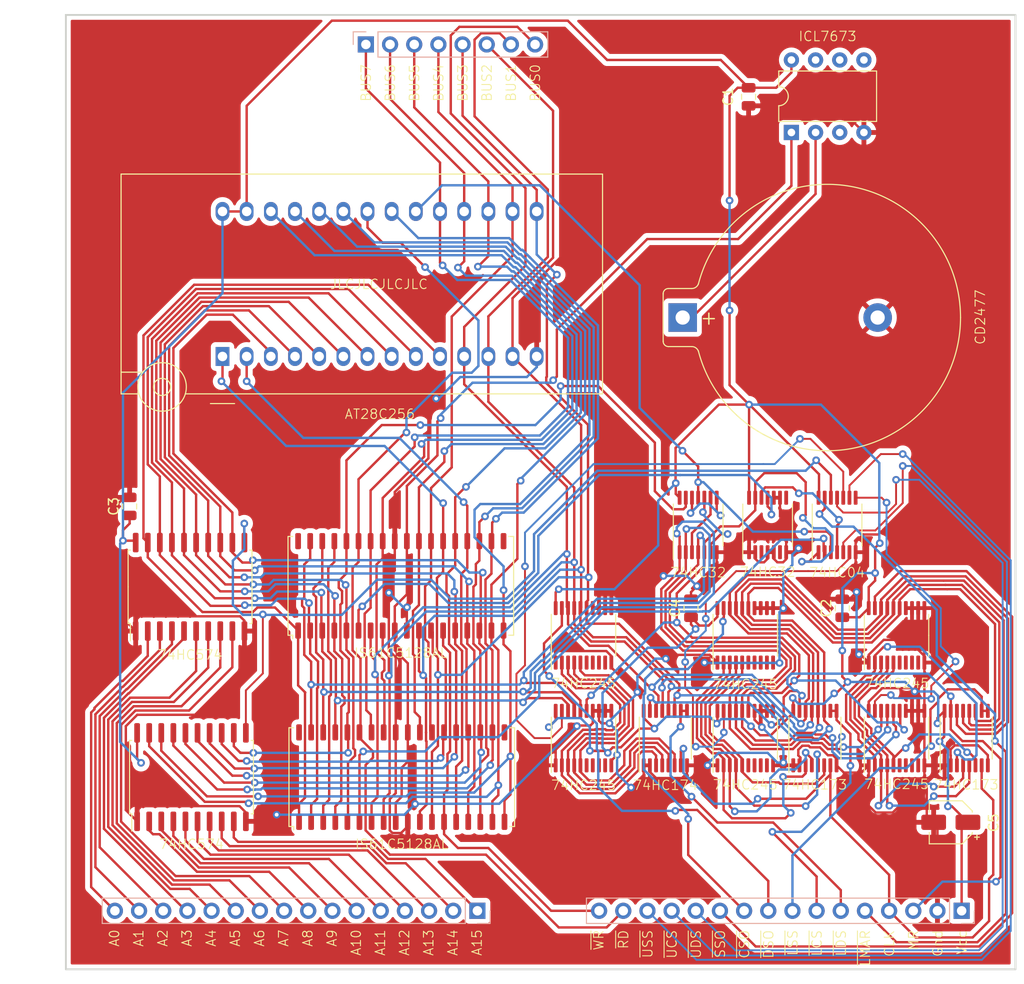
<source format=kicad_pcb>
(kicad_pcb (version 20211014) (generator pcbnew)
  (layers (0 "F.Cu" signal) (1 "In1.Cu" signal) (2 "In2.Cu" signal) (31 "B.Cu" signal) (34 "B.Paste" user) (35 "F.Paste" user) (36 "B.SilkS" user "B.Silkscreen") (37 "F.SilkS" user "F.Silkscreen") (38 "B.Mask" user) (39 "F.Mask" user) (44 "Edge.Cuts" user))
  (net 0 "")
  (net 1 "GND")
  (net 2 "BUS7")
  (net 3 "BUS6")
  (net 4 "BUS5")
  (net 5 "BUS4")
  (net 6 "BUS3")
  (net 7 "BUS2")
  (net 8 "BUS1")
  (net 9 "BUS0")
  (net 10 "ADDR_BUS0")
  (net 11 "ADDR_BUS1")
  (net 12 "ADDR_BUS2")
  (net 13 "ADDR_BUS3")
  (net 14 "ADDR_BUS4")
  (net 15 "ADDR_BUS5")
  (net 16 "ADDR_BUS6")
  (net 17 "ADDR_BUS7")
  (net 18 "MAR7")
  (net 19 "MAR6")
  (net 20 "MAR5")
  (net 21 "MAR4")
  (net 22 "MAR3")
  (net 23 "MAR2")
  (net 24 "MAR1")
  (net 25 "MAR0")
  (net 26 "~{ENABLE_RAM_LOW}")
  (net 27 "~{WRITE}")
  (net 28 "+5V")
  (net 29 "MAR8")
  (net 30 "MAR9")
  (net 32 "MAR10")
  (net 33 "MAR11")
  (net 34 "MAR12")
  (net 35 "MAR13")
  (net 36 "MAR14")
  (net 37 "~{READ}")
  (net 38 "MAR15")
  (net 39 "CLOCK")
  (net 40 "SEG0")
  (net 41 "SEG1")
  (net 42 "SEG2")
  (net 44 "ADDR_BUS8")
  (net 45 "ADDR_BUS9")
  (net 46 "ADDR_BUS10")
  (net 47 "ADDR_BUS11")
  (net 48 "ADDR_BUS12")
  (net 49 "ADDR_BUS13")
  (net 50 "ADDR_BUS14")
  (net 51 "ADDR_BUS15")
  (net 52 "~{ENABLE_RAM_HIGH}")
  (net 55 "Net-(U6-Pad4)")
  (net 56 "Net-(U6-Pad5)")
  (net 57 "Net-(U6-Pad6)")
  (net 58 "~{LATCH_DATA_SEGMENT}")
  (net 59 "RESET")
  (net 63 "SEG3")
  (net 64 "USE_DATA_SEGMENT")
  (net 67 "Net-(U6-Pad3)")
  (net 68 "~{DATA_SEGMENT_OUT}")
  (net 69 "Net-(U10-Pad2)")
  (net 70 "Net-(U10-Pad3)")
  (net 71 "Net-(U10-Pad4)")
  (net 72 "Net-(U10-Pad5)")
  (net 73 "~{LATCH_CODE_SEGMENT}")
  (net 81 "USE_CODE_SEGMENT")
  (net 86 "~{CODE_SEGMENT_OUT}")
  (net 87 "Net-(U12-Pad3)")
  (net 88 "Net-(U12-Pad4)")
  (net 89 "Net-(U12-Pad5)")
  (net 90 "Net-(U12-Pad6)")
  (net 91 "~{LATCH_STACK_SEGMENT}")
  (net 96 "USE_STACK_SEGMENT")
  (net 101 "~{STACK_SEGMENT_OUT}")
  (net 102 "~{ENABLE_ROM}")
  (net 103 "Net-(U15-Pad3)")
  (net 104 "Net-(U15-Pad10)")
  (net 105 "Net-(U15-Pad12)")
  (net 106 "Net-(U16-Pad4)")
  (net 110 "Net-(U2-Pad11)")
  (net 111 "~{LATCH_MAR}")
  (net 116 "VCC")
  (net 117 "Net-(U18-Pad2)")
  (net 118 "~{USE_DATA_SEGMENT}")
  (net 119 "~{USE_CODE_SEGMENT}")
  (net 120 "~{USE_STACK_SEGMENT}")
  (footprint "Package_SO:TSSOP-20_4.4x6.5mm_P0.65mm" (layer "F.Cu") (at 128.69733 118.348818 90)
    (fp_text reference "U7" hide)
    (fp_text value "74LS245")
  )
  (footprint "Package_SO:SOIC-20W_7.5x12.8mm_P1.27mm" (layer "F.Cu") (at 87.49733 122.448818 90)
    (fp_text reference "U4" hide)
    (fp_text value "74LS574")
  )
  (footprint "Package_SO:TSSOP-14_4.4x5mm_P0.65mm" (layer "F.Cu") (at 155.34733 95.948818 90)
    (fp_text reference "U16" hide)
    (fp_text value "74LS04")
  )
  (footprint "Capacitor_SMD:C_0805_2012Metric" (layer "F.Cu") (at 139.99733 104.698818 90)
    (fp_text reference "C4")
    (fp_text value "C")
  )
  (footprint "Package_SO:SOJ-36_10.16x23.49mm_P1.27mm" (layer "F.Cu") (at 109.59733 122.448818 90)
    (fp_text reference "U5" hide)
    (fp_text value "IS61C5128AL-10KLI")
  )
  (footprint "Package_SO:TSSOP-20_4.4x6.5mm_P0.65mm" (layer "F.Cu") (at 145.69733 107.548818 90)
    (fp_text reference "U11" hide)
    (fp_text value "74LS245")
  )
  (footprint "Socket:DIP_Socket-28_W11.9_W12.7_W15.24_W17.78_W18.5_3M_228-1277-00-0602J" (layer "F.Cu") (at 90.75733 78.241318 90)
    (fp_text reference "U1" hide)
    (fp_text value "28C256")
  )
  (footprint "Capacitor_SMD:CP_Elec_4x3" (layer "F.Cu") (at 167.29733 127.198818 180)
    (fp_text reference "C5")
    (fp_text value "C_Polarized")
  )
  (footprint "Package_SO:TSSOP-20_4.4x6.5mm_P0.65mm" (layer "F.Cu") (at 161.59733 118.348818 90)
    (fp_text reference "U13" hide)
    (fp_text value "74LS245")
  )
  (footprint "Package_SO:SOJ-36_10.16x23.49mm_P1.27mm" (layer "F.Cu") (at 109.49733 102.348818 90)
    (fp_text reference "U3" hide)
    (fp_text value "IS61C5128AL-10KLI" hide)
  )
  (footprint "Package_DIP:DIP-8_W7.62mm" (layer "F.Cu") (at 150.54733 54.698818 90)
    (fp_text reference "U18" hide)
    (fp_text value "ICL7673")
  )
  (footprint "Capacitor_SMD:C_0805_2012Metric" (layer "F.Cu") (at 80.99733 93.998818 90)
    (fp_text reference "C3")
    (fp_text value "C")
  )
  (footprint "Package_SO:TSSOP-16_4.4x5mm_P0.65mm" (layer "F.Cu") (at 168.91733 118.348818 90)
    (fp_text reference "U12" hide)
    (fp_text value "74LS173")
  )
  (footprint "Battery:BatteryHolder_Keystone_106_1x20mm" (layer "F.Cu") (at 139.12125 74.148818)
    (fp_text reference "BT1" hide)
    (fp_text value "Battery_Cell")
  )
  (footprint "Capacitor_SMD:C_0805_2012Metric" (layer "F.Cu") (at 146.04733 50.948818 -90)
    (fp_text reference "C1")
    (fp_text value "C")
  )
  (footprint "Package_SO:TSSOP-20_4.4x6.5mm_P0.65mm" (layer "F.Cu") (at 128.69733 107.548818 90)
    (fp_text reference "U8" hide)
    (fp_text value "74LS245")
  )
  (footprint "Package_SO:TSSOP-20_4.4x6.5mm_P0.65mm" (layer "F.Cu") (at 161.59733 107.548818 90)
    (fp_text reference "U14" hide)
    (fp_text value "74LS245")
  )
  (footprint "Package_SO:TSSOP-20_4.4x6.5mm_P0.65mm" (layer "F.Cu") (at 145.69733 118.348818 90)
    (fp_text reference "U10" hide)
    (fp_text value "74LS245")
  )
  (footprint "Capacitor_SMD:C_0805_2012Metric" (layer "F.Cu") (at 155.89733 104.698818 90)
    (fp_text reference "C2")
    (fp_text value "C")
  )
  (footprint "Package_SO:TSSOP-16_4.4x5mm_P0.65mm" (layer "F.Cu") (at 153.01733 118.348818 90)
    (fp_text reference "U9" hide)
    (fp_text value "74LS173")
  )
  (footprint "Package_SO:TSSOP-16_4.4x5mm_P0.65mm" (layer "F.Cu") (at 137.29733 118.348818 90)
    (fp_text reference "U6" hide)
    (fp_text value "74LS173")
  )
  (footprint "Package_SO:SOIC-20W_7.5x12.8mm_P1.27mm" (layer "F.Cu") (at 87.34733 102.448818 90)
    (fp_text reference "U2" hide)
    (fp_text value "74LS574")
  )
  (footprint "Package_SO:TSSOP-14_4.4x5mm_P0.65mm" (layer "F.Cu") (at 148.04733 95.948818 90)
    (fp_text reference "U17" hide)
    (fp_text value "74LS32")
  )
  (footprint "Package_SO:TSSOP-14_4.4x5mm_P0.65mm" (layer "F.Cu") (at 140.74733 95.948818 90)
    (fp_text reference "U15" hide)
    (fp_text value "74LS32")
  )
  (footprint "Connector_PinHeader_2.54mm:PinHeader_1x16_P2.54mm_Vertical" (layer "B.Cu") (at 168.43733 136.498818 90)
    (fp_text reference "J3" hide)
    (fp_text value "Conn_01x16")
  )
  (footprint "Connector_PinHeader_2.54mm:PinHeader_1x08_P2.54mm_Vertical" (layer "B.Cu") (at 105.82733 45.448818 -90)
    (fp_text reference "J2" hide)
    (fp_text value "Conn_01x08")
  )
  (footprint "Connector_PinHeader_2.54mm:PinHeader_1x16_P2.54mm_Vertical" (layer "B.Cu") (at 117.54733 136.498818 90)
    (fp_text reference "J1" hide)
    (fp_text value "Conn_01x16")
  )
  (gr_rect (start 74.29733 42.348818) (end 174.09733 142.648818) (layer "Edge.Cuts") (width 0.2) (fill none))
  (gr_text "A5" (at 92.09733 138.398818 90) (layer "F.SilkS") (effects (font (size 1 1) (thickness 0.1)) (justify right)))
  (gr_text "~{LMAR}" (at 158.30733 138.448818 90) (layer "F.SilkS") (effects (font (size 1 1) (thickness 0.1)) (justify right)))
  (gr_text "BUS4" (at 113.46733 47.448818 90) (layer "F.SilkS") (effects (font (size 1 1) (thickness 0.1)) (justify right)))
  (gr_text "BUS1" (at 121.08733 47.448818 90) (layer "F.SilkS") (effects (font (size 1 1) (thickness 0.1)) (justify right)))
  (gr_text "~{CSO}" (at 145.60733 138.448818 90) (layer "F.SilkS") (effects (font (size 1 1) (thickness 0.1)) (justify right)))
  (gr_text "BUS2" (at 118.54733 47.448818 90) (layer "F.SilkS") (effects (font (size 1 1) (thickness 0.1)) (justify right)))
  (gr_text "A4" (at 89.55733 138.398818 90) (layer "F.SilkS") (effects (font (size 1 1) (thickness 0.1)) (justify right)))
  (gr_text "BUS3" (at 116.00733 47.448818 90) (layer "F.SilkS") (effects (font (size 1 1) (thickness 0.1)) (justify right)))
  (gr_text "A7" (at 97.17733 138.398818 90) (layer "F.SilkS") (effects (font (size 1 1) (thickness 0.1)) (justify right)))
  (gr_text "A0" (at 79.39733 138.398818 90) (layer "F.SilkS") (effects (font (size 1 1) (thickness 0.1)) (justify right)))
  (gr_text "A2" (at 84.47733 138.398818 90) (layer "F.SilkS") (effects (font (size 1 1) (thickness 0.1)) (justify right)))
  (gr_text "~{UCS}" (at 137.98733 138.448818 90) (layer "F.SilkS") (effects (font (size 1 1) (thickness 0.1)) (justify right)))
  (gr_text "A1" (at 81.93733 138.398818 90) (layer "F.SilkS") (effects (font (size 1 1) (thickness 0.1)) (justify right)))
  (gr_text "A12" (at 109.87733 138.398818 90) (layer "F.SilkS") (effects (font (size 1 1) (thickness 0.1)) (justify right)))
  (gr_text "~{SSO}" (at 143.06733 138.448818 90) (layer "F.SilkS") (effects (font (size 1 1) (thickness 0.1)) (justify right)))
  (gr_text "~{USS}" (at 135.44733 138.448818 90) (layer "F.SilkS") (effects (font (size 1 1) (thickness 0.1)) (justify right)))
  (gr_text "~{DSO}" (at 148.14733 138.448818 90) (layer "F.SilkS") (effects (font (size 1 1) (thickness 0.1)) (justify right)))
  (gr_text "A3" (at 87.01733 138.398818 90) (layer "F.SilkS") (effects (font (size 1 1) (thickness 0.1)) (justify right)))
  (gr_text "~{RD}" (at 132.89733 138.448818 90) (layer "F.SilkS") (effects (font (size 1 1) (thickness 0.1)) (justify right)))
  (gr_text "A15" (at 117.49733 138.398818 90) (layer "F.SilkS") (effects (font (size 1 1) (thickness 0.1)) (justify right)))
  (gr_text "A9" (at 102.25733 138.398818 90) (layer "F.SilkS") (effects (font (size 1 1) (thickness 0.1)) (justify right)))
  (gr_text "BUS0" (at 123.62733 47.448818 90) (layer "F.SilkS") (effects (font (size 1 1) (thickness 0.1)) (justify right)))
  (gr_text "~{WR}" (at 130.29733 138.448818 90) (layer "F.SilkS") (effects (font (size 1 1) (thickness 0.1)) (justify right)))
  (gr_text "~{LSS}" (at 150.68733 138.448818 90) (layer "F.SilkS") (effects (font (size 1 1) (thickness 0.1)) (justify right)))
  (gr_text "~{LCS}" (at 153.22733 138.448818 90) (layer "F.SilkS") (effects (font (size 1 1) (thickness 0.1)) (justify right)))
  (gr_text "~{LDS}" (at 155.76733 138.448818 90) (layer "F.SilkS") (effects (font (size 1 1) (thickness 0.1)) (justify right)))
  (gr_text "BUS7" (at 105.84733 47.448818 90) (layer "F.SilkS") (effects (font (size 1 1) (thickness 0.1)) (justify right)))
  (gr_text "~{UDS}" (at 140.52733 138.448818 90) (layer "F.SilkS") (effects (font (size 1 1) (thickness 0.1)) (justify right)))
  (gr_text "A13" (at 112.41733 138.398818 90) (layer "F.SilkS") (effects (font (size 1 1) (thickness 0.1)) (justify right)))
  (gr_text "BUS5" (at 110.92733 47.448818 90) (layer "F.SilkS") (effects (font (size 1 1) (thickness 0.1)) (justify right)))
  (gr_text "A14" (at 114.95733 138.398818 90) (layer "F.SilkS") (effects (font (size 1 1) (thickness 0.1)) (justify right)))
  (gr_text "A6" (at 94.63733 138.398818 90) (layer "F.SilkS") (effects (font (size 1 1) (thickness 0.1)) (justify right)))
  (gr_text "MR" (at 163.38733 138.448818 90) (layer "F.SilkS") (effects (font (size 1 1) (thickness 0.1)) (justify right)))
  (gr_text "Gnd" (at 165.92733 138.448818 90) (layer "F.SilkS") (effects (font (size 1 1) (thickness 0.1)) (justify right)))
  (gr_text "A8" (at 99.71733 138.398818 90) (layer "F.SilkS") (effects (font (size 1 1) (thickness 0.1)) (justify right)))
  (gr_text "A11" (at 107.33733 138.398818 90) (layer "F.SilkS") (effects (font (size 1 1) (thickness 0.1)) (justify right)))
  (gr_text "BUS6" (at 108.38733 47.448818 90) (layer "F.SilkS") (effects (font (size 1 1) (thickness 0.1)) (justify right)))
  (gr_text "Vcc" (at 168.46733 138.448818 90) (layer "F.SilkS") (effects (font (size 1 1) (thickness 0.1)) (justify right)))
  (gr_text "CLK" (at 160.84733 138.448818 90) (layer "F.SilkS") (effects (font (size 1 1) (thickness 0.1)) (justify right)))
  (gr_text "A10" (at 104.79733 138.398818 90) (layer "F.SilkS") (effects (font (size 1 1) (thickness 0.1)) (justify right)))
  (gr_text "JLCJLCJLCJLC" (at 107.19733 70.648818) (layer "F.SilkS") (effects (font (size 1 1) (thickness 0.1))))
  (segment (start 164.52233 104.686318) (end 164.52233 110.411318) (width 0.25) (layer "F.Cu") (net 1))
  (segment (start 151.49782 121.105828) (end 151.49782 120.399408) (width 0.25) (layer "F.Cu") (net 1))
  (segment (start 108.86233 92.483818) (end 112.39733 88.948818) (width 0.25) (layer "F.Cu") (net 1))
  (segment (start 135.02233 121.211318) (end 135.67233 121.211318) (width 0.25) (layer "F.Cu") (net 1))
  (segment (start 131.62233 104.686318) (end 132.03483 104.686318) (width 0.25) (layer "F.Cu") (net 1))
  (segment (start 162.57233 115.486318) (end 164.52233 115.486318) (width 0.25) (layer "F.Cu") (net 1))
  (segment (start 142.77233 121.211318) (end 141.73483 121.211318) (width 0.25) (layer "F.Cu") (net 1))
  (segment (start 148.62233 110.411318) (end 149.25983 110.411318) (width 0.25) (layer "F.Cu") (net 1))
  (segment (start 164.772829 126.474317) (end 164.772829 123.080819) (width 0.25) (layer "F.Cu") (net 1))
  (segment (start 109.52281 128.323338) (end 110.23233 127.613818) (width 0.25) (layer "F.Cu") (net 1))
  (segment (start 135.02233 122.223818) (end 133.69733 123.548818) (width 0.25) (layer "F.Cu") (net 1))
  (segment (start 146.67233 104.686318) (end 148.62233 104.686318) (width 0.25) (layer "F.Cu") (net 1))
  (segment (start 146.67233 116.423818) (end 147.44733 117.198818) (width 0.25) (layer "F.Cu") (net 1))
  (segment (start 149.989046 121.211318) (end 149.702046 120.924318) (width 0.25) (layer "F.Cu") (net 1))
  (segment (start 141.95983 109.598818) (end 137.74733 109.598818) (width 0.25) (layer "F.Cu") (net 1))
  (segment (start 155.36733 51.898818) (end 158.16733 54.698818) (width 0.25) (layer "F.Cu") (net 1))
  (segment (start 151.272829 120.174417) (end 151.272829 119.574219) (width 0.25) (layer "F.Cu") (net 1))
  (segment (start 155.89733 103.748818) (end 155.89733 102.648818) (width 0.25) (layer "F.Cu") (net 1))
  (segment (start 139.04733 122.548818) (end 139.57233 122.023818) (width 0.25) (layer "F.Cu") (net 1))
  (segment (start 167.272829 119.548719) (end 167.272829 120.148917) (width 0.25) (layer "F.Cu") (net 1))
  (segment (start 158.67233 121.211318) (end 158.67233 125.448418) (width 0.25) (layer "F.Cu") (net 1))
  (segment (start 151.49782 120.399408) (end 151.272829 120.174417) (width 0.25) (layer "F.Cu") (net 1))
  (segment (start 151.697231 119.149817) (end 152.347429 119.149817) (width 0.25) (layer "F.Cu") (net 1))
  (segment (start 149.415046 121.211318) (end 149.702046 120.924318) (width 0.25) (layer "F.Cu") (net 1))
  (segment (start 81.79733 115.898818) (end 80.59733 117.098818) (width 0.25) (layer "F.Cu") (net 1))
  (segment (start 164.52233 115.486318) (end 164.52233 110.411318) (width 0.25) (layer "F.Cu") (net 1))
  (segment (start 155.89733 102.648818) (end 157.29733 101.248818) (width 0.25) (layer "F.Cu") (net 1))
  (segment (start 108.86233 100.733818) (end 108.243438 101.35271) (width 0.25) (layer "F.Cu") (net 1))
  (segment (start 165.89733 127.598818) (end 165.89733 136.498818) (width 0.25) (layer "F.Cu") (net 1))
  (segment (start 146.67233 115.486318) (end 146.67233 116.423818) (width 0.25) (layer "F.Cu") (net 1))
  (segment (start 93.06233 107.098818) (end 93.06233 106.013818) (width 0.25) (layer "F.Cu") (net 1))
  (segment (start 171.19233 121.211318) (end 171.19233 120.143818) (width 0.25) (layer "F.Cu") (net 1))
  (segment (start 161.197429 126.173319) (end 164.52233 122.848418) (width 0.25) (layer "F.Cu") (net 1))
  (segment (start 108.33781 124.758338) (end 108.33781 128.04537) (width 0.25) (layer "F.Cu") (net 1))
  (segment (start 152.347429 119.149817) (end 152.518324 119.320712) (width 0.25) (layer "F.Cu") (net 1))
  (segment (start 151.39233 121.211318) (end 149.989046 121.211318) (width 0.25) (layer "F.Cu") (net 1))
  (segment (start 149.67281 99.873338) (end 149.99733 99.548818) (width 0.25) (layer "F.Cu") (net 1))
  (segment (start 156.64733 103.748818) (end 157.39733 102.998818) (width 0.25) (layer "F.Cu") (net 1))
  (segment (start 81.63233 105.963818) (end 81.63233 107.098818) (width 0.25) (layer "F.Cu") (net 1))
  (segment (start 112.39733 83.47422) (end 113.210031 82.661519) (width 0.25) (layer "F.Cu") (net 1))
  (segment (start 146.04733 61.998818) (end 146.04733 51.898818) (width 0.25) (layer "F.Cu") (net 1))
  (segment (start 108.33781 128.04537) (end 108.615778 128.323338) (width 0.25) (layer "F.Cu") (net 1))
  (segment (start 165.49733 127.198818) (end 164.772829 126.474317) (width 0.25) (layer "F.Cu") (net 1))
  (segment (start 110.23233 127.613818) (end 110.23233 127.148818) (width 0.25) (layer "F.Cu") (net 1))
  (segment (start 155.29233 121.211318) (end 156.054331 121.973319) (width 0.25) (layer "F.Cu") (net 1))
  (segment (start 123.77733 70.318818) (end 129.89733 64.198818) (width 0.25) (layer "F.Cu") (net 1))
  (segment (start 135.02233 121.211318) (end 135.02233 122.223818) (width 0.25) (layer "F.Cu") (net 1))
  (segment (start 164.772829 123.080819) (end 166.64233 121.211318) (width 0.25) (layer "F.Cu") (net 1))
  (segment (start 125.77233 119.573818) (end 127.998536 117.347612) (width 0.25) (layer "F.Cu") (net 1))
  (segment (start 158.67233 110.411318) (end 158.67233 109.599218) (width 0.25) (layer "F.Cu") (net 1))
  (segment (start 80.59733 125.913818) (end 81.78233 127.098818) (width 0.25) (layer "F.Cu") (net 1))
  (segment (start 131.62233 110.411318) (end 131.62233 110.923818) (width 0.25) (layer "F.Cu") (net 1))
  (segment (start 128.063564 117.026274) (end 127.998536 117.091302) (width 0.25) (layer "F.Cu") (net 1))
  (segment (start 142.69733 98.811318) (end 142.69733 100.298818) (width 0.25) (layer "F.Cu") (net 1))
  (segment (start 80.44733 93.048818) (end 79.34733 94.148818) (width 0.25) (layer "F.Cu") (net 1))
  (segment (start 108.86233 97.648818) (end 108.86233 100.733818) (width 0.25) (layer "F.Cu") (net 1))
  (segment (start 164.52233 122.848418) (end 164.52233 121.211318) (width 0.25) (layer "F.Cu") (net 1))
  (segment (start 134.204142 113.50563) (end 134.360258 113.50563) (width 0.25) (layer "F.Cu") (net 1))
  (segment (start 93.21233 126.163818) (end 93.21233 127.098818) (width 0.25) (layer "F.Cu") (net 1))
  (segment (start 82.04733 105.548818) (end 81.63233 105.963818) (width 0.25) (layer "F.Cu") (net 1))
  (segment (start 126.04733 109.198818) (end 125.69733 109.548818) (width 0.25) (layer "F.Cu") (net 1))
  (segment (start 108.23781 103.078946) (end 108.243438 103.073318) (width 0.25) (layer "F.Cu") (net 1))
  (segment (start 143.84733 64.198818) (end 146.04733 61.998818) (width 0.25) (layer "F.Cu") (net 1))
  (segment (start 139.99733 102.998818) (end 139.99733 103.748818) (width 0.25) (layer "F.Cu") (net 1))
  (segment (start 155.89733 103.748818) (end 156.64733 103.748818) (width 0.25) (layer "F.Cu") (net 1))
  (segment (start 131.097691 109.198818) (end 126.04733 109.198818) (width 0.25) (layer "F.Cu") (net 1))
  (segment (start 81.78233 125.963818) (end 82.24733 125.498818) (width 0.25) (layer "F.Cu") (net 1))
  (segment (start 136.321969 122.548818) (end 139.04733 122.548818) (width 0.25) (layer "F.Cu") (net 1))
  (segment (start 148.04733 98.811318) (end 148.04733 99.499179) (width 0.25) (layer "F.Cu") (net 1))
  (segment (start 156.054331 121.973319) (end 157.910329 121.973319) (width 0.25) (layer "F.Cu") (net 1))
  (segment (start 110.13233 107.048818) (end 110.13233 104.613818) (width 0.25) (layer "F.Cu") (net 1))
  (segment (start 131.62233 110.923818) (end 134.204142 113.50563) (width 0.25) (layer "F.Cu") (net 1))
  (segment (start 129.89733 64.198818) (end 143.84733 64.198818) (width 0.25) (layer "F.Cu") (net 1))
  (segment (start 131.62233 121.211318) (end 131.62233 120.718206) (width 0.25) (layer "F.Cu") (net 1))
  (segment (start 132.03483 104.686318) (end 137.34733 109.998818) (width 0.25) (layer "F.Cu") (net 1))
  (segment (start 154.379139 120.149298) (end 154.918171 120.149298) (width 0.25) (layer "F.Cu") (net 1))
  (segment (start 123.77733 78.241318) (end 123.77733 70.318818) (width 0.25) (layer "F.Cu") (net 1))
  (segment (start 165.49733 127.198818) (end 165.89733 127.598818) (width 0.25) (layer "F.Cu") (net 1))
  (segment (start 88.24733 115.898818) (end 81.79733 115.898818) (width 0.25) (layer "F.Cu") (net 1))
  (segment (start 129.67233 115.486318) (end 129.67233 116.773818) (width 0.25) (layer "F.Cu") (net 1))
  (segment (start 159.61125 74.148818) (end 164.94733 79.484898) (width 0.25) (layer "F.Cu") (net 1))
  (segment (start 142.69733 100.298818) (end 139.99733 102.998818) (width 0.25) (layer "F.Cu") (net 1))
  (segment (start 108.96233 117.748818) (end 108.96233 109.849522) (width 0.25) (layer "F.Cu") (net 1))
  (segment (start 129.67233 115.486318) (end 131.62233 115.486318) (width 0.25) (layer "F.Cu") (net 1))
  (segment (start 80.99733 93.048818) (end 80.44733 93.048818) (width 0.25) (layer "F.Cu") (net 1))
  (segment (start 108.96233 109.849522) (end 108.23781 109.125002) (width 0.25) (layer "F.Cu") (net 1))
  (segment (start 125.69733 109.548818) (end 125.69733 110.336318) (width 0.25) (layer "F.Cu") (net 1))
  (segment (start 92.54733 125.498818) (end 93.21233 126.163818) (width 0.25) (layer "F.Cu") (net 1))
  (segment (start 131.62233 109.723457) (end 131.097691 109.198818) (width 0.25) (layer "F.Cu") (net 1))
  (segment (start 158.16733 54.698818) (end 158.16733 72.704898) (width 0.25) (layer "F.Cu") (net 1))
  (segment (start 108.96233 124.133818) (end 108.33781 124.758338) (width 0.25) (layer "F.Cu") (net 1))
  (segment (start 110.13233 104.613818) (end 110.14733 104.598818) (width 0.25) (layer "F.Cu") (net 1))
  (segment (start 164.94733 79.484898) (end 164.94733 91.698818) (width 0.25) (layer "F.Cu") (net 1))
  (segment (start 125.77233 121.211318) (end 125.77233 119.573818) (width 0.25) (layer "F.Cu") (net 1))
  (segment (start 93.06233 111.083818) (end 88.24733 115.898818) (width 0.25) (layer "F.Cu") (net 1))
  (segment (start 79.34733 94.148818) (end 79.34733 104.813818) (width 0.25) (layer "F.Cu") (net 1))
  (segment (start 146.74733 99.499179) (end 146.74733 98.811318) (width 0.25) (layer "F.Cu") (net 1))
  (segment (start 131.62233 104.686318) (end 131.62233 103.323818) (width 0.25) (layer "F.Cu") (net 1))
  (segment (start 164.52233 115.486318) (end 164.52233 121.211318) (width 0.25) (layer "F.Cu") (net 1))
  (segment (start 148.63483 104.698818) (end 148.62233 104.686318) (width 0.25) (layer "F.Cu") (net 1))
  (segment (start 133.54733 101.398818) (end 136.69733 101.398818) (width 0.25) (layer "F.Cu") (net 1))
  (segment (start 135.67233 121.899179) (end 136.321969 122.548818) (width 0.25) (layer "F.Cu") (net 1))
  (segment (start 167.29233 121.211318) (end 166.64233 121.211318) (width 0.25) (layer "F.Cu") (net 1))
  (segment (start 137.74733 109.598818) (end 137.34733 109.998818) (width 0.25) (layer "F.Cu") (net 1))
  (segment (start 164.52233 121.211318) (end 166.64233 121.211318) (width 0.25) (layer "F.Cu") (net 1))
  (segment (start 136.99733 101.398818) (end 137.09733 101.298818) (width 0.25) (layer "F.Cu") (net 1))
  (segment (start 150.88483 98.811318) (end 151.29733 98.398818) (width 0.25) (layer "F.Cu") (net 1))
  (segment (start 130.32233 115.486318) (end 130.32233 116.523818) (width 0.25) (layer "F.Cu") (net 1))
  (segment (start 148.69733 99.499179) (end 149.071489 99.873338) (width 0.25) (layer "F.Cu") (net 1))
  (segment (start 146.67233 115.486318) (end 148.62233 115.486318) (width 0.25) (layer "F.Cu") (net 1))
  (segment (start 108.96233 117.748818) (end 108.96233 124.133818) (width 0.25) (layer "F.Cu") (net 1))
  (segment (start 81.78233 127.098818) (end 81.78233 125.963818) (width 0.25) (layer "F.Cu") (net 1))
  (segment (start 157.29733 101.248818) (end 157.29733 98.811318) (width 0.25) (layer "F.Cu") (net 1))
  (segment (start 148.04733 98.811318) (end 148.69733 98.811318) (width 0.25) (layer "F.Cu") (net 1))
  (segment (start 153.550553 119.320712) (end 154.379139 120.149298) (width 0.25) (layer "F.Cu") (net 1))
  (segment (start 167.29233 120.168418) (end 167.29233 121.211318) (width 0.25) (layer "F.Cu") (net 1))
  (segment (start 125.69733 110.336318) (end 125.77233 110.411318) (width 0.25) (layer "F.Cu") (net 1))
  (segment (start 80.59733 117.098818) (end 80.59733 125.913818) (width 0.25) (layer "F.Cu") (net 1))
  (segment (start 131.62233 103.323818) (end 132.64733 102.298818) (width 0.25) (layer "F.Cu") (net 1))
  (segment (start 146.04733 51.898818) (end 155.36733 51.898818) (width 0.25) (layer "F.Cu") (net 1))
  (segment (start 149.25983 110.411318) (end 149.29733 110.448818) (width 0.25) (layer "F.Cu") (net 1))
  (segment (start 158.67233 125.448418) (end 159.397231 126.173319) (width 0.25) (layer "F.Cu") (net 1))
  (segment (start 157.80983 109.548818) (end 158.67233 110.411318) (width 0.25) (layer "F.Cu") (net 1))
  (segment (start 135.67233 121.211318) (end 135.67233 121.899179) (width 0.25) (layer "F.Cu") (net 1))
  (segment (start 147.673171 99.873338) (end 147.121489 99.873338) (width 0.25) (layer "F.Cu") (net 1))
  (segment (start 149.071489 99.873338) (end 149.67281 99.873338) (width 0.25) (layer "F.Cu") (net 1))
  (segment (start 159.69733 96.948818) (end 158.09733 96.948818) (width 0.25) (layer "F.Cu") (net 1))
  (segment (start 136.69733 101.398818) (end 136.99733 101.398818) (width 0.25) (layer "F.Cu") (net 1))
  (segment (start 95.74733 127.098818) (end 96.44733 126.398818) (width 0.25) (layer "F.Cu") (net 1))
  (segment (start 157.29733 97.748818) (end 157.29733 98.811318) (width 0.25) (layer "F.Cu") (net 1))
  (segment (start 148.69733 93.086318) (end 149.34733 93.086318) (width 0.25) (layer "F.Cu") (net 1))
  (segment (start 79.34733 104.813818) (end 81.63233 107.098818) (width 0.25) (layer "F.Cu") (net 1))
  (segment (start 171.19233 120.143818) (end 170.161279 119.112767) (width 0.25) (layer "F.Cu") (net 1))
  (segment (start 154.918171 120.149298) (end 155.29233 120.523457) (width 0.25) (layer "F.Cu") (net 1))
  (segment (start 108.86233 97.648818) (end 108.86233 92.483818) (width 0.25) (layer "F.Cu") (net 1))
  (segment (start 155.29233 120.523457) (end 155.29233 121.211318) (width 0.25) (layer "F.Cu") (net 1))
  (segment (start 129.419874 117.026274) (end 128.063564 117.026274) (width 0.25) (layer "F.Cu") (net 1))
  (segment (start 162.57233 104.686318) (end 164.52233 104.686318) (width 0.25) (layer "F.Cu") (net 1))
  (segment (start 108.615778 128.323338) (end 109.52281 128.323338) (width 0.25) (layer "F.Cu") (net 1))
  (segment (start 132.64733 102.298818) (end 133.54733 101.398818) (width 0.25) (layer "F.Cu") (net 1))
  (segment (start 160.247231 108.024317) (end 162.82319 108.024317) (width 0.25) (layer "F.Cu") (net 1))
  (segment (start 93.06233 107.098818) (end 93.06233 111.083818) (width 0.25) (layer "F.Cu") (net 1))
  (segment (start 82.24733 125.498818) (end 92.54733 125.498818) (width 0.25) (layer "F.Cu") (net 1))
  (segment (start 158.09733 96.948818) (end 157.29733 97.748818) (width 0.25) (layer "F.Cu") (net 1))
  (segment (start 148.04733 99.499179) (end 147.673171 99.873338) (width 0.25) (layer "F.Cu") (net 1))
  (segment (start 162.82319 108.024317) (end 164.52233 109.723457) (width 0.25) (layer "F.Cu") (net 1))
  (segment (start 149.34733 93.086318) (end 149.34733 95.048818) (width 0.25) (layer "F.Cu") (net 1))
  (segment (start 131.62233 120.718206) (end 132.225959 120.114577) (width 0.25) (layer "F.Cu") (net 1))
  (segment (start 148.69733 98.811318) (end 148.69733 99.499179) (width 0.25) (layer "F.Cu") (net 1))
  (segment (start 149.99733 95.698818) (end 149.99733 99.548818) (width 0.25) (layer "F.Cu") (net 1))
  (segment (start 112.39733 88.948818) (end 112.39733 83.47422) (width 0.25) (layer "F.Cu") (net 1))
  (segment (start 142.69733 98.811318) (end 146.09733 98.811318) (width 0.25) (layer "F.Cu") (net 1))
  (segment (start 92.59733 105.548818) (end 82.04733 105.548818) (width 0.25) (layer "F.Cu") (net 1))
  (segment (start 130.593886 116.795374) (end 131.42183 116.795374) (width 0.25) (layer "F.Cu") (net 1))
  (segment (start 151.272829 119.574219) (end 151.697231 119.149817) (width 0.25) (layer "F.Cu") (net 1))
  (segment (start 151.39233 121.211318) (end 151.49782 121.105828) (width 0.25) (layer "F.Cu") (net 1))
  (segment (start 149.69733 104.698818) (end 148.63483 104.698818) (width 0.25) (layer "F.Cu") (net 1))
  (segment (start 139.57233 122.023818) (end 139.57233 121.211318) (width 0.25) (layer "F.Cu") (net 1))
  (segment (start 129.67233 116.773818) (end 129.419874 117.026274) (width 0.25) (layer "F.Cu") (net 1))
  (segment (start 167.272829 120.148917) (end 167.29233 120.168418) (width 0.25) (layer "F.Cu") (net 1))
  (segment (start 93.21233 127.098818) (end 95.74733 127.098818) (width 0.25) (layer "F.Cu") (net 1))
  (segment (start 170.161279 119.112767) (end 167.708781 119.112767) (width 0.25) (layer "F.Cu") (net 1))
  (segment (start 159.397231 126.173319) (end 161.197429 126.173319) (width 0.25) (layer "F.Cu") (net 1))
  (segment (start 141.73483 121.211318) (end 139.57233 121.211318) (width 0.25) (layer "F.Cu") (net 1))
  (segment (start 131.62233 110.411318) (end 131.62233 109.723457) (width 0.25) (layer "F.Cu") (net 1))
  (segment (start 158.16733 72.704898) (end 159.61125 74.148818) (width 0.25) (layer "F.Cu") (net 1))
  (segment (start 146.74733 98.811318) (end 146.09733 98.811318) (width 0.25) (layer "F.Cu") (net 1))
  (segment (start 129.67233 104.686318) (end 131.62233 104.686318) (width 0.25) (layer "F.Cu") (net 1))
  (segment (start 152.518324 119.320712) (end 153.550553 119.320712) (width 0.25) (layer "F.Cu") (net 1))
  (segment (start 142.77233 110.411318) (end 141.95983 109.598818) (width 0.25) (layer "F.Cu") (net 1))
  (segment (start 93.06233 106.013818) (end 92.59733 105.548818) (width 0.25) (layer "F.Cu") (net 1))
  (segment (start 157.910329 121.973319) (end 158.67233 121.211318) (width 0.25) (layer "F.Cu") (net 1))
  (segment (start 127.998536 117.347612) (end 127.998536 117.091302) (width 0.25) (layer "F.Cu") (net 1))
  (segment (start 158.67233 109.599218) (end 160.247231 108.024317) (width 0.25) (layer "F.Cu") (net 1))
  (segment (start 130.32233 116.523818) (end 130.593886 116.795374) (width 0.25) (layer "F.Cu") (net 1))
  (segment (start 110.23233 127.148818) (end 110.23233 126.038416) (width 0.25) (layer "F.Cu") (net 1))
  (segment (start 148.62233 121.211318) (end 149.415046 121.211318) (width 0.25) (layer "F.Cu") (net 1))
  (segment (start 149.34733 95.048818) (end 149.99733 95.698818) (width 0.25) (layer "F.Cu") (net 1))
  (segment (start 164.94733 91.698818) (end 159.69733 96.948818) (width 0.25) (layer "F.Cu") (net 1))
  (segment (start 108.23781 109.125002) (end 108.23781 103.078946) (width 0.25) (layer "F.Cu") (net 1))
  (segment (start 167.708781 119.112767) (end 167.272829 119.548719) (width 0.25) (layer "F.Cu") (net 1))
  (segment (start 149.99733 98.811318) (end 150.88483 98.811318) (width 0.25) (layer "F.Cu") (net 1))
  (segment (start 110.23233 126.038416) (end 110.997379 125.273367) (width 0.25) (layer "F.Cu") (net 1))
  (segment (start 157.64733 109.548818) (end 157.80983 109.548818) (width 0.25) (layer "F.Cu") (net 1))
  (segment (start 108.243438 101.35271) (end 108.243438 103.073318) (width 0.25) (layer "F.Cu") (net 1))
  (segment (start 147.121489 99.873338) (end 146.74733 99.499179) (width 0.25) (layer "F.Cu") (net 1))
  (via (at 134.360258 113.50563) (size 0.8) (drill 0.4) (layers "F.Cu" "B.Cu") (net 1))
  (via (at 137.09733 101.298818) (size 0.8) (drill 0.4) (layers "F.Cu" "B.Cu") (net 1))
  (via (at 131.42183 116.795374) (size 0.8) (drill 0.4) (layers "F.Cu" "B.Cu") (net 1))
  (via (at 110.14733 104.598818) (size 0.8) (drill 0.4) (layers "F.Cu" "B.Cu") (net 1))
  (via (at 113.210031 82.661519) (size 0.8) (drill 0.4) (layers "F.Cu" "B.Cu") (net 1))
  (via (at 133.69733 123.548818) (size 0.8) (drill 0.4) (layers "F.Cu" "B.Cu") (net 1))
  (via (at 108.243438 103.073318) (size 0.8) (drill 0.4) (layers "F.Cu" "B.Cu") (net 1))
  (via (at 149.69733 104.698818) (size 0.8) (drill 0.4) (layers "F.Cu" "B.Cu") (net 1))
  (via (at 157.64733 109.548818) (size 0.8) (drill 0.4) (layers "F.Cu" "B.Cu") (net 1))
  (via (at 96.44733 126.398818) (size 0.8) (drill 0.4) (layers "F.Cu" "B.Cu") (net 1))
  (via (at 140.62233 102.373818) (size 0.8) (drill 0.4) (layers "F.Cu" "B.Cu") (net 1))
  (via (at 141.40983 110.411318) (size 0.8) (drill 0.4) (layers "F.Cu" "B.Cu") (net 1))
  (via (at 149.702046 120.924318) (size 0.8) (drill 0.4) (layers "F.Cu" "B.Cu") (net 1))
  (via (at 147.44733 117.198818) (size 0.8) (drill 0.4) (layers "F.Cu" "B.Cu") (net 1))
  (via (at 157.39733 102.998818) (size 0.8) (drill 0.4) (layers "F.Cu" "B.Cu") (net 1))
  (via (at 151.29733 98.398818) (size 0.8) (drill 0.4) (layers "F.Cu" "B.Cu") (net 1))
  (via (at 149.29733 110.448818) (size 0.8) (drill 0.4) (layers "F.Cu" "B.Cu") (net 1))
  (via (at 137.34733 109.998818) (size 0.8) (drill 0.4) (layers "F.Cu" "B.Cu") (net 1))
  (via (at 110.997379 125.273367) (size 0.8) (drill 0.4) (layers "F.Cu" "B.Cu") (net 1))
  (via (at 132.225959 120.114577) (size 0.8) (drill 0.4) (layers "F.Cu" "B.Cu") (net 1))
  (via (at 141.73483 121.211318) (size 0.8) (drill 0.4) (layers "F.Cu" "B.Cu") (net 1))
  (via (at 127.998536 117.091302) (size 0.8) (drill 0.4) (layers "F.Cu" "B.Cu") (net 1))
  (segment (start 148.04733 119.898818) (end 149.07283 120.924318) (width 0.25) (layer "B.Cu") (net 1))
  (segment (start 157.39733 109.298818) (end 157.64733 109.548818) (width 0.25) (layer "B.Cu") (net 1))
  (segment (start 141.73483 121.211318) (end 141.73483 121.061318) (width 0.25) (layer "B.Cu") (net 1))
  (segment (start 131.42183 116.795374) (end 131.42183 116.574318) (width 0.25) (layer "B.Cu") (net 1))
  (segment (start 109.768938 104.598818) (end 108.243438 103.073318) (width 0.25) (layer "B.Cu") (net 1))
  (segment (start 123.77733 78.241318) (end 123.77733 79.328818) (width 0.25) (layer "B.Cu") (net 1))
  (segment (start 133.69733 123.548818) (end 132.225959 122.077447) (width 0.25) (layer "B.Cu") (net 1))
  (segment (start 137.34733 109.998818) (end 136.24733 109.998818) (width 0.25) (layer "B.Cu") (net 1))
  (segment (start 122.74733 80.398818) (end 115.74733 80.398818) (width 0.25) (layer "B.Cu") (net 1))
  (segment (start 131.42183 116.574318) (end 134.360258 113.63589) (width 0.25) (layer "B.Cu") (net 1))
  (segment (start 110.14733 104.598818) (end 109.768938 104.598818) (width 0.25) (layer "B.Cu") (net 1))
  (segment (start 119.84102 125.248818) (end 111.021928 125.248818) (width 0.25) (layer "B.Cu") (net 1))
  (segment (start 132.225959 117.599503) (end 132.225959 120.114577) (width 0.25) (layer "B.Cu") (net 1))
  (segment (start 157.39733 102.998818) (end 157.39733 109.298818) (width 0.25) (layer "B.Cu") (net 1))
  (segment (start 141.44733 110.448818) (end 141.40983 110.411318) (width 0.25) (layer "B.Cu") (net 1))
  (segment (start 149.69733 104.698818) (end 149.69733 101.098818) (width 0.25) (layer "B.Cu") (net 1))
  (segment (start 134.360258 111.88589) (end 134.360258 113.50563) (width 0.25) (layer "B.Cu") (net 1))
  (segment (start 150.64733 100.148818) (end 150.64733 99.048818) (width 0.25) (layer "B.Cu") (net 1))
  (segment (start 142.89733 119.898818) (end 148.04733 119.898818) (width 0.25) (layer "B.Cu") (net 1))
  (segment (start 136.24733 109.998818) (end 134.360258 111.88589) (width 0.25) (layer "B.Cu") (net 1))
  (segment (start 139.54733 101.298818) (end 140.62233 102.373818) (width 0.25) (layer "B.Cu") (net 1))
  (segment (start 149.07283 120.924318) (end 149.702046 120.924318) (width 0.25) (layer "B.Cu") (net 1))
  (segment (start 141.73483 121.061318) (end 142.89733 119.898818) (width 0.25) (layer "B.Cu") (net 1))
  (segment (start 123.79733 79.348818) (end 122.74733 80.398818) (width 0.25) (layer "B.Cu") (net 1))
  (segment (start 134.360258 113.63589) (end 134.360258 113.50563) (width 0.25) (layer "B.Cu") (net 1))
  (segment (start 150.64733 99.048818) (end 151.29733 98.398818) (width 0.25) (layer "B.Cu") (net 1))
  (segment (start 111.021928 125.248818) (end 110.997379 125.273367) (width 0.25) (layer "B.Cu") (net 1))
  (segment (start 137.09733 101.298818) (end 139.54733 101.298818) (width 0.25) (layer "B.Cu") (net 1))
  (segment (start 123.77733 79.328818) (end 123.79733 79.348818) (width 0.25) (layer "B.Cu") (net 1))
  (segment (start 115.74733 80.398818) (end 113.484629 82.661519) (width 0.25) (layer "B.Cu") (net 1))
  (segment (start 149.69733 101.098818) (end 150.64733 100.148818) (width 0.25) (layer "B.Cu") (net 1))
  (segment (start 149.29733 110.448818) (end 149.29733 105.098818) (width 0.25) (layer "B.Cu") (net 1))
  (segment (start 127.998536 117.091302) (end 119.84102 125.248818) (width 0.25) (layer "B.Cu") (net 1))
  (segment (start 147.44733 117.198818) (end 149.702046 119.453534) (width 0.25) (layer "B.Cu") (net 1))
  (segment (start 113.484629 82.661519) (end 113.210031 82.661519) (width 0.25) (layer "B.Cu") (net 1))
  (segment (start 149.29733 105.098818) (end 149.69733 104.698818) (width 0.25) (layer "B.Cu") (net 1))
  (segment (start 132.225959 122.077447) (end 132.225959 120.114577) (width 0.25) (layer "B.Cu") (net 1))
  (segment (start 96.44733 126.398818) (end 109.871928 126.398818) (width 0.25) (layer "B.Cu") (net 1))
  (segment (start 149.702046 119.453534) (end 149.702046 120.924318) (width 0.25) (layer "B.Cu") (net 1))
  (segment (start 149.29733 110.448818) (end 141.44733 110.448818) (width 0.25) (layer "B.Cu") (net 1))
  (segment (start 109.871928 126.398818) (end 110.997379 125.273367) (width 0.25) (layer "B.Cu") (net 1))
  (segment (start 131.42183 116.795374) (end 132.225959 117.599503) (width 0.25) (layer "B.Cu") (net 1))
  (segment (start 105.69781 109.649298) (end 105.69781 105.272938) (width 0.25) (layer "F.Cu") (net 2))
  (segment (start 113.61733 57.868818) (end 113.61733 63.001318) (width 0.25) (layer "F.Cu") (net 2))
  (segment (start 106.32233 104.648418) (end 106.32233 97.648818) (width 0.25) (layer "F.Cu") (net 2))
  (segment (start 105.82733 45.448818) (end 105.82733 50.078818) (width 0.25) (layer "F.Cu") (net 2))
  (segment (start 113.61733 68.394219) (end 113.893029 68.669918) (width 0.25) (layer "F.Cu") (net 2))
  (segment (start 113.61733 63.001318) (end 113.61733 68.394219) (width 0.25) (layer "F.Cu") (net 2))
  (segment (start 106.34733 115.898818) (end 105.872819 115.424307) (width 0.25) (layer "F.Cu") (net 2))
  (segment (start 110.948329 87.128721) (end 110.953707 87.123343) (width 0.25) (layer "F.Cu") (net 2))
  (segment (start 106.32233 92.323818) (end 110.948329 87.697819) (width 0.25) (layer "F.Cu") (net 2))
  (segment (start 106.34733 117.673818) (end 106.42233 117.748818) (width 0.25) (layer "F.Cu") (net 2))
  (segment (start 105.872819 109.824307) (end 105.69781 109.649298) (width 0.25) (layer "F.Cu") (net 2))
  (segment (start 106.34733 115.898818) (end 106.34733 117.673818) (width 0.25) (layer "F.Cu") (net 2))
  (segment (start 110.953707 87.123343) (end 110.953707 86.734654) (width 0.25) (layer "F.Cu") (net 2))
  (segment (start 105.82733 50.078818) (end 113.61733 57.868818) (width 0.25) (layer "F.Cu") (net 2))
  (segment (start 105.872819 115.424307) (end 105.872819 109.824307) (width 0.25) (layer "F.Cu") (net 2))
  (segment (start 105.69781 105.272938) (end 106.32233 104.648418) (width 0.25) (layer "F.Cu") (net 2))
  (segment (start 110.948329 87.697819) (end 110.948329 87.128721) (width 0.25) (layer "F.Cu") (net 2))
  (segment (start 106.32233 97.648818) (end 106.32233 92.323818) (width 0.25) (layer "F.Cu") (net 2))
  (via (at 113.893029 68.669918) (size 0.8) (drill 0.4) (layers "F.Cu" "B.Cu") (net 2))
  (via (at 110.953707 86.734654) (size 0.8) (drill 0.4) (layers "F.Cu" "B.Cu") (net 2))
  (segment (start 120.983533 70.199317) (end 115.422428 70.199317) (width 0.25) (layer "B.Cu") (net 2))
  (segment (start 127.071341 76.287125) (end 120.983533 70.199317) (width 0.25) (layer "B.Cu") (net 2))
  (segment (start 124.105004 86.548328) (end 127.071342 83.58199) (width 0.25) (layer "B.Cu") (net 2))
  (segment (start 115.422428 70.199317) (end 113.893029 68.669918) (width 0.25) (layer "B.Cu") (net 2))
  (segment (start 110.953707 86.734654) (end 111.140033 86.548328) (width 0.25) (layer "B.Cu") (net 2))
  (segment (start 111.140033 86.548328) (end 124.105004 86.548328) (width 0.25) (layer "B.Cu") (net 2))
  (segment (start 127.071342 83.58199) (end 127.071341 76.287125) (width 0.25) (layer "B.Cu") (net 2))
  (segment (start 107.771351 117.669797) (end 107.771351 112.333111) (width 0.25) (layer "F.Cu") (net 3))
  (segment (start 107.59233 93.118114) (end 111.947819 88.762625) (width 0.25) (layer "F.Cu") (net 3))
  (segment (start 116.15733 68.238818) (end 115.49733 68.898818) (width 0.25) (layer "F.Cu") (net 3))
  (segment (start 111.947819 87.42882) (end 111.67283 87.42882) (width 0.25) (layer "F.Cu") (net 3))
  (segment (start 116.15733 63.001318) (end 116.15733 68.238818) (width 0.25) (layer "F.Cu") (net 3))
  (segment (start 107.59233 99.453818) (end 107.59233 97.648818) (width 0.25) (layer "F.Cu") (net 3))
  (segment (start 108.36733 51.168818) (end 116.15733 58.958818) (width 0.25) (layer "F.Cu") (net 3))
  (segment (start 107.59233 97.648818) (end 107.59233 93.118114) (width 0.25) (layer "F.Cu") (net 3))
  (segment (start 107.771351 112.333111) (end 107.513329 112.075089) (width 0.25) (layer "F.Cu") (net 3))
  (segment (start 106.94733 109.348818) (end 106.94733 100.098818) (width 0.25) (layer "F.Cu") (net 3))
  (segment (start 107.69233 117.748818) (end 107.771351 117.669797) (width 0.25) (layer "F.Cu") (net 3))
  (segment (start 107.771351 111.216869) (end 107.771351 110.172839) (width 0.25) (layer "F.Cu") (net 3))
  (segment (start 111.947819 88.762625) (end 111.947819 87.42882) (width 0.25) (layer "F.Cu") (net 3))
  (segment (start 107.513329 112.075089) (end 107.513329 111.474891) (width 0.25) (layer "F.Cu") (net 3))
  (segment (start 106.94733 100.098818) (end 107.59233 99.453818) (width 0.25) (layer "F.Cu") (net 3))
  (segment (start 116.15733 58.958818) (end 116.15733 63.001318) (width 0.25) (layer "F.Cu") (net 3))
  (segment (start 108.36733 45.448818) (end 108.36733 51.168818) (width 0.25) (layer "F.Cu") (net 3))
  (segment (start 107.513329 111.474891) (end 107.771351 111.216869) (width 0.25) (layer "F.Cu") (net 3))
  (segment (start 107.771351 110.172839) (end 106.94733 109.348818) (width 0.25) (layer "F.Cu") (net 3))
  (via (at 111.67283 87.42882) (size 0.8) (drill 0.4) (layers "F.Cu" "B.Cu") (net 3))
  (via (at 115.49733 68.898818) (size 0.8) (drill 0.4) (layers "F.Cu" "B.Cu") (net 3))
  (segment (start 121.169722 69.749802) (end 127.520852 76.100932) (width 0.25) (layer "B.Cu") (net 3))
  (segment (start 116.348314 69.749802) (end 121.169722 69.749802) (width 0.25) (layer "B.Cu") (net 3))
  (segment (start 112.103811 86.997839) (end 111.67283 87.42882) (width 0.25) (layer "B.Cu") (net 3))
  (segment (start 127.520852 83.768184) (end 124.291197 86.997839) (width 0.25) (layer "B.Cu") (net 3))
  (segment (start 127.520852 76.100932) (end 127.520852 83.768184) (width 0.25) (layer "B.Cu") (net 3))
  (segment (start 124.291197 86.997839) (end 112.103811 86.997839) (width 0.25) (layer "B.Cu") (net 3))
  (segment (start 115.49733 68.898818) (end 116.348314 69.749802) (width 0.25) (layer "B.Cu") (net 3))
  (segment (start 111.50233 116.151318) (end 110.952819 115.601807) (width 0.25) (layer "F.Cu") (net 4))
  (segment (start 117.59733 68.798818) (end 118.69733 67.698818) (width 0.25) (layer "F.Cu") (net 4))
  (segment (start 118.69733 67.698818) (end 118.69733 63.001318) (width 0.25) (layer "F.Cu") (net 4))
  (segment (start 110.90733 45.448818) (end 110.90733 52.058818) (width 0.25) (layer "F.Cu") (net 4))
  (segment (start 111.40233 97.648818) (end 111.40233 91.993818) (width 0.25) (layer "F.Cu") (net 4))
  (segment (start 110.77781 109.521919) (end 110.77781 104.992938) (width 0.25) (layer "F.Cu") (net 4))
  (segment (start 111.40233 104.368418) (end 111.40233 97.648818) (width 0.25) (layer "F.Cu") (net 4))
  (segment (start 110.77781 104.992938) (end 111.40233 104.368418) (width 0.25) (layer "F.Cu") (net 4))
  (segment (start 118.69733 59.848818) (end 118.69733 63.001318) (width 0.25) (layer "F.Cu") (net 4))
  (segment (start 114.07134 89.324808) (end 114.07134 88.183147) (width 0.25) (layer "F.Cu") (net 4))
  (segment (start 110.952819 115.601807) (end 110.952819 109.696928) (width 0.25) (layer "F.Cu") (net 4))
  (segment (start 111.40233 91.993818) (end 114.07134 89.324808) (width 0.25) (layer "F.Cu") (net 4))
  (segment (start 110.952819 109.696928) (end 110.77781 109.521919) (width 0.25) (layer "F.Cu") (net 4))
  (segment (start 111.50233 117.748818) (end 111.50233 116.151318) (width 0.25) (layer "F.Cu") (net 4))
  (segment (start 110.90733 52.058818) (end 118.69733 59.848818) (width 0.25) (layer "F.Cu") (net 4))
  (via (at 117.59733 68.798818) (size 0.8) (drill 0.4) (layers "F.Cu" "B.Cu") (net 4))
  (via (at 114.07134 88.183147) (size 0.8) (drill 0.4) (layers "F.Cu" "B.Cu") (net 4))
  (segment (start 121.205924 69.300292) (end 121.355914 69.30029) (width 0.25) (layer "B.Cu") (net 4))
  (segment (start 121.205921 69.300289) (end 121.205924 69.300292) (width 0.25) (layer "B.Cu") (net 4))
  (segment (start 117.59733 68.798818) (end 120.654442 68.798818) (width 0.25) (layer "B.Cu") (net 4))
  (segment (start 127.970362 83.954378) (end 124.47739 87.44735) (width 0.25) (layer "B.Cu") (net 4))
  (segment (start 127.970363 75.914739) (end 127.970362 83.954378) (width 0.25) (layer "B.Cu") (net 4))
  (segment (start 121.155912 69.300288) (end 121.205921 69.300289) (width 0.25) (layer "B.Cu") (net 4))
  (segment (start 120.654442 68.798818) (end 121.155912 69.300288) (width 0.25) (layer "B.Cu") (net 4))
  (segment (start 114.807137 87.44735) (end 114.07134 88.183147) (width 0.25) (layer "B.Cu") (net 4))
  (segment (start 124.47739 87.44735) (end 114.807137 87.44735) (width 0.25) (layer "B.Cu") (net 4))
  (segment (start 121.355914 69.30029) (end 127.970363 75.914739) (width 0.25) (layer "B.Cu") (net 4))
  (segment (start 112.596841 117.573329) (end 112.59684 111.862624) (width 0.25) (layer "F.Cu") (net 5))
  (segment (start 112.398309 109.529878) (end 112.398309 108.297277) (width 0.25) (layer "F.Cu") (net 5))
  (segment (start 112.59684 111.862624) (end 112.593788 111.859572) (width 0.25) (layer "F.Cu") (net 5))
  (segment (start 112.593788 109.725357) (end 112.398309 109.529878) (width 0.25) (layer "F.Cu") (net 5))
  (segment (start 112.04733 107.946298) (end 112.04733 102.398818) (width 0.25) (layer "F.Cu") (net 5))
  (segment (start 121.23733 67.658818) (end 114.84733 74.048818) (width 0.25) (layer "F.Cu") (net 5))
  (segment (start 121.23733 60.338818) (end 121.23733 63.001318) (width 0.25) (layer "F.Cu") (net 5))
  (segment (start 113.44733 52.548818) (end 121.23733 60.338818) (width 0.25) (layer "F.Cu") (net 5))
  (segment (start 114.84733 89.898818) (end 112.67233 92.073818) (width 0.25) (layer "F.Cu") (net 5))
  (segment (start 114.84733 74.048818) (end 114.84733 89.898818) (width 0.25) (layer "F.Cu") (net 5))
  (segment (start 113.44733 45.448818) (end 113.44733 52.548818) (width 0.25) (layer "F.Cu") (net 5))
  (segment (start 112.04733 102.398818) (end 112.67233 101.773818) (width 0.25) (layer "F.Cu") (net 5))
  (segment (start 121.23733 63.001318) (end 121.23733 67.658818) (width 0.25) (layer "F.Cu") (net 5))
  (segment (start 112.398309 108.297277) (end 112.04733 107.946298) (width 0.25) (layer "F.Cu") (net 5))
  (segment (start 112.77233 117.748818) (end 112.596841 117.573329) (width 0.25) (layer "F.Cu") (net 5))
  (segment (start 112.67233 101.773818) (end 112.67233 97.648818) (width 0.25) (layer "F.Cu") (net 5))
  (segment (start 112.67233 92.073818) (end 112.67233 97.648818) (width 0.25) (layer "F.Cu") (net 5))
  (segment (start 112.593788 111.859572) (end 112.593788 109.725357) (width 0.25) (layer "F.Cu") (net 5))
  (segment (start 124.846841 70.690153) (end 125.897868 69.639126) (width 0.25) (layer "F.Cu") (net 6))
  (segment (start 112.84782 107.224308) (end 112.84782 109.343685) (width 0.25) (layer "F.Cu") (net 6))
  (segment (start 150.640146 105.998818) (end 153.99233 109.351002) (width 0.25) (layer "F.Cu") (net 6))
  (segment (start 171.949286 106.365457) (end 168.282649 102.69882) (width 0.25) (layer "F.Cu") (net 6))
  (segment (start 123.77733 60.728818) (end 123.77733 63.001318) (width 0.25) (layer "F.Cu") (net 6))
  (segment (start 138.768703 113.283028) (end 138.538471 113.51326) (width 0.25) (layer "F.Cu") (net 6))
  (segment (start 154.89733 108.298818) (end 158.997691 108.298818) (width 0.25) (layer "F.Cu") (net 6))
  (segment (start 129.02233 106.323818) (end 132.409691 106.323818) (width 0.25) (layer "F.Cu") (net 6))
  (segment (start 138.27233 115.486318) (end 138.27233 114.117807) (width 0.25) (layer "F.Cu") (net 6))
  (segment (start 124.78431 81.034715) (end 124.78431 80.434517) (width 0.25) (layer "F.Cu") (net 6))
  (segment (start 171.468171 116.548338) (end 171.56818 116.448329) (width 0.25) (layer "F.Cu") (net 6))
  (segment (start 132.409691 106.323818) (end 138.768703 112.68283) (width 0.25) (layer "F.Cu") (net 6))
  (segment (start 129.02233 104.686318) (end 129.02233 106.323818) (width 0.25) (layer "F.Cu") (net 6))
  (segment (start 112.77233 127.148818) (end 112.77233 119.799218) (width 0.25) (layer "F.Cu") (net 6))
  (segment (start 112.84782 109.343685) (end 113.39733 109.893195) (width 0.25) (layer "F.Cu") (net 6))
  (segment (start 124.78431 80.434517) (end 124.846841 80.371986) (width 0.25) (layer "F.Cu") (net 6))
  (segment (start 153.99233 109.351002) (end 153.99233 115.486318) (width 0.25) (layer "F.Cu") (net 6))
  (segment (start 146.02233 103.173818) (end 146.624286 102.571862) (width 0.25) (layer "F.Cu") (net 6))
  (segment (start 146.02233 105.381002) (end 146.640146 105.998818) (width 0.25) (layer "F.Cu") (net 6))
  (segment (start 129.02233 103.998457) (end 129.171332 103.849455) (width 0.25) (layer "F.Cu") (net 6))
  (segment (start 115.98733 45.448818) (end 115.98733 52.938818) (width 0.25) (layer "F.Cu") (net 6))
  (segment (start 153.99233 116.493818) (end 154.523822 117.02531) (width 0.25) (layer "F.Cu") (net 6))
  (segment (start 166.922993 102.698819) (end 163.04733 102.698818) (width 0.25) (layer "F.Cu") (net 6))
  (segment (start 158.997691 108.298818) (end 161.92233 105.374179) (width 0.25) (layer "F.Cu") (net 6))
  (segment (start 170.073276 116.548338) (end 171.468171 116.548338) (width 0.25) (layer "F.Cu") (net 6))
  (segment (start 138.27233 114.117807) (end 138.538471 113.851666) (width 0.25) (layer "F.Cu") (net 6))
  (segment (start 138.768703 112.68283) (end 138.768703 113.283028) (width 0.25) (layer "F.Cu") (net 6))
  (segment (start 161.92233 105.374179) (end 161.92233 104.686318) (width 0.25) (layer "F.Cu") (net 6))
  (segment (start 168.282649 102.69882) (end 166.922993 102.698819) (width 0.25) (layer "F.Cu") (net 6))
  (segment (start 129.171332 85.421737) (end 124.78431 81.034715) (width 0.25) (layer "F.Cu") (net 6))
  (segment (start 115.98733 52.938818) (end 123.77733 60.728818) (width 0.25) (layer "F.Cu") (net 6))
  (segment (start 146.02233 104.686318) (end 146.02233 105.381002) (width 0.25) (layer "F.Cu") (net 6))
  (segment (start 113.39733 109.893195) (end 113.39733 111.698818) (width 0.25) (layer "F.Cu") (net 6))
  (segment (start 171.56818 116.448329) (end 171.616841 116.448329) (width 0.25) (layer "F.Cu") (net 6))
  (segment (start 112.67233 107.048818) (end 112.84782 107.224308) (width 0.25) (layer "F.Cu") (net 6))
  (segment (start 171.616841 116.399668) (end 171.949285 116.067224) (width 0.25) (layer "F.Cu") (net 6))
  (segment (start 112.77233 119.799218) (end 113.39685 119.174698) (width 0.25) (layer "F.Cu") (net 6))
  (segment (start 129.02233 104.686318) (end 129.02233 103.998457) (width 0.25) (layer "F.Cu") (net 6))
  (segment (start 149.170374 102.571862) (end 154.89733 108.298818) (width 0.25) (layer "F.Cu") (net 6))
  (segment (start 153.99233 115.486318) (end 153.99233 116.493818) (width 0.25) (layer "F.Cu") (net 6))
  (segment (start 154.523822 117.02531) (end 154.523822 117.378098) (width 0.25) (layer "F.Cu") (net 6))
  (segment (start 129.171332 103.849455) (end 129.171332 85.421737) (width 0.25) (layer "F.Cu") (net 6))
  (segment (start 124.846841 80.371986) (end 124.846841 70.690153) (width 0.25) (layer "F.Cu") (net 6))
  (segment (start 146.02233 104.686318) (end 146.02233 103.173818) (width 0.25) (layer "F.Cu") (net 6))
  (segment (start 146.624286 102.571862) (end 149.170374 102.571862) (width 0.25) (layer "F.Cu") (net 6))
  (segment (start 161.92233 103.823818) (end 161.92233 104.686318) (width 0.25) (layer "F.Cu") (net 6))
  (segment (start 169.89233 115.486318) (end 169.89233 116.367392) (width 0.25) (layer "F.Cu") (net 6))
  (segment (start 171.949285 116.067224) (end 171.949286 106.365457) (width 0.25) (layer "F.Cu") (net 6))
  (segment (start 146.640146 105.998818) (end 150.640146 105.998818) (width 0.25) (layer "F.Cu") (net 6))
  (segment (start 171.616841 116.448329) (end 171.616841 116.399668) (width 0.25) (layer "F.Cu") (net 6))
  (segment (start 113.39685 111.699298) (end 113.39733 111.698818) (width 0.25) (layer "F.Cu") (net 6))
  (segment (start 113.39685 119.174698) (end 113.39685 111.699298) (width 0.25) (layer "F.Cu") (net 6))
  (segment (start 163.04733 102.698818) (end 161.92233 103.823818) (width 0.25) (layer "F.Cu") (net 6))
  (segment (start 169.89233 116.367392) (end 170.073276 116.548338) (width 0.25) (layer "F.Cu") (net 6))
  (segment (start 138.538471 113.51326) (end 138.538471 113.851666) (width 0.25) (layer "F.Cu") (net 6))
  (via (at 154.523822 117.378098) (size 0.8) (drill 0.4) (layers "F.Cu" "B.Cu") (net 6))
  (via (at 113.39733 111.698818) (size 0.8) (drill 0.4) (layers "F.Cu" "B.Cu") (net 6))
  (via (at 129.24733 101.448818) (size 0.8) (drill 0.4) (layers "F.Cu" "B.Cu") (net 6))
  (via (at 138.538471 113.851666) (size 0.8) (drill 0.4) (layers "F.Cu" "B.Cu") (net 6))
  (via (at 125.897868 69.639126) (size 0.8) (drill 0.4) (layers "F.Cu" "B.Cu") (net 6))
  (segment (start 149.221831 116.823319) (end 150.94733 118.548818) (width 0.25) (layer "B.Cu") (net 6))
  (segment (start 123.77733 63.001318) (end 123.77733 67.518588) (width 0.25) (layer "B.Cu") (net 6))
  (segment (start 149.221831 116.548719) (end 149.221831 116.823319) (width 0.25) (layer "B.Cu") (net 6))
  (segment (start 126.09733 101.448818) (end 115.84733 111.698818) (width 0.25) (layer "B.Cu") (net 6))
  (segment (start 146.524778 113.851666) (end 149.221831 116.548719) (width 0.25) (layer "B.Cu") (net 6))
  (segment (start 150.94733 118.548818) (end 153.353102 118.548818) (width 0.25) (layer "B.Cu") (net 6))
  (segment (start 138.538471 113.851666) (end 146.524778 113.851666) (width 0.25) (layer "B.Cu") (net 6))
  (segment (start 115.84733 111.698818) (end 113.39733 111.698818) (width 0.25) (layer "B.Cu") (net 6))
  (segment (start 129.24733 101.448818) (end 126.09733 101.448818) (width 0.25) (layer "B.Cu") (net 6))
  (segment (start 153.353102 118.548818) (end 154.523822 117.378098) (width 0.25) (layer "B.Cu") (net 6))
  (segment (start 123.77733 67.518588) (end 125.897868 69.639126) (width 0.25) (layer "B.Cu") (net 6))
  (segment (start 111.40233 111.303818) (end 111.84733 111.748818) (width 0.25) (layer "F.Cu") (net 7))
  (segment (start 150.455912 106.450288) (end 153.34233 109.336706) (width 0.25) (layer "F.Cu") (net 7))
  (segment (start 128.37233 104.686318) (end 128.37233 106.423818) (width 0.25) (layer "F.Cu") (net 7))
  (segment (start 145.37233 105.416706) (end 146.405912 106.450288) (width 0.25) (layer "F.Cu") (net 7))
  (segment (start 118.52733 45.448818) (end 125.49733 52.418818) (width 0.25) (layer "F.Cu") (net 7))
  (segment (start 128.37233 106.423818) (end 129.697329 107.748817) (width 0.25) (layer "F.Cu") (net 7))
  (segment (start 121.23733 78.241318) (end 128.446831 85.450819) (width 0.25) (layer "F.Cu") (net 7))
  (segment (start 145.37233 103.023818) (end 145.37233 104.686318) (width 0.25) (layer "F.Cu") (net 7))
  (segment (start 153.34233 117.101431) (end 153.48858 117.247681) (width 0.25) (layer "F.Cu") (net 7))
  (segment (start 112.14781 118.64537) (end 112.14781 117.760016) (width 0.25) (layer "F.Cu") (net 7))
  (segment (start 128.446831 104.611817) (end 128.37233 104.686318) (width 0.25) (layer "F.Cu") (net 7))
  (segment (start 153.34233 115.486318) (end 153.34233 117.101431) (width 0.25) (layer "F.Cu") (net 7))
  (segment (start 158.797202 107.849307) (end 155.083522 107.849306) (width 0.25) (layer "F.Cu") (net 7))
  (segment (start 137.933805 112.491122) (end 137.933805 112.914101) (width 0.25) (layer "F.Cu") (net 7))
  (segment (start 155.083522 107.849306) (end 149.356567 102.122351) (width 0.25) (layer "F.Cu") (net 7))
  (segment (start 149.356567 102.122351) (end 146.273797 102.122351) (width 0.25) (layer "F.Cu") (net 7))
  (segment (start 111.50233 126.043818) (end 112.19733 125.348818) (width 0.25) (layer "F.Cu") (net 7))
  (segment (start 121.23733 72.123114) (end 121.23733 78.241318) (width 0.25) (layer "F.Cu") (net 7))
  (segment (start 146.405912 106.450288) (end 150.455912 106.450288) (width 0.25) (layer "F.Cu") (net 7))
  (segment (start 161.27233 104.686318) (end 161.27233 105.374179) (width 0.25) (layer "F.Cu") (net 7))
  (segment (start 137.62233 113.496803) (end 137.770877 113.348256) (width 0.25) (layer "F.Cu") (net 7))
  (segment (start 169.24233 115.486318) (end 169.24233 116.779522) (width 0.25) (layer "F.Cu") (net 7))
  (segment (start 112.14781 117.760016) (end 112.147321 117.759526) (width 0.25) (layer "F.Cu") (net 7))
  (segment (start 129.697329 107.748817) (end 133.1915 107.748817) (width 0.25) (layer "F.Cu") (net 7))
  (segment (start 112.14732 112.048808) (end 111.84733 111.748818) (width 0.25) (layer "F.Cu") (net 7))
  (segment (start 112.19733 125.348818) (end 112.19733 118.69489) (width 0.25) (layer "F.Cu") (net 7))
  (segment (start 125.49733 52.418818) (end 125.49733 67.863114) (width 0.25) (layer "F.Cu") (net 7))
  (segment (start 125.49733 67.863114) (end 121.23733 72.123114) (width 0.25) (layer "F.Cu") (net 7))
  (segment (start 171.654365 116.997848) (end 171.754374 116.897839) (width 0.25) (layer "F.Cu") (net 7))
  (segment (start 153.34233 109.336706) (end 153.34233 115.486318) (width 0.25) (layer "F.Cu") (net 7))
  (segment (start 128.446831 85.450819) (end 128.446831 104.611817) (width 0.25) (layer "F.Cu") (net 7))
  (segment (start 172.398796 116.302078) (end 172.398796 106.179263) (width 0.25) (layer "F.Cu") (net 7))
  (segment (start 169.24233 116.779522) (end 169.46357 117.000762) (width 0.25) (layer "F.Cu") (net 7))
  (segment (start 161.27233 103.838114) (end 161.27233 104.686318) (width 0.25) (layer "F.Cu") (net 7))
  (segment (start 169.46357 117.000762) (end 171.273024 117.000762) (width 0.25) (layer "F.Cu") (net 7))
  (segment (start 111.50233 127.148818) (end 111.50233 126.043818) (width 0.25) (layer "F.Cu") (net 7))
  (segment (start 172.398796 106.179263) (end 168.468842 102.249309) (width 0.25) (layer "F.Cu") (net 7))
  (segment (start 171.273024 117.000762) (end 171.275937 116.997849) (width 0.25) (layer "F.Cu") (net 7))
  (segment (start 145.37233 104.686318) (end 145.37233 105.416706) (width 0.25) (layer "F.Cu") (net 7))
  (segment (start 171.803034 116.89784) (end 172.398796 116.302078) (width 0.25) (layer "F.Cu") (net 7))
  (segment (start 161.27233 105.374179) (end 158.797202 107.849307) (width 0.25) (layer "F.Cu") (net 7))
  (segment (start 168.468842 102.249309) (end 166.7368 102.249308) (width 0.25) (layer "F.Cu") (net 7))
  (segment (start 137.62233 115.486318) (end 137.62233 113.496803) (width 0.25) (layer "F.Cu") (net 7))
  (segment (start 146.273797 102.122351) (end 145.37233 103.023818) (width 0.25) (layer "F.Cu") (net 7))
  (segment (start 112.147321 117.759526) (end 112.14732 112.048808) (width 0.25) (layer "F.Cu") (net 7))
  (segment (start 166.7368 102.249308) (end 162.861136 102.249308) (width 0.25) (layer "F.Cu") (net 7))
  (segment (start 171.275937 116.997849) (end 171.654365 116.997848) (width 0.25) (layer "F.Cu") (net 7))
  (segment (start 111.40233 107.048818) (end 111.40233 111.303818) (width 0.25) (layer "F.Cu") (net 7))
  (segment (start 162.861136 102.249308) (end 161.27233 103.838114) (width 0.25) (layer "F.Cu") (net 7))
  (segment (start 133.1915 107.748817) (end 137.933805 112.491122) (width 0.25) (layer "F.Cu") (net 7))
  (segment (start 112.19733 118.69489) (end 112.14781 118.64537) (width 0.25) (layer "F.Cu") (net 7))
  (segment (start 171.754374 116.897839) (end 171.803034 116.89784) (width 0.25) (layer "F.Cu") (net 7))
  (via (at 137.933805 112.914101) (size 0.8) (drill 0.4) (layers "F.Cu" "B.Cu") (net 7))
  (via (at 153.48858 117.247681) (size 0.8) (drill 0.4) (layers "F.Cu" "B.Cu") (net 7))
  (via (at 111.84733 111.748818) (size 0.8) (drill 0.4) (layers "F.Cu" "B.Cu") (net 7))
  (via (at 128.446831 100.649317) (size 0.8) (drill 0.4) (layers "F.Cu" "B.Cu") (net 7))
  (segment (start 151.083034 118.048818) (end 152.687443 118.048818) (width 0.25) (layer "B.Cu") (net 7))
  (segment (start 149.671341 116.362525) (end 149.671341 116.637125) (width 0.25) (layer "B.Cu") (net 7))
  (segment (start 152.687443 118.048818) (end 153.48858 117.247681) (width 0.25) (layer "B.Cu") (net 7))
  (segment (start 149.671341 116.637125) (end 151.083034 118.048818) (width 0.25) (layer "B.Cu") (net 7))
  (segment (start 121.39733 105.498818) (end 113.04733 105.498818) (width 0.25) (layer "B.Cu") (net 7))
  (segment (start 138.091553 113.071849) (end 146.380665 113.071849) (width 0.25) (layer "B.Cu") (net 7))
  (segment (start 111.84733 106.698818) (end 111.84733 111.748818) (width 0.25) (layer "B.Cu") (net 7))
  (segment (start 137.933805 112.914101) (end 138.091553 113.071849) (width 0.25) (layer "B.Cu") (net 7))
  (segment (start 146.380665 113.071849) (end 149.671341 116.362525) (width 0.25) (layer "B.Cu") (net 7))
  (segment (start 113.04733 105.498818) (end 111.84733 106.698818) (width 0.25) (layer "B.Cu") (net 7))
  (segment (start 126.246831 100.649317) (end 121.39733 105.498818) (width 0.25) (layer "B.Cu") (net 7))
  (segment (start 128.446831 100.649317) (end 126.246831 100.649317) (width 0.25) (layer "B.Cu") (net 7))
  (segment (start 124.94733 67.77741) (end 118.69733 74.02741) (width 0.25) (layer "F.Cu") (net 8))
  (segment (start 171.840559 117.447358) (end 171.940563 117.347354) (width 0.25) (layer "F.Cu") (net 8))
  (segment (start 172.252541 117.084037) (end 172.848308 116.48827) (width 0.25) (layer "F.Cu") (net 8))
  (segment (start 152.69233 114.507156) (end 152.69233 115.486318) (width 0.25) (layer "F.Cu") (net 8))
  (segment (start 117.24733 44.948818) (end 117.24733 52.998818) (width 0.25) (layer "F.Cu") (net 8))
  (segment (start 152.830862 109.460942) (end 152.830862 114.368624) (width 0.25) (layer "F.Cu") (net 8))
  (segment (start 108.31685 111.85401) (end 108.23783 111.77499) (width 0.25) (layer "F.Cu") (net 8))
  (segment (start 144.72233 105.40241) (end 146.219716 106.899796) (width 0.25) (layer "F.Cu") (net 8))
  (segment (start 136.97233 113.122657) (end 137.021341 113.171668) (width 0.25) (layer "F.Cu") (net 8))
  (segment (start 162.64635 101.799798) (end 160.62233 103.823818) (width 0.25) (layer "F.Cu") (net 8))
  (segment (start 137.04683 112.239851) (end 137.04683 113.175914) (width 0.25) (layer "F.Cu") (net 8))
  (segment (start 118.69733 82.998818) (end 118.69733 78.241318) (width 0.25) (layer "F.Cu") (net 8))
  (segment (start 172.848308 105.971204) (end 168.676902 101.799798) (width 0.25) (layer "F.Cu") (net 8))
  (segment (start 124.94733 60.698818) (end 124.94733 67.77741) (width 0.25) (layer "F.Cu") (net 8))
  (segment (start 129.511136 108.198328) (end 133.005307 108.198328) (width 0.25) (layer "F.Cu") (net 8))
  (segment (start 168.59233 116.765226) (end 169.277377 117.450273) (width 0.25) (layer "F.Cu") (net 8))
  (segment (start 127.72233 99.873818) (end 127.72233 92.023818) (width 0.25) (layer "F.Cu") (net 8))
  (segment (start 171.989223 117.34735) (end 171.989228 117.34735) (width 0.25) (layer "F.Cu") (net 8))
  (segment (start 118.69733 74.02741) (end 118.69733 78.241318) (width 0.25) (layer "F.Cu") (net 8))
  (segment (start 127.72233 104.686318) (end 127.72233 99.873818) (width 0.25) (layer "F.Cu") (net 8))
  (segment (start 158.596712 107.399797) (end 160.62233 105.374179) (width 0.25) (layer "F.Cu") (net 8))
  (segment (start 121.06733 45.448818) (end 119.892819 44.274307) (width 0.25) (layer "F.Cu") (net 8))
  (segment (start 172.252541 117.084042) (end 172.252541 117.084037) (width 0.25) (layer "F.Cu") (net 8))
  (segment (start 144.72233 103.038114) (end 146.087604 101.67284) (width 0.25) (layer "F.Cu") (net 8))
  (segment (start 168.59233 115.486318) (end 168.59233 116.765226) (width 0.25) (layer "F.Cu") (net 8))
  (segment (start 150.269718 106.899798) (end 152.830862 109.460942) (width 0.25) (layer "F.Cu") (net 8))
  (segment (start 172.12088 117.215698) (end 172.252541 117.084042) (width 0.25) (layer "F.Cu") (net 8))
  (segment (start 171.989228 117.34735) (end 172.12088 117.215698) (width 0.25) (layer "F.Cu") (net 8))
  (segment (start 172.848308 116.48827) (end 172.848308 105.971204) (width 0.25) (layer "F.Cu") (net 8))
  (segment (start 166.550607 101.799797) (end 162.64635 101.799798) (width 0.25) (layer "F.Cu") (net 8))
  (segment (start 107.69233 124.768114) (end 108.31685 124.143594) (width 0.25) (layer "F.Cu") (net 8))
  (segment (start 144.72233 104.686318) (end 144.72233 105.40241) (width 0.25) (layer "F.Cu") (net 8))
  (segment (start 146.087604 101.67284) (end 149.54276 101.67284) (width 0.25) (layer "F.Cu") (net 8))
  (segment (start 169.277377 117.450273) (end 171.459218 117.450272) (width 0.25) (layer "F.Cu") (net 8))
  (segment (start 137.021341 115.437307) (end 136.97233 115.486318) (width 0.25) (layer "F.Cu") (net 8))
  (segment (start 146.219716 106.899796) (end 150.269718 106.899798) (width 0.25) (layer "F.Cu") (net 8))
  (segment (start 168.676902 101.799798) (end 166.550607 101.799797) (width 0.25) (layer "F.Cu") (net 8))
  (segment (start 108.31685 124.143594) (end 108.31685 111.85401) (width 0.25) (layer "F.Cu") (net 8))
  (segment (start 171.46213 117.44736) (end 171.840559 117.447358) (width 0.25) (layer "F.Cu") (net 8))
  (segment (start 108.23783 109.789318) (end 108.23783 111.77499) (width 0.25) (layer "F.Cu") (net 8))
  (segment (start 107.59233 109.143818) (end 108.23783 109.789318) (width 0.25) (layer "F.Cu") (net 8))
  (segment (start 107.69233 127.148818) (end 107.69233 124.768114) (width 0.25) (layer "F.Cu") (net 8))
  (segment (start 127.72233 106.409522) (end 129.511136 108.198328) (width 0.25) (layer "F.Cu") (net 8))
  (segment (start 171.940563 117.347354) (end 171.989218 117.347355) (width 0.25) (layer "F.Cu") (net 8))
  (segment (start 152.69233 115.486318) (end 152.69233 116.792321) (width 0.25) (layer "F.Cu") (net 8))
  (segment (start 117.24733 52.998818) (end 124.94733 60.698818) (width 0.25) (layer "F.Cu") (net 8))
  (segment (start 127.72233 104.686318) (end 127.72233 106.409522) (width 0.25) (layer "F.Cu") (net 8))
  (segment (start 149.54276 101.67284) (end 155.269716 107.399796) (width 0.25) (layer "F.Cu") (net 8))
  (segment (start 127.72233 92.023818) (end 118.69733 82.998818) (width 0.25) (layer "F.Cu") (net 8))
  (segment (start 152.830862 114.368624) (end 152.69233 114.507156) (width 0.25) (layer "F.Cu") (net 8))
  (segment (start 119.892819 44.274307) (end 117.921841 44.274307) (width 0.25) (layer "F.Cu") (net 8))
  (segment (start 171.459218 117.450272) (end 171.46213 117.44736) (width 0.25) (layer "F.Cu") (net 8))
  (segment (start 137.021341 113.171668) (end 137.021341 115.437307) (width 0.25) (layer "F.Cu") (net 8))
  (segment (start 155.269716 107.399796) (end 158.596712 107.399797) (width 0.25) (layer "F.Cu") (net 8))
  (segment (start 107.59233 107.048818) (end 107.59233 109.143818) (width 0.25) (layer "F.Cu") (net 8))
  (segment (start 117.921841 44.274307) (end 117.24733 44.948818) (width 0.25) (layer "F.Cu") (net 8))
  (segment (start 171.989218 117.347355) (end 171.989223 117.34735) (width 0.25) (layer "F.Cu") (net 8))
  (segment (start 160.62233 103.823818) (end 160.62233 104.686318) (width 0.25) (layer "F.Cu") (net 8))
  (segment (start 133.005307 108.198328) (end 137.04683 112.239851) (width 0.25) (layer "F.Cu") (net 8))
  (segment (start 160.62233 105.374179) (end 160.62233 104.686318) (width 0.25) (layer "F.Cu") (net 8))
  (segment (start 144.72233 104.686318) (end 144.72233 103.038114) (width 0.25) (layer "F.Cu") (net 8))
  (segment (start 152.69233 116.792321) (end 152.534338 116.950313) (width 0.25) (layer "F.Cu") (net 8))
  (via (at 136.945679 113.064473) (size 0.8) (drill 0.4) (layers "F.Cu" "B.Cu") (net 8))
  (via (at 108.23783 111.77499) (size 0.8) (drill 0.4) (layers "F.Cu" "B.Cu") (net 8))
  (via (at 152.534338 116.950313) (size 0.8) (drill 0.4) (layers "F.Cu" "B.Cu") (net 8))
  (via (at 127.72233 99.873818) (size 0.8) (drill 0.4) (layers "F.Cu" "B.Cu") (net 8))
  (segment (start 127.72233 99.873818) (end 126.386626 99.873818) (width 0.25) (layer "B.Cu") (net 8))
  (segment (start 108.495851 111.516969) (end 108.23783 111.77499) (width 0.25) (layer "B.Cu") (net 8))
  (segment (start 121.211137 105.049307) (end 112.146841 105.049307) (width 0.25) (layer "B.Cu") (net 8))
  (segment (start 150.816976 116.872456) (end 150.816976 117.135386) (width 0.25) (layer "B.Cu") (net 8))
  (segment (start 137.359503 112.172349) (end 146.116869 112.172349) (width 0.25) (layer "B.Cu") (net 8))
  (segment (start 126.386626 99.873818) (end 121.211137 105.049307) (width 0.25) (layer "B.Cu") (net 8))
  (segment (start 151.911332 117.573319) (end 152.534338 116.950313) (width 0.25) (layer "B.Cu") (net 8))
  (segment (start 108.495851 108.700297) (end 108.495851 111.516969) (width 0.25) (layer "B.Cu") (net 8))
  (segment (start 112.146841 105.049307) (end 108.495851 108.700297) (width 0.25) (layer "B.Cu") (net 8))
  (segment (start 151.254909 117.573319) (end 151.911332 117.573319) (width 0.25) (layer "B.Cu") (net 8))
  (segment (start 136.945679 113.064473) (end 136.945679 112.586173) (width 0.25) (layer "B.Cu") (net 8))
  (segment (start 146.116869 112.172349) (end 150.816976 116.872456) (width 0.25) (layer "B.Cu") (net 8))
  (segment (start 136.945679 112.586173) (end 137.359503 112.172349) (width 0.25) (layer "B.Cu") (net 8))
  (segment (start 150.816976 117.135386) (end 151.254909 117.573319) (width 0.25) (layer "B.Cu") (net 8))
  (segment (start 172.175407 117.796865) (end 172.175402 117.79687) (width 0.25) (layer "F.Cu") (net 9))
  (segment (start 127.07233 106.395226) (end 129.324943 108.647839) (width 0.25) (layer "F.Cu") (net 9))
  (segment (start 159.97233 105.374179) (end 158.396223 106.950286) (width 0.25) (layer "F.Cu") (net 9))
  (segment (start 172.026754 117.896868) (end 171.648324 117.89687) (width 0.25) (layer "F.Cu") (net 9))
  (segment (start 152.381352 109.647136) (end 152.381352 114.18243) (width 0.25) (layer "F.Cu") (net 9))
  (segment (start 155.455909 106.950285) (end 149.728953 101.223329) (width 0.25) (layer "F.Cu") (net 9))
  (segment (start 172.570387 117.4019) (end 172.438734 117.533553) (width 0.25) (layer "F.Cu") (net 9))
  (segment (start 106.42233 127.148818) (end 106.42233 125.173818) (width 0.25) (layer "F.Cu") (net 9))
  (segment (start 123.60733 45.448818) (end 121.75733 43.598818) (width 0.25) (layer "F.Cu") (net 9))
  (segment (start 167.94233 116.965226) (end 167.94233 115.486318) (width 0.25) (layer "F.Cu") (net 9))
  (segment (start 172.175402 117.79687) (end 172.126752 117.796869) (width 0.25) (layer "F.Cu") (net 9))
  (segment (start 116.15733 78.241318) (end 116.15733 81.158818) (width 0.25) (layer "F.Cu") (net 9))
  (segment (start 129.324943 108.647839) (end 131.320951 108.647839) (width 0.25) (layer "F.Cu") (net 9))
  (segment (start 150.083524 107.349308) (end 152.381352 109.647136) (width 0.25) (layer "F.Cu") (net 9))
  (segment (start 131.320951 108.647839) (end 136.571831 113.898719) (width 0.25) (layer "F.Cu") (net 9))
  (segment (start 173.297819 105.785011) (end 173.297818 116.674464) (width 0.25) (layer "F.Cu") (net 9))
  (segment (start 158.396223 106.950286) (end 155.455909 106.950285) (width 0.25) (layer "F.Cu") (net 9))
  (segment (start 144.07233 105.388114) (end 146.033523 107.349307) (width 0.25) (layer "F.Cu") (net 9))
  (segment (start 173.297818 116.674464) (end 172.702052 117.27023) (width 0.25) (layer "F.Cu") (net 9))
  (segment (start 172.702052 117.270235) (end 172.702048 117.270239) (width 0.25) (layer "F.Cu") (net 9))
  (segment (start 122.59733 68.698818) (end 116.15733 75.138818) (width 0.25) (layer "F.Cu") (net 9))
  (segment (start 127.07233 104.686318) (end 127.07233 106.395226) (width 0.25) (layer "F.Cu") (net 9))
  (segment (start 172.175421 117.796861) (end 172.175417 117.79686) (width 0.25) (layer "F.Cu") (net 9))
  (segment (start 168.876888 117.899784) (end 167.94233 116.965226) (width 0.25) (layer "F.Cu") (net 9))
  (segment (start 172.702052 117.27023) (end 172.702052 117.270235) (width 0.25) (layer "F.Cu") (net 9))
  (segment (start 152.04233 115.486318) (end 152.04233 116.334434) (width 0.25) (layer "F.Cu") (net 9))
  (segment (start 126.94685 104.560838) (end 127.07233 104.686318) (width 0.25) (layer "F.Cu") (net 9))
  (segment (start 159.97233 103.788114) (end 162.41016 101.350284) (width 0.25) (layer "F.Cu") (net 9))
  (segment (start 159.97233 104.686318) (end 159.97233 103.788114) (width 0.25) (layer "F.Cu") (net 9))
  (segment (start 149.728953 101.223329) (end 145.901411 101.223329) (width 0.25) (layer "F.Cu") (net 9))
  (segment (start 116.15733 81.158818) (end 126.94685 91.948338) (width 0.25) (layer "F.Cu") (net 9))
  (segment (start 162.41016 101.350284) (end 168.863096 101.350288) (width 0.25) (layer "F.Cu") (net 9))
  (segment (start 106.32233 107.048818) (end 106.32233 109.673818) (width 0.25) (layer "F.Cu") (net 9))
  (segment (start 172.702048 117.270239) (end 172.702048 117.270244) (width 0.25) (layer "F.Cu") (net 9))
  (segment (start 168.863096 101.350288) (end 173.297819 105.785011) (width 0.25) (layer "F.Cu") (net 9))
  (segment (start 126.94685 91.948338) (end 126.94685 98.999298) (width 0.25) (layer "F.Cu") (net 9))
  (segment (start 172.175417 117.79686) (end 172.175412 117.796865) (width 0.25) (layer "F.Cu") (net 9))
  (segment (start 144.07233 104.686318) (end 144.07233 105.388114) (width 0.25) (layer "F.Cu") (net 9))
  (segment (start 114.74733 44.498818) (end 114.74733 52.698818) (width 0.25) (layer "F.Cu") (net 9))
  (segment (start 172.438734 117.533553) (end 172.438729 117.533553) (width 0.25) (layer "F.Cu") (net 9))
  (segment (start 106.788829 110.140317) (end 106.788829 111.659841) (width 0.25) (layer "F.Cu") (net 9))
  (segment (start 152.04233 116.334434) (end 151.541477 116.835287) (width 0.25) (layer "F.Cu") (net 9))
  (segment (start 159.97233 104.686318) (end 159.97233 105.374179) (width 0.25) (layer "F.Cu") (net 9))
  (segment (start 171.645411 117.899783) (end 168.876888 117.899784) (width 0.25) (layer "F.Cu") (net 9))
  (segment (start 121.75733 43.598818) (end 115.64733 43.598818) (width 0.25) (layer "F.Cu") (net 9))
  (segment (start 136.571831 114.548917) (end 136.32233 114.798418) (width 0.25) (layer "F.Cu") (net 9))
  (segment (start 116.15733 75.138818) (end 116.15733 78.241318) (width 0.25) (layer "F.Cu") (net 9))
  (segment (start 115.64733 43.598818) (end 114.74733 44.498818) (width 0.25) (layer "F.Cu") (net 9))
  (segment (start 144.07233 103.05241) (end 144.07233 104.686318) (width 0.25) (layer "F.Cu") (net 9))
  (segment (start 152.381352 114.18243) (end 152.04233 114.521452) (width 0.25) (layer "F.Cu") (net 9))
  (segment (start 126.94685 98.999298) (end 126.94685 104.560838) (width 0.25) (layer "F.Cu") (net 9))
  (segment (start 171.648324 117.89687) (end 171.645411 117.899783) (width 0.25) (layer "F.Cu") (net 9))
  (segment (start 172.126752 117.796869) (end 172.026754 117.896868) (width 0.25) (layer "F.Cu") (net 9))
  (segment (start 152.04233 114.521452) (end 152.04233 115.486318) (width 0.25) (layer "F.Cu") (net 9))
  (segment (start 146.033523 107.349307) (end 150.083524 107.349308) (width 0.25) (layer "F.Cu") (net 9))
  (segment (start 136.571831 113.898719) (end 136.571831 114.548917) (width 0.25) (layer "F.Cu") (net 9))
  (segment (start 172.438729 117.533553) (end 172.175421 117.796861) (width 0.25) (layer "F.Cu") (net 9))
  (segment (start 145.901411 101.223329) (end 144.07233 103.05241) (width 0.25) (layer "F.Cu") (net 9))
  (segment (start 106.42233 125.173818) (end 107.04685 124.549298) (width 0.25) (layer "F.Cu") (net 9))
  (segment (start 114.74733 52.698818) (end 122.59733 60.548818) (width 0.25) (layer "F.Cu") (net 9))
  (segment (start 107.04685 111.917862) (end 106.788829 111.659841) (width 0.25) (layer "F.Cu") (net 9))
  (segment (start 106.32233 109.673818) (end 106.788829 110.140317) (width 0.25) (layer "F.Cu") (net 9))
  (segment (start 107.04685 124.549298) (end 107.04685 111.917862) (width 0.25) (layer "F.Cu") (net 9))
  (segment (start 122.59733 60.548818) (end 122.59733 68.698818) (width 0.25) (layer "F.Cu") (net 9))
  (segment (start 172.702048 117.270244) (end 172.570387 117.4019) (width 0.25) (layer "F.Cu") (net 9))
  (segment (start 136.32233 114.798418) (end 136.32233 115.486318) (width 0.25) (layer "F.Cu") (net 9))
  (segment (start 172.175412 117.796865) (end 172.175407 117.796865) (width 0.25) (layer "F.Cu") (net 9))
  (via (at 126.94685 98.999298) (size 0.8) (drill 0.4) (layers "F.Cu" "B.Cu") (net 9))
  (via (at 135.89733 112.998818) (size 0.8) (drill 0.4) (layers "F.Cu" "B.Cu") (net 9))
  (via (at 151.541477 116.835287) (size 0.8) (drill 0.4) (layers "F.Cu" "B.Cu") (net 9))
  (via (at 106.788829 111.659841) (size 0.8) (drill 0.4) (layers "F.Cu" "B.Cu") (net 9))
  (segment (start 126.94685 98.999298) (end 126.561146 98.999298) (width 0.25) (layer "B.Cu") (net 9))
  (segment (start 135.89733 112.998818) (end 137.19782 111.698328) (width 0.25) (layer "B.Cu") (net 9))
  (segment (start 111.845391 104.599797) (end 106.788829 109.656359) (width 0.25) (layer "B.Cu") (net 9))
  (segment (start 106.788829 109.656359) (end 106.788829 111.659841) (width 0.25) (layer "B.Cu") (net 9))
  (segment (start 120.960647 104.599797) (end 111.845391 104.599797) (width 0.25) (layer "B.Cu") (net 9))
  (segment (start 126.561146 98.999298) (end 120.960647 104.599797) (width 0.25) (layer "B.Cu") (net 9))
  (segment (start 137.19782 111.698328) (end 146.404518 111.698328) (width 0.25) (layer "B.Cu") (net 9))
  (segment (start 146.404518 111.698328) (end 151.541477 116.835287) (width 0.25) (layer "B.Cu") (net 9))
  (segment (start 77.301242 115.174623) (end 80.132809 112.343056) (width 0.25) (layer "F.Cu") (net 10))
  (segment (start 80.132809 112.343056) (end 80.267455 112.343056) (width 0.25) (layer "F.Cu") (net 10))
  (segment (start 82.90233 109.708181) (end 82.90233 107.098818) (width 0.25) (layer "F.Cu") (net 10))
  (segment (start 80.267455 112.343056) (end 82.90233 109.708181) (width 0.25) (layer "F.Cu") (net 10))
  (segment (start 77.301242 115.309274) (end 77.301242 115.174623) (width 0.25) (layer "F.Cu") (net 10))
  (segment (start 79.44733 136.498818) (end 76.951248 134.002736) (width 0.25) (layer "F.Cu") (net 10))
  (segment (start 76.951248 134.002736) (end 76.951248 115.659268) (width 0.25) (layer "F.Cu") (net 10))
  (segment (start 76.951248 115.659268) (end 77.301242 115.309274) (width 0.25) (layer "F.Cu") (net 10))
  (segment (start 84.17233 109.073885) (end 80.308908 112.937307) (width 0.25) (layer "F.Cu") (net 11))
  (segment (start 84.17233 107.098818) (end 84.17233 109.073885) (width 0.25) (layer "F.Cu") (net 11))
  (segment (start 80.0845 113.071953) (end 80.05458 113.191635) (width 0.25) (layer "F.Cu") (net 11))
  (segment (start 79.704028 113.542192) (end 77.400758 115.845462) (width 0.25) (layer "F.Cu") (net 11))
  (segment (start 77.400758 115.845462) (end 77.400758 131.912246) (width 0.25) (layer "F.Cu") (net 11))
  (segment (start 79.704028 113.542187) (end 79.704028 113.542192) (width 0.25) (layer "F.Cu") (net 11))
  (segment (start 77.400758 131.912246) (end 81.98733 136.498818) (width 0.25) (layer "F.Cu") (net 11))
  (segment (start 80.308908 112.937307) (end 80.0845 113.071953) (width 0.25) (layer "F.Cu") (net 11))
  (segment (start 80.05458 113.191635) (end 79.704028 113.542187) (width 0.25) (layer "F.Cu") (net 11))
  (segment (start 85.44233 108.489594) (end 85.44233 107.098818) (width 0.25) (layer "F.Cu") (net 12))
  (segment (start 77.850265 116.031669) (end 80.680189 113.201745) (width 0.25) (layer "F.Cu") (net 12))
  (segment (start 80.680189 113.201745) (end 80.730178 113.201746) (width 0.25) (layer "F.Cu") (net 12))
  (segment (start 80.730178 113.201746) (end 85.44233 108.489594) (width 0.25) (layer "F.Cu") (net 12))
  (segment (start 77.850265 129.821753) (end 77.850265 116.031669) (width 0.25) (layer "F.Cu") (net 12))
  (segment (start 84.52733 136.498818) (end 77.850265 129.821753) (width 0.25) (layer "F.Cu") (net 12))
  (segment (start 80.916367 113.651261) (end 86.71233 107.855298) (width 0.25) (layer "F.Cu") (net 13))
  (segment (start 86.71233 107.855298) (end 86.71233 107.098818) (width 0.25) (layer "F.Cu") (net 13))
  (segment (start 78.299779 116.217854) (end 80.866373 113.65126) (width 0.25) (layer "F.Cu") (net 13))
  (segment (start 86.918738 136.498818) (end 78.299779 127.879859) (width 0.25) (layer "F.Cu") (net 13))
  (segment (start 87.06733 136.498818) (end 86.918738 136.498818) (width 0.25) (layer "F.Cu") (net 13))
  (segment (start 80.866373 113.65126) (end 80.916367 113.651261) (width 0.25) (layer "F.Cu") (net 13))
  (segment (start 78.299779 127.879859) (end 78.299779 116.217854) (width 0.25) (layer "F.Cu") (net 13))
  (segment (start 89.60733 136.498818) (end 87.305862 134.19735) (width 0.25) (layer "F.Cu") (net 14))
  (segment (start 81.052557 114.100775) (end 85.181077 114.100775) (width 0.25) (layer "F.Cu") (net 14))
  (segment (start 87.305862 134.19735) (end 85.267269 134.197349) (width 0.25) (layer "F.Cu") (net 14))
  (segment (start 78.749287 127.679367) (end 78.749289 116.404043) (width 0.25) (layer "F.Cu") (net 14))
  (segment (start 85.267269 134.197349) (end 78.749287 127.679367) (width 0.25) (layer "F.Cu") (net 14))
  (segment (start 85.181077 114.100775) (end 87.98233 111.299522) (width 0.25) (layer "F.Cu") (net 14))
  (segment (start 87.98233 111.299522) (end 87.98233 107.098818) (width 0.25) (layer "F.Cu") (net 14))
  (segment (start 78.749289 116.404043) (end 81.052557 114.100775) (width 0.25) (layer "F.Cu") (net 14))
  (segment (start 85.645862 114.550286) (end 89.25233 110.943818) (width 0.25) (layer "F.Cu") (net 15))
  (segment (start 81.23875 114.550286) (end 85.645862 114.550286) (width 0.25) (layer "F.Cu") (net 15))
  (segment (start 89.396352 133.74784) (end 85.453463 133.747839) (width 0.25) (layer "F.Cu") (net 15))
  (segment (start 79.198799 116.590237) (end 81.23875 114.550286) (width 0.25) (layer "F.Cu") (net 15))
  (segment (start 89.25233 110.943818) (end 89.25233 107.098818) (width 0.25) (layer "F.Cu") (net 15))
  (segment (start 85.453463 133.747839) (end 79.198798 127.493174) (width 0.25) (layer "F.Cu") (net 15))
  (segment (start 92.14733 136.498818) (end 89.396352 133.74784) (width 0.25) (layer "F.Cu") (net 15))
  (segment (start 79.198798 127.493174) (end 79.198799 116.590237) (width 0.25) (layer "F.Cu") (net 15))
  (segment (start 90.52233 107.098818) (end 90.52233 110.923818) (width 0.25) (layer "F.Cu") (net 16))
  (segment (start 86.446351 114.999797) (end 81.424943 114.999797) (width 0.25) (layer "F.Cu") (net 16))
  (segment (start 79.648309 116.776431) (end 79.648309 127.306981) (width 0.25) (layer "F.Cu") (net 16))
  (segment (start 85.639657 133.298329) (end 91.486841 133.298329) (width 0.25) (layer "F.Cu") (net 16))
  (segment (start 90.52233 110.923818) (end 86.446351 114.999797) (width 0.25) (layer "F.Cu") (net 16))
  (segment (start 79.648309 127.306981) (end 85.639657 133.298329) (width 0.25) (layer "F.Cu") (net 16))
  (segment (start 91.486841 133.298329) (end 94.68733 136.498818) (width 0.25) (layer "F.Cu") (net 16))
  (segment (start 81.424943 114.999797) (end 79.648309 116.776431) (width 0.25) (layer "F.Cu") (net 16))
  (segment (start 97.22733 136.498818) (end 93.57733 132.848818) (width 0.25) (layer "F.Cu") (net 17))
  (segment (start 80.097819 127.120787) (end 80.09782 116.962624) (width 0.25) (layer "F.Cu") (net 17))
  (segment (start 93.57733 132.848818) (end 85.82585 132.848818) (width 0.25) (layer "F.Cu") (net 17))
  (segment (start 85.82585 132.848818) (end 80.097819 127.120787) (width 0.25) (layer "F.Cu") (net 17))
  (segment (start 87.246841 115.449307) (end 91.79233 110.903818) (width 0.25) (layer "F.Cu") (net 17))
  (segment (start 91.79233 110.903818) (end 91.79233 107.098818) (width 0.25) (layer "F.Cu") (net 17))
  (segment (start 80.09782 116.962624) (end 81.611137 115.449307) (width 0.25) (layer "F.Cu") (net 17))
  (segment (start 81.611137 115.449307) (end 87.246841 115.449307) (width 0.25) (layer "F.Cu") (net 17))
  (segment (start 118.47685 119.353738) (end 118.47685 109.128338) (width 0.25) (layer "F.Cu") (net 18))
  (segment (start 91.79233 97.798818) (end 91.79233 98.843818) (width 0.25) (layer "F.Cu") (net 18))
  (segment (start 117.85233 127.148818) (end 117.85233 120.967419) (width 0.25) (layer "F.Cu") (net 18))
  (segment (start 89.09733 73.848818) (end 91.84733 73.848818) (width 0.25) (layer "F.Cu") (net 18))
  (segment (start 85.59733 77.348818) (end 89.09733 73.848818) (width 0.25) (layer "F.Cu") (net 18))
  (segment (start 92.84733 99.898818) (end 93.69733 99.898818) (width 0.25) (layer "F.Cu") (net 18))
  (segment (start 117.75233 108.403818) (end 117.75233 107.048818) (width 0.25) (layer "F.Cu") (net 18))
  (segment (start 93.69733 99.898818) (end 93.94733 99.648818) (width 0.25) (layer "F.Cu") (net 18))
  (segment (start 118.47685 109.128338) (end 117.75233 108.403818) (width 0.25) (layer "F.Cu") (net 18))
  (segment (start 91.79233 94.643818) (end 85.59733 88.448818) (width 0.25) (layer "F.Cu") (net 18))
  (segment (start 117.85233 120.967419) (end 118.670832 120.148917) (width 0.25) (layer "F.Cu") (net 18))
  (segment (start 91.84733 73.848818) (end 95.83733 77.838818) (width 0.25) (layer "F.Cu") (net 18))
  (segment (start 118.670832 120.148917) (end 118.670832 119.54772) (width 0.25) (layer "F.Cu") (net 18))
  (segment (start 117.89733 101.162326) (end 118.110838 100.948818) (width 0.25) (layer "F.Cu") (net 18))
  (segment (start 118.670832 119.54772) (end 118.47685 119.353738) (width 0.25) (layer "F.Cu") (net 18))
  (segment (start 85.59733 88.448818) (end 85.59733 77.348818) (width 0.25) (layer "F.Cu") (net 18))
  (segment (start 117.75233 107.048818) (end 117.89733 106.903818) (width 0.25) (layer "F.Cu") (net 18))
  (segment (start 91.79233 97.798818) (end 91.79233 94.643818) (width 0.25) (layer "F.Cu") (net 18))
  (segment (start 117.89733 106.903818) (end 117.89733 101.162326) (width 0.25) (layer "F.Cu") (net 18))
  (segment (start 91.79233 98.843818) (end 92.84733 99.898818) (width 0.25) (layer "F.Cu") (net 18))
  (segment (start 95.83733 77.838818) (end 95.83733 78.241318) (width 0.25) (layer "F.Cu") (net 18))
  (via (at 118.110838 100.948818) (size 0.8) (drill 0.4) (layers "F.Cu" "B.Cu") (net 18))
  (via (at 93.94733 99.648818) (size 0.8) (drill 0.4) (layers "F.Cu" "B.Cu") (net 18))
  (segment (start 116.69733 100.948818) (end 118.110838 100.948818) (width 0.25) (layer "B.Cu") (net 18))
  (segment (start 115.39733 99.648818) (end 116.69733 100.948818) (width 0.25) (layer "B.Cu") (net 18))
  (segment (start 93.94733 99.648818) (end 115.39733 99.648818) (width 0.25) (layer "B.Cu") (net 18))
  (segment (start 90.52233 97.798818) (end 90.52233 99.223818) (width 0.25) (layer "F.Cu") (net 19))
  (segment (start 88.89684 73.399308) (end 85.14782 77.148328) (width 0.25) (layer "F.Cu") (net 19))
  (segment (start 116.48233 107.048818) (end 116.48233 102.065053) (width 0.25) (layer "F.Cu") (net 19))
  (segment (start 92.022829 100.724317) (end 94.14921 100.724318) (width 0.25) (layer "F.Cu") (net 19))
  (segment (start 93.53532 73.399308) (end 88.89684 73.399308) (width 0.25) (layer "F.Cu") (net 19))
  (segment (start 98.37733 78.241318) (end 93.53532 73.399308) (width 0.25) (layer "F.Cu") (net 19))
  (segment (start 117.221831 109.173319) (end 116.48233 108.433818) (width 0.25) (layer "F.Cu") (net 19))
  (segment (start 116.48233 102.065053) (end 116.661837 101.885546) (width 0.25) (layer "F.Cu") (net 19))
  (segment (start 116.58233 124.063818) (end 117.221831 123.424317) (width 0.25) (layer "F.Cu") (net 19))
  (segment (start 85.14782 77.148328) (end 85.14782 88.649308) (width 0.25) (layer "F.Cu") (net 19))
  (segment (start 90.52233 99.223818) (end 92.022829 100.724317) (width 0.25) (layer "F.Cu") (net 19))
  (segment (start 116.48233 108.433818) (end 116.48233 107.048818) (width 0.25) (layer "F.Cu") (net 19))
  (segment (start 90.52233 94.023818) (end 90.52233 97.798818) (width 0.25) (layer "F.Cu") (net 19))
  (segment (start 117.221831 123.424317) (end 117.221831 109.173319) (width 0.25) (layer "F.Cu") (net 19))
  (segment (start 116.58233 127.148818) (end 116.58233 124.063818) (width 0.25) (layer "F.Cu") (net 19))
  (segment (start 85.14782 88.649308) (end 90.52233 94.023818) (width 0.25) (layer "F.Cu") (net 19))
  (via (at 94.14921 100.724318) (size 0.8) (drill 0.4) (layers "F.Cu" "B.Cu") (net 19))
  (via (at 116.661837 101.885546) (size 0.8) (drill 0.4) (layers "F.Cu" "B.Cu") (net 19))
  (segment (start 94.57471 100.298818) (end 115.075109 100.298818) (width 0.25) (layer "B.Cu") (net 19))
  (segment (start 115.075109 100.298818) (end 116.661837 101.885546) (width 0.25) (layer "B.Cu") (net 19))
  (segment (start 94.14921 100.724318) (end 94.57471 100.298818) (width 0.25) (layer "B.Cu") (net 19))
  (segment (start 115.21233 108.463818) (end 115.21233 107.048818) (width 0.25) (layer "F.Cu") (net 20))
  (segment (start 84.69831 76.962134) (end 88.710647 72.949797) (width 0.25) (layer "F.Cu") (net 20))
  (segment (start 115.93685 109.188338) (end 115.21233 108.463818) (width 0.25) (layer "F.Cu") (net 20))
  (segment (start 115.24733 103.073318) (end 115.12283 102.948818) (width 0.25) (layer "F.Cu") (net 20))
  (segment (start 115.31233 121.348114) (end 115.93685 120.723594) (width 0.25) (layer "F.Cu") (net 20))
  (segment (start 89.25233 97.798818) (end 89.25233 99.203818) (width 0.25) (layer "F.Cu") (net 20))
  (segment (start 115.21233 107.048818) (end 115.24733 107.013818) (width 0.25) (layer "F.Cu") (net 20))
  (segment (start 89.25233 97.798818) (end 89.25233 93.389522) (width 0.25) (layer "F.Cu") (net 20))
  (segment (start 115.93685 120.723594) (end 115.93685 109.188338) (width 0.25) (layer "F.Cu") (net 20))
  (segment (start 115.31233 127.148818) (end 115.31233 121.348114) (width 0.25) (layer "F.Cu") (net 20))
  (segment (start 95.625809 72.949797) (end 100.91733 78.241318) (width 0.25) (layer "F.Cu") (net 20))
  (segment (start 91.49733 101.448818) (end 93.04733 101.448818) (width 0.25) (layer "F.Cu") (net 20))
  (segment (start 88.710647 72.949797) (end 95.625809 72.949797) (width 0.25) (layer "F.Cu") (net 20))
  (segment (start 115.24733 107.013818) (end 115.24733 103.073318) (width 0.25) (layer "F.Cu") (net 20))
  (segment (start 89.25233 93.389522) (end 84.698309 88.835501) (width 0.25) (layer "F.Cu") (net 20))
  (segment (start 89.25233 99.203818) (end 91.49733 101.448818) (width 0.25) (layer "F.Cu") (net 20))
  (segment (start 84.698309 88.835501) (end 84.69831 76.962134) (width 0.25) (layer "F.Cu") (net 20))
  (via (at 115.12283 102.948818) (size 0.8) (drill 0.4) (layers "F.Cu" "B.Cu") (net 20))
  (via (at 93.04733 101.448818) (size 0.8) (drill 0.4) (layers "F.Cu" "B.Cu") (net 20))
  (segment (start 114.39733 101.048818) (end 115.12283 101.774318) (width 0.25) (layer "B.Cu") (net 20))
  (segment (start 95.19733 101.048818) (end 114.39733 101.048818) (width 0.25) (layer "B.Cu") (net 20))
  (segment (start 93.04733 101.448818) (end 94.79733 101.448818) (width 0.25) (layer "B.Cu") (net 20))
  (segment (start 115.12283 101.774318) (end 115.12283 102.948818) (width 0.25) (layer "B.Cu") (net 20))
  (segment (start 94.79733 101.448818) (end 95.19733 101.048818) (width 0.25) (layer "B.Cu") (net 20))
  (segment (start 84.248799 89.021695) (end 87.98233 92.755226) (width 0.25) (layer "F.Cu") (net 21))
  (segment (start 84.248799 76.775941) (end 84.248799 89.021695) (width 0.25) (layer "F.Cu") (net 21))
  (segment (start 103.9783 109.279788) (end 103.78233 109.083818) (width 0.25) (layer "F.Cu") (net 21))
  (segment (start 103.45733 78.241318) (end 97.716299 72.500287) (width 0.25) (layer "F.Cu") (net 21))
  (segment (start 87.98233 99.133818) (end 91.04733 102.198818) (width 0.25) (layer "F.Cu") (net 21))
  (segment (start 104.685851 119.598719) (end 104.50685 119.419718) (width 0.25) (layer "F.Cu") (net 21))
  (segment (start 103.88233 127.148818) (end 103.94733 127.083818) (width 0.25) (layer "F.Cu") (net 21))
  (segment (start 103.78233 102.333818) (end 103.78233 107.048818) (width 0.25) (layer "F.Cu") (net 21))
  (segment (start 104.50685 109.844042) (end 103.978299 109.315491) (width 0.25) (layer "F.Cu") (net 21))
  (segment (start 103.978299 109.315491) (end 103.9783 109.279788) (width 0.25) (layer "F.Cu") (net 21))
  (segment (start 91.04733 102.198818) (end 93.99733 102.198818) (width 0.25) (layer "F.Cu") (net 21))
  (segment (start 104.50685 119.419718) (end 104.50685 109.844042) (width 0.25) (layer "F.Cu") (net 21))
  (segment (start 103.94733 120.937438) (end 104.685851 120.198917) (width 0.25) (layer "F.Cu") (net 21))
  (segment (start 103.94733 127.083818) (end 103.94733 120.937438) (width 0.25) (layer "F.Cu") (net 21))
  (segment (start 103.78233 109.083818) (end 103.78233 107.048818) (width 0.25) (layer "F.Cu") (net 21))
  (segment (start 97.716299 72.500287) (end 88.524453 72.500287) (width 0.25) (layer "F.Cu") (net 21))
  (segment (start 104.685851 120.198917) (end 104.685851 119.598719) (width 0.25) (layer "F.Cu") (net 21))
  (segment (start 87.98233 97.798818) (end 87.98233 99.133818) (width 0.25) (layer "F.Cu") (net 21))
  (segment (start 103.69733 102.248818) (end 103.78233 102.333818) (width 0.25) (layer "F.Cu") (net 21))
  (segment (start 88.524453 72.500287) (end 84.248799 76.775941) (width 0.25) (layer "F.Cu") (net 21))
  (segment (start 87.98233 92.755226) (end 87.98233 97.798818) (width 0.25) (layer "F.Cu") (net 21))
  (via (at 103.69733 102.248818) (size 0.8) (drill 0.4) (layers "F.Cu" "B.Cu") (net 21))
  (via (at 93.99733 102.198818) (size 0.8) (drill 0.4) (layers "F.Cu" "B.Cu") (net 21))
  (segment (start 96.135637 101.724807) (end 103.173319 101.724807) (width 0.25) (layer "B.Cu") (net 21))
  (segment (start 95.661626 102.198818) (end 96.135637 101.724807) (width 0.25) (layer "B.Cu") (net 21))
  (segment (start 93.99733 102.198818) (end 95.661626 102.198818) (width 0.25) (layer "B.Cu") (net 21))
  (segment (start 103.173319 101.724807) (end 103.69733 102.248818) (width 0.25) (layer "B.Cu") (net 21))
  (segment (start 103.23685 115.042538) (end 103.581064 114.698324) (width 0.25) (layer "F.Cu") (net 22))
  (segment (start 103.23685 124.909298) (end 103.23685 115.042538) (width 0.25) (layer "F.Cu") (net 22))
  (segment (start 83.799288 89.207888) (end 83.799289 76.589747) (width 0.25) (layer "F.Cu") (net 22))
  (segment (start 102.61233 125.533818) (end 103.23685 124.909298) (width 0.25) (layer "F.Cu") (net 22))
  (segment (start 90.524318 102.925806) (end 93.09733 102.925806) (width 0.25) (layer "F.Cu") (net 22))
  (segment (start 86.71233 99.113818) (end 90.524318 102.925806) (width 0.25) (layer "F.Cu") (net 22))
  (segment (start 102.61233 127.148818) (end 102.61233 125.533818) (width 0.25) (layer "F.Cu") (net 22))
  (segment (start 88.33826 72.050776) (end 99.806788 72.050776) (width 0.25) (layer "F.Cu") (net 22))
  (segment (start 86.71233 97.798818) (end 86.71233 92.12093) (width 0.25) (layer "F.Cu") (net 22))
  (segment (start 102.51233 109.213818) (end 102.51233 107.048818) (width 0.25) (layer "F.Cu") (net 22))
  (segment (start 103.336831 113.853893) (end 103.336831 110.038319) (width 0.25) (layer "F.Cu") (net 22))
  (segment (start 86.71233 97.798818) (end 86.71233 99.113818) (width 0.25) (layer "F.Cu") (net 22))
  (segment (start 103.581064 114.698324) (end 103.581064 114.098126) (width 0.25) (layer "F.Cu") (net 22))
  (segment (start 103.581064 114.098126) (end 103.336831 113.853893) (width 0.25) (layer "F.Cu") (net 22))
  (segment (start 102.59733 103.398818) (end 102.51233 103.483818) (width 0.25) (layer "F.Cu") (net 22))
  (segment (start 99.806788 72.050776) (end 105.99733 78.241318) (width 0.25) (layer "F.Cu") (net 22))
  (segment (start 83.799289 76.589747) (end 88.33826 72.050776) (width 0.25) (layer "F.Cu") (net 22))
  (segment (start 102.51233 103.483818) (end 102.51233 107.048818) (width 0.25) (layer "F.Cu") (net 22))
  (segment (start 103.336831 110.038319) (end 102.51233 109.213818) (width 0.25) (layer "F.Cu") (net 22))
  (segment (start 86.71233 92.12093) (end 83.799288 89.207888) (width 0.25) (layer "F.Cu") (net 22))
  (via (at 93.09733 102.925806) (size 0.8) (drill 0.4) (layers "F.Cu" "B.Cu") (net 22))
  (via (at 102.59733 103.398818) (size 0.8) (drill 0.4) (layers "F.Cu" "B.Cu") (net 22))
  (segment (start 101.372829 102.174317) (end 96.321831 102.174317) (width 0.25) (layer "B.Cu") (net 22))
  (segment (start 102.59733 103.398818) (end 101.372829 102.174317) (width 0.25) (layer "B.Cu") (net 22))
  (segment (start 95.570342 102.925806) (end 93.09733 102.925806) (width 0.25) (layer "B.Cu") (net 22))
  (segment (start 96.321831 102.174317) (end 95.570342 102.925806) (width 0.25) (layer "B.Cu") (net 22))
  (segment (start 101.14733 106.953818) (end 101.24233 107.048818) (width 0.25) (layer "F.Cu") (net 23))
  (segment (start 101.897278 71.601266) (end 88.152066 71.601266) (width 0.25) (layer "F.Cu") (net 23))
  (segment (start 102.145851 110.147339) (end 101.24233 109.243818) (width 0.25) (layer "F.Cu") (net 23))
  (segment (start 108.53733 78.241318) (end 101.897278 71.601266) (width 0.25) (layer "F.Cu") (net 23))
  (segment (start 83.349777 76.403555) (end 83.349777 89.394081) (width 0.25) (layer "F.Cu") (net 23))
  (segment (start 101.96685 113.982918) (end 102.145851 113.803917) (width 0.25) (layer "F.Cu") (net 23))
  (segment (start 88.152066 71.601266) (end 83.349777 76.403555) (width 0.25) (layer "F.Cu") (net 23))
  (segment (start 85.44233 97.798818) (end 85.44233 99.143818) (width 0.25) (layer "F.Cu") (net 23))
  (segment (start 102.145851 113.803917) (end 102.145851 110.147339) (width 0.25) (layer "F.Cu") (net 23))
  (segment (start 85.44233 91.486634) (end 85.44233 97.798818) (width 0.25) (layer "F.Cu") (net 23))
  (segment (start 101.96685 124.829298) (end 101.96685 113.982918) (width 0.25) (layer "F.Cu") (net 23))
  (segment (start 83.349777 89.394081) (end 85.44233 91.486634) (width 0.25) (layer "F.Cu") (net 23))
  (segment (start 101.24233 109.243818) (end 101.24233 107.048818) (width 0.25) (layer "F.Cu") (net 23))
  (segment (start 101.34233 127.148818) (end 101.34233 125.453818) (width 0.25) (layer "F.Cu") (net 23))
  (segment (start 101.14733 103.048818) (end 101.14733 106.953818) (width 0.25) (layer "F.Cu") (net 23))
  (segment (start 89.948819 103.650307) (end 94.14733 103.650307) (width 0.25) (layer "F.Cu") (net 23))
  (segment (start 85.44233 99.143818) (end 89.948819 103.650307) (width 0.25) (layer "F.Cu") (net 23))
  (segment (start 101.34233 125.453818) (end 101.96685 124.829298) (width 0.25) (layer "F.Cu") (net 23))
  (via (at 94.14733 103.650307) (size 0.8) (drill 0.4) (layers "F.Cu" "B.Cu") (net 23))
  (via (at 101.14733 103.048818) (size 0.8) (drill 0.4) (layers "F.Cu" "B.Cu") (net 23))
  (segment (start 96.49733 102.948818) (end 95.795841 103.650307) (width 0.25) (layer "B.Cu") (net 23))
  (segment (start 95.795841 103.650307) (end 94.14733 103.650307) (width 0.25) (layer "B.Cu") (net 23))
  (segment (start 101.04733 102.948818) (end 96.49733 102.948818) (width 0.25) (layer "B.Cu") (net 23))
  (segment (start 101.14733 103.048818) (end 101.04733 102.948818) (width 0.25) (layer "B.Cu") (net 23))
  (segment (start 100.796831 113.023917) (end 100.796831 110.298319) (width 0.25) (layer "F.Cu") (net 24))
  (segment (start 100.07233 127.148818) (end 100.07233 125.373818) (width 0.25) (layer "F.Cu") (net 24))
  (segment (start 100.69685 113.123898) (end 100.796831 113.023917) (width 0.25) (layer "F.Cu") (net 24))
  (segment (start 84.17233 90.852356) (end 82.900267 89.580293) (width 0.25) (layer "F.Cu") (net 24))
  (segment (start 82.900267 76.217361) (end 87.965873 71.151755) (width 0.25) (layer "F.Cu") (net 24))
  (segment (start 103.987767 71.151755) (end 111.07733 78.241318) (width 0.25) (layer "F.Cu") (net 24))
  (segment (start 89.49733 104.448818) (end 93.023319 104.448818) (width 0.25) (layer "F.Cu") (net 24))
  (segment (start 100.07233 125.373818) (end 100.69685 124.749298) (width 0.25) (layer "F.Cu") (net 24))
  (segment (start 99.97233 109.473818) (end 99.97233 107.048818) (width 0.25) (layer "F.Cu") (net 24))
  (segment (start 87.965873 71.151755) (end 103.987767 71.151755) (width 0.25) (layer "F.Cu") (net 24))
  (segment (start 99.84733 106.923818) (end 99.97233 107.048818) (width 0.25) (layer "F.Cu") (net 24))
  (segment (start 100.796831 110.298319) (end 99.97233 109.473818) (width 0.25) (layer "F.Cu") (net 24))
  (segment (start 84.17233 97.798818) (end 84.17233 90.852356) (width 0.25) (layer "F.Cu") (net 24))
  (segment (start 93.023319 104.448818) (end 93.09733 104.374807) (width 0.25) (layer "F.Cu") (net 24))
  (segment (start 82.900267 89.580293) (end 82.900267 76.217361) (width 0.25) (layer "F.Cu") (net 24))
  (segment (start 100.69685 124.749298) (end 100.69685 113.123898) (width 0.25) (layer "F.Cu") (net 24))
  (segment (start 99.84733 104.148818) (end 99.84733 106.923818) (width 0.25) (layer "F.Cu") (net 24))
  (segment (start 84.17233 99.123818) (end 89.49733 104.448818) (width 0.25) (layer "F.Cu") (net 24))
  (segment (start 84.17233 97.798818) (end 84.17233 99.123818) (width 0.25) (layer "F.Cu") (net 24))
  (via (at 99.84733 104.148818) (size 0.8) (drill 0.4) (layers "F.Cu" "B.Cu") (net 24))
  (via (at 93.09733 104.374807) (size 0.8) (drill 0.4) (layers "F.Cu" "B.Cu") (net 24))
  (segment (start 99.39733 103.698818) (end 96.54733 103.698818) (width 0.25) (layer "B.Cu") (net 24))
  (segment (start 95.871341 104.374807) (end 93.09733 104.374807) (width 0.25) (layer "B.Cu") (net 24))
  (segment (start 96.54733 103.698818) (end 95.871341 104.374807) (width 0.25) (layer "B.Cu") (net 24))
  (segment (start 99.84733 104.148818) (end 99.39733 103.698818) (width 0.25) (layer "B.Cu") (net 24))
  (segment (start 96.277829 104.624317) (end 94.421831 104.624317) (width 0.25) (layer "F.Cu") (net 25))
  (segment (start 82.450756 76.031168) (end 82.450756 97.347244) (width 0.25) (layer "F.Cu") (net 25))
  (segment (start 99.44733 113.548818) (end 98.70233 112.803818) (width 0.25) (layer "F.Cu") (net 25))
  (segment (start 87.779679 70.702245) (end 82.450756 76.031168) (width 0.25) (layer "F.Cu") (net 25))
  (segment (start 106.078257 70.702245) (end 87.779679 70.702245) (width 0.25) (layer "F.Cu") (net 25))
  (segment (start 98.70233 112.803818) (end 98.70233 107.048818) (width 0.25) (layer "F.Cu") (net 25))
  (segment (start 82.90233 99.353818) (end 82.90233 97.798818) (width 0.25) (layer "F.Cu") (net 25))
  (segment (start 94.421831 104.624317) (end 93.946841 105.099307) (width 0.25) (layer "F.Cu") (net 25))
  (segment (start 88.647819 105.099307) (end 82.90233 99.353818) (width 0.25) (layer "F.Cu") (net 25))
  (segment (start 113.61733 78.241318) (end 106.078257 70.702245) (width 0.25) (layer "F.Cu") (net 25))
  (segment (start 99.42685 124.619298) (end 99.42685 113.569298) (width 0.25) (layer "F.Cu") (net 25))
  (segment (start 93.946841 105.099307) (end 88.647819 105.099307) (width 0.25) (layer "F.Cu") (net 25))
  (segment (start 99.42685 113.569298) (end 99.44733 113.548818) (width 0.25) (layer "F.Cu") (net 25))
  (segment (start 98.80233 125.243818) (end 99.42685 124.619298) (width 0.25) (layer "F.Cu") (net 25))
  (segment (start 98.80233 127.148818) (end 98.80233 125.243818) (width 0.25) (layer "F.Cu") (net 25))
  (segment (start 98.70233 107.048818) (end 96.277829 104.624317) (width 0.25) (layer "F.Cu") (net 25))
  (segment (start 82.450756 97.347244) (end 82.90233 97.798818) (width 0.25) (layer "F.Cu") (net 25))
  (segment (start 105.05233 104.893818) (end 105.44733 104.498818) (width 0.25) (layer "F.Cu") (net 26))
  (segment (start 148.44733 94.398818) (end 148.04733 93.998818) (width 0.25) (layer "F.Cu") (net 26))
  (segment (start 148.04733 93.998818) (end 148.04733 93.086318) (width 0.25) (layer "F.Cu") (net 26))
  (segment (start 148.44733 94.848818) (end 148.44733 94.398818) (width 0.25) (layer "F.Cu") (net 26))
  (segment (start 105.05233 107.048818) (end 105.05233 104.893818) (width 0.25) (layer "F.Cu") (net 26))
  (via (at 105.44733 104.498818) (size 0.8) (drill 0.4) (layers "F.Cu" "B.Cu") (net 26))
  (via (at 148.44733 94.848818) (size 0.8) (drill 0.4) (layers "F.Cu" "B.Cu") (net 26))
  (segment (start 120.774454 104.150286) (end 123.94733 100.97741) (width 0.25) (layer "B.Cu") (net 26))
  (segment (start 130.34733 90.698818) (end 137.92273 90.698818) (width 0.25) (layer "B.Cu") (net 26))
  (segment (start 112.49733 102.148818) (end 114.498798 104.150286) (width 0.25) (layer "B.Cu") (net 26))
  (segment (start 137.923219 90.698329) (end 138.851437 90.698329) (width 0.25) (layer "B.Cu") (net 26))
  (segment (start 107.79733 102.148818) (end 112.49733 102.148818) (width 0.25) (layer "B.Cu") (net 26))
  (segment (start 105.44733 104.498818) (end 107.79733 102.148818) (width 0.25) (layer "B.Cu") (net 26))
  (segment (start 148.44733 93.098818) (end 148.44733 94.848818) (width 0.25) (layer "B.Cu") (net 26))
  (segment (start 138.851437 90.698329) (end 138.851926 90.698818) (width 0.25) (layer "B.Cu") (net 26))
  (segment (start 138.851926 90.698818) (end 146.04733 90.698818) (width 0.25) (layer "B.Cu") (net 26))
  (segment (start 146.04733 90.698818) (end 148.44733 93.098818) (width 0.25) (layer "B.Cu") (net 26))
  (segment (start 123.94733 100.97741) (end 123.94733 97.098818) (width 0.25) (layer "B.Cu") (net 26))
  (segment (start 137.92273 90.698818) (end 137.923219 90.698329) (width 0.25) (layer "B.Cu") (net 26))
  (segment (start 114.498798 104.150286) (end 120.774454 104.150286) (width 0.25) (layer "B.Cu") (net 26))
  (segment (start 123.94733 97.098818) (end 130.34733 90.698818) (width 0.25) (layer "B.Cu") (net 26))
  (segment (start 130.33733 136.498818) (end 125.29733 136.498818) (width 0.25) (layer "F.Cu") (net 27))
  (segment (start 114.398819 120.014801) (end 114.671831 119.741789) (width 0.25) (layer "F.Cu") (net 27))
  (segment (start 114.04233 128.443818) (end 114.04233 127.148818) (width 0.25) (layer "F.Cu") (net 27))
  (segment (start 114.398819 123.797329) (end 114.398819 120.014801) (width 0.25) (layer "F.Cu") (net 27))
  (segment (start 114.671831 109.373319) (end 113.94233 108.643818) (width 0.25) (layer "F.Cu") (net 27))
  (segment (start 113.94233 108.643818) (end 113.94233 107.048818) (width 0.25) (layer "F.Cu") (net 27))
  (segment (start 114.04233 127.148818) (end 114.04233 124.153818) (width 0.25) (layer "F.Cu") (net 27))
  (segment (start 114.04233 124.153818) (end 114.398819 123.797329) (width 0.25) (layer "F.Cu") (net 27))
  (segment (start 118.69733 129.898818) (end 115.49733 129.898818) (width 0.25) (layer "F.Cu") (net 27))
  (segment (start 125.29733 136.498818) (end 118.69733 129.898818) (width 0.25) (layer "F.Cu") (net 27))
  (segment (start 115.49733 129.898818) (end 114.04233 128.443818) (width 0.25) (layer "F.Cu") (net 27))
  (segment (start 114.671831 119.741789) (end 114.671831 109.373319) (width 0.25) (layer "F.Cu") (net 27))
  (segment (start 131.778027 119.322734) (end 131.416163 119.684598) (width 0.25) (layer "F.Cu") (net 28))
  (segment (start 131.051817 119.698818) (end 129.381887 119.698818) (width 0.25) (layer "F.Cu") (net 28))
  (segment (start 125.77233 104.686318) (end 125.77233 103.023818) (width 0.25) (layer "F.Cu") (net 28))
  (segment (start 142.77233 104.686318) (end 142.77233 105.598418) (width 0.25) (layer "F.Cu") (net 28))
  (segment (start 125.77233 103.023818) (end 126.09733 102.698818) (width 0.25) (layer "F.Cu") (net 28))
  (segment (start 138.392817 91.553331) (end 138.372829 91.533343) (width 0.25) (layer "F.Cu") (net 28))
  (segment (start 144.04733 81.248818) (end 146.09733 83.298818) (width 0.25) (layer "F.Cu") (net 28))
  (segment (start 125.77233 115.486318) (end 125.77233 116.473818) (width 0.25) (layer "F.Cu") (net 28))
  (segment (start 80.29733 96.498818) (end 80.29733 97.598818) (width 0.25) (layer "F.Cu") (net 28))
  (segment (start 144.89733 49.998818) (end 144.04733 50.848818) (width 0.25) (layer "F.Cu") (net 28))
  (segment (start 93.29733 51.898818) (end 93.29733 63.001318) (width 0.25) (layer "F.Cu") (net 28))
  (segment (start 146.04733 49.998818) (end 143.12733 47.078818) (width 0.25) (layer "F.Cu") (net 28))
  (segment (start 136.14733 117.348818) (end 134.59733 117.348818) (width 0.25) (layer "F.Cu") (net 28))
  (segment (start 165.89733 116.231318) (end 166.64233 115.486318) (width 0.25) (layer "F.Cu") (net 28))
  (segment (start 146.09733 83.298818) (end 146.133034 83.298818) (width 0.25) (layer "F.Cu") (net 28))
  (segment (start 148.383034 118.048818) (end 147.24733 118.048818) (width 0.25) (layer "F.Cu") (net 28))
  (segment (start 157.70983 105.648818) (end 158.67233 104.686318) (width 0.25) (layer "F.Cu") (net 28))
  (segment (start 141.847429 106.523319) (end 140.871831 106.523319) (width 0.25) (layer "F.Cu") (net 28))
  (segment (start 159.34733 100.998818) (end 159.34733 101.798818) (width 0.25) (layer "F.Cu") (net 28))
  (segment (start 163.14683 113.098818) (end 163.49733 113.449318) (width 0.25) (layer "F.Cu") (net 28))
  (segment (start 136.14733 117.348818) (end 135.02233 116.223818) (width 0.25) (layer "F.Cu") (net 28))
  (segment (start 158.67233 114.5165) (end 160.090012 113.098818) (width 0.25) (layer "F.Cu") (net 28))
  (segment (start 138.392817 92.681805) (end 138.392817 91.553331) (width 0.25) (layer "F.Cu") (net 28))
  (segment (start 156.44733 112.448818) (end 155.89733 111.898818) (width 0.25) (layer "F.Cu") (net 28))
  (segment (start 158.67233 102.473818) (end 158.67233 104.686318) (width 0.25) (layer "F.Cu") (net 28))
  (segment (start 150.54733 48.398818) (end 148.94733 49.998818) (width 0.25) (layer "F.Cu") (net 28))
  (segment (start 81.43233 97.598818) (end 81.63233 97.798818) (width 0.25) (layer "F.Cu") (net 28))
  (segment (start 159.34733 98.348818) (end 159.834629 97.861519) (width 0.25) (layer "F.Cu") (net 28))
  (segment (start 159.34733 101.798818) (end 158.67233 102.473818) (width 0.25) (layer "F.Cu") (net 28))
  (segment (start 129.381887 119.698818) (end 129.367667 119.684598) (width 0.25) (layer "F.Cu") (net 28))
  (segment (start 144.04733 50.848818) (end 144.04733 61.848818) (width 0.25) (layer "F.Cu") (net 28))
  (segment (start 169.09733 127.198818) (end 167.42183 125.523318) (width 0.25) (layer "F.Cu") (net 28))
  (segment (start 81.78233 117.798818) (end 81.78233 120.533818) (width 0.25) (layer "F.Cu") (net 28))
  (segment (start 150.74233 115.486318) (end 150.74233 115.689522) (width 0.25) (layer "F.Cu") (net 28))
  (segment (start 102.24733 42.948818) (end 93.29733 51.898818) (width 0.25) (layer "F.Cu") (net 28))
  (segment (start 155.89733 105.648818) (end 157.70983 105.648818) (width 0.25) (layer "F.Cu") (net 28))
  (segment (start 159.34733 100.998818) (end 159.34733 98.348818) (width 0.25) (layer "F.Cu") (net 28))
  (segment (start 169.09733 127.198818) (end 168.43733 127.858818) (width 0.25) (layer "F.Cu") (net 28))
  (segment (start 142.92273 83.298818) (end 146.09733 83.298818) (width 0.25) (layer "F.Cu") (net 28))
  (segment (start 153.446841 93.036807) (end 153.39733 93.086318) (width 0.25) (layer "F.Cu") (net 28))
  (segment (start 90.75733 63.001318) (end 93.29733 63.001318) (width 0.25) (layer "F.Cu") (net 28))
  (segment (start 160.090012 113.098818) (end 163.14683 113.098818) (width 0.25) (layer "F.Cu") (net 28))
  (segment (start 144.04733 73.398818) (end 144.04733 81.248818) (width 0.25) (layer "F.Cu") (net 28))
  (segment (start 166.59733 115.531318) (end 166.59733 118.205723) (width 0.25) (layer "F.Cu") (net 28))
  (segment (start 146.09733 83.298818) (end 146.09733 93.086318) (width 0.25) (layer "F.Cu") (net 28))
  (segment (start 132.623414 119.322734) (end 131.778027 119.322734) (width 0.25) (layer "F.Cu") (net 28))
  (segment (start 134.59733 117.348818) (end 132.623414 119.322734) (width 0.25) (layer "F.Cu") (net 28))
  (segment (start 131.250348 119.897349) (end 131.051817 119.698818) (width 0.25) (layer "F.Cu") (net 28))
  (segment (start 150.74233 115.486318) (end 150.74233 114.179348) (width 0.25) (layer "F.Cu") (net 28))
  (segment (start 155.04733 113.648818) (end 155.24733 113.648818) (width 0.25) (layer "F.Cu") (net 28))
  (segment (start 167.42183 125.523318) (end 166.99733 125.523318) (width 0.25) (layer "F.Cu") (net 28))
  (segment (start 140.871831 106.523319) (end 139.99733 105.648818) (width 0.25) (layer "F.Cu") (net 28))
  (segment (start 138.79733 93.086318) (end 138.392817 92.681805) (width 0.25) (layer "F.Cu") (net 28))
  (segment (start 127.04733 42.948818) (end 102.24733 42.948818) (width 0.25) (layer "F.Cu") (net 28))
  (segment (start 150.54733 47.078818) (end 150.54733 48.398818) (width 0.25) (layer "F.Cu") (net 28))
  (segment (start 138.372829 87.848719) (end 142.92273 83.298818) (width 0.25) (layer "F.Cu") (net 28))
  (segment (start 131.17733 47.078818) (end 143.12733 47.078818) (width 0.25) (layer "F.Cu") (net 28))
  (segment (start 131.416163 119.684598) (end 129.367667 119.684598) (width 0.25) (layer "F.Cu") (net 28))
  (segment (start 168.43733 127.858818) (end 168.43733 136.498818) (width 0.25) (layer "F.Cu") (net 28))
  (segment (start 80.99733 95.798818) (end 80.29733 96.498818) (width 0.25) (layer "F.Cu") (net 28))
  (segment (start 81.78233 120.533818) (end 82.19733 120.948818) (width 0.25) (layer "F.Cu") (net 28))
  (segment (start 139.99733 106.403664) (end 140.477824 106.884158) (width 0.25) (layer "F.Cu") (net 28))
  (segment (start 80.29733 97.598818) (end 81.43233 97.598818) (width 0.25) (layer "F.Cu") (net 28))
  (segment (start 139.99733 105.648818) (end 139.99733 106.403664) (width 0.25) (layer "F.Cu") (net 28))
  (segment (start 158.67233 115.486318) (end 158.67233 114.5165) (width 0.25) (layer "F.Cu") (net 28))
  (segment (start 142.77233 116.754594) (end 142.694874 116.83205) (width 0.25) (layer "F.Cu") (net 28))
  (segment (start 125.77233 116.473818) (end 125.04733 117.198818) (width 0.25) (layer "F.Cu") (net 28))
  (segment (start 147.24733 118.048818) (end 146.29733 117.098818) (width 0.25) (layer "F.Cu") (net 28))
  (segment (start 142.77233 105.598418) (end 141.847429 106.523319) (width 0.25) (layer "F.Cu") (net 28))
  (segment (start 155.89733 111.898818) (end 155.89733 109.148818) (width 0.25) (layer "F.Cu") (net 28))
  (segment (start 165.89733 116.798818) (end 165.89733 116.231318) (width 0.25) (layer "F.Cu") (net 28))
  (segment (start 166.59733 118.205723) (end 166.111055 118.691998) (width 0.25) (layer "F.Cu") (net 28))
  (segment (start 135.02233 116.223818) (end 135.02233 115.486318) (width 0.25) (layer "F.Cu") (net 28))
  (segment (start 146.133034 83.298818) (end 153.446841 90.612625) (width 0.25) (layer "F.Cu") (net 28))
  (segment (start 146.04733 49.998818) (end 144.89733 49.998818) (width 0.25) (layer "F.Cu") (net 28))
  (segment (start 138.372829 91.533343) (end 138.372829 87.848719) (width 0.25) (layer "F.Cu") (net 28))
  (segment (start 150.74233 115.689522) (end 148.383034 118.048818) (width 0.25) (layer "F.Cu") (net 28))
  (segment (start 153.446841 90.612625) (end 153.446841 93.036807) (width 0.25) (layer "F.Cu") (net 28))
  (segment (start 80.99733 94.948818) (end 80.99733 95.798818) (width 0.25) (layer "F.Cu") (net 28))
  (segment (start 155.24733 113.648818) (end 156.44733 112.448818) (width 0.25) (layer "F.Cu") (net 28))
  (segment (start 142.77233 115.486318) (end 142.77233 116.754594) (width 0.25) (layer "F.Cu") (net 28))
  (segment (start 131.17733 47.078818) (end 127.04733 42.948818) (width 0.25) (layer "F.Cu") (net 28))
  (segment (start 148.94733 49.998818) (end 146.04733 49.998818) (width 0.25) (layer "F.Cu") (net 28))
  (segment (start 150.74233 114.179348) (end 150.6863 114.123318) (width 0.25) (layer "F.Cu") (net 28))
  (via (at 126.09733 102.698818) (size 0.8) (drill 0.4) (layers "F.Cu" "B.Cu") (net 28))
  (via (at 140.477824 106.884158) (size 0.8) (drill 0.4) (layers "F.Cu" "B.Cu") (net 28))
  (via (at 155.04733 113.648818) (size 0.8) (drill 0.4) (layers "F.Cu" "B.Cu") (net 28))
  (via (at 165.89733 116.798818) (size 0.8) (drill 0.4) (layers "F.Cu" "B.Cu") (net 28))
  (via (at 144.04733 73.398818) (size 0.8) (drill 0.4) (layers "F.Cu" "B.Cu") (net 28))
  (via (at 136.14733 117.348818) (size 0.8) (drill 0.4) (layers "F.Cu" "B.Cu") (net 28))
  (via (at 82.19733 120.948818) (size 0.8) (drill 0.4) (layers "F.Cu" "B.Cu") (net 28))
  (via (at 131.250348 119.897349) (size 0.8) (drill 0.4) (layers "F.Cu" "B.Cu") (net 28))
  (via (at 159.834629 97.861519) (size 0.8) (drill 0.4) (layers "F.Cu" "B.Cu") (net 28))
  (via (at 146.29733 117.098818) (size 0.8) (drill 0.4) (layers "F.Cu" "B.Cu") (net 28))
  (via (at 155.89733 109.148818) (size 0.8) (drill 0.4) (layers "F.Cu" "B.Cu") (net 28))
  (via (at 144.04733 61.848818) (size 0.8) (drill 0.4) (layers "F.Cu" "B.Cu") (net 28))
  (via (at 166.99733 125.523318) (size 0.8) (drill 0.4) (layers "F.Cu" "B.Cu") (net 28))
  (via (at 150.6863 114.123318) (size 0.8) (drill 0.4) (layers "F.Cu" "B.Cu") (net 28))
  (via (at 159.34733 100.998818) (size 0.8) (drill 0.4) (layers "F.Cu" "B.Cu") (net 28))
  (via (at 129.367667 119.684598) (size 0.8) (drill 0.4) (layers "F.Cu" "B.Cu") (net 28))
  (via (at 156.44733 112.448818) (size 0.8) (drill 0.4) (layers "F.Cu" "B.Cu") (net 28))
  (via (at 163.49733 113.449318) (size 0.8) (drill 0.4) (layers "F.Cu" "B.Cu") (net 28))
  (via (at 80.29733 97.598818) (size 0.8) (drill 0.4) (layers "F.Cu" "B.Cu") (net 28))
  (via (at 138.392817 91.553331) (size 0.8) (drill 0.4) (layers "F.Cu" "B.Cu") (net 28))
  (via (at 142.694874 116.83205) (size 0.8) (drill 0.4) (layers "F.Cu" "B.Cu") (net 28))
  (via (at 146.09733 83.298818) (size 0.8) (drill 0.4) (layers "F.Cu" "B.Cu") (net 28))
  (via (at 125.04733 117.198818) (size 0.8) (drill 0.4) (layers "F.Cu" "B.Cu") (net 28))
  (via (at 166.111055 118.691998) (size 0.8) (drill 0.4) (layers "F.Cu" "B.Cu") (net 28))
  (segment (start 138.513164 108.848818) (end 140.477824 106.884158) (width 0.25) (layer "B.Cu") (net 28))
  (segment (start 79.99733 97.898818) (end 80.29733 97.598818) (width 0.25) (layer "B.Cu") (net 28))
  (segment (start 131.250348 119.897349) (end 130.69733 119.344331) (width 0.25) (layer "B.Cu") (net 28))
  (segment (start 155.89733 109.148818) (end 155.89733 102.598818) (width 0.25) (layer "B.Cu") (net 28))
  (segment (start 165.89733 116.798818) (end 165.971331 116.724817) (width 0.25) (layer "B.Cu") (net 28))
  (segment (start 155.89733 102.598818) (end 157.49733 100.998818) (width 0.25) (layer "B.Cu") (net 28))
  (segment (start 143.178106 116.348818) (end 142.694874 116.83205) (width 0.25) (layer "B.Cu") (net 28))
  (segment (start 153.64733 83.298818) (end 159.784629 89.436117) (width 0.25) (layer "B.Cu") (net 28))
  (segment (start 136.54733 98.098818) (end 136.54733 93.398818) (width 0.25) (layer "B.Cu") (net 28))
  (segment (start 146.09733 83.298818) (end 153.64733 83.298818) (width 0.25) (layer "B.Cu") (net 28))
  (segment (start 130.69733 113.598818) (end 135.44733 108.848818) (width 0.25) (layer "B.Cu") (net 28))
  (segment (start 165.49743 113.449318) (end 163.49733 113.449318) (width 0.25) (layer "B.Cu") (net 28))
  (segment (start 80.29733 97.598818) (end 80.29733 82.048818) (width 0.25) (layer "B.Cu") (net 28))
  (segment (start 128.39733 116.248818) (end 129.367667 117.219155) (width 0.25) (layer "B.Cu") (net 28))
  (segment (start 159.784629 97.811519) (end 159.834629 97.861519) (width 0.25) (layer "B.Cu") (net 28))
  (segment (start 130.69733 119.344331) (end 130.69733 113.598818) (width 0.25) (layer "B.Cu") (net 28))
  (segment (start 90.75733 71.588818) (end 90.75733 63.001318) (width 0.25) (layer "B.Cu") (net 28))
  (segment (start 126.09733 102.698818) (end 131.94733 102.698818) (width 0.25) (layer "B.Cu") (net 28))
  (segment (start 166.99733 119.578273) (end 166.111055 118.691998) (width 0.25) (layer "B.Cu") (net 28))
  (segment (start 159.784629 89.436117) (end 159.784629 97.811519) (width 0.25) (layer "B.Cu") (net 28))
  (segment (start 125.04733 117.198818) (end 125.99733 116.248818) (width 0.25) (layer "B.Cu") (net 28))
  (segment (start 137.39733 116.098818) (end 141.961642 116.098818) (width 0.25) (layer "B.Cu") (net 28))
  (segment (start 141.961642 116.098818) (end 142.694874 116.83205) (width 0.25) (layer "B.Cu") (net 28))
  (segment (start 80.29733 82.048818) (end 90.75733 71.588818) (width 0.25) (layer "B.Cu") (net 28))
  (segment (start 129.367667 117.219155) (end 129.367667 119.684598) (width 0.25) (layer "B.Cu") (net 28))
  (segment (start 136.54733 93.398818) (end 138.392817 91.553331) (width 0.25) (layer "B.Cu") (net 28))
  (segment (start 135.44733 108.848818) (end 138.513164 108.848818) (width 0.25) (layer "B.Cu") (net 28))
  (segment (start 165.971331 116.724817) (end 165.971331 113.923219) (width 0.25) (layer "B.Cu") (net 28))
  (segment (start 157.49733 100.998818) (end 159.34733 100.998818) (width 0.25) (layer "B.Cu") (net 28))
  (segment (start 162.49683 112.448818) (end 163.49733 113.449318) (width 0.25) (layer "B.Cu") (net 28))
  (segment (start 145.54733 116.348818) (end 143.178106 116.348818) (width 0.25) (layer "B.Cu") (net 28))
  (segment (start 146.29733 117.098818) (end 145.54733 116.348818) (width 0.25) (layer "B.Cu") (net 28))
  (segment (start 156.44733 112.448818) (end 162.49683 112.448818) (width 0.25) (layer "B.Cu") (net 28))
  (segment (start 166.99733 125.523318) (end 166.99733 119.578273) (width 0.25) (layer "B.Cu") (net 28))
  (segment (start 153.94733 114.748818) (end 151.3118 114.748818) (width 0.25) (layer "B.Cu") (net 28))
  (segment (start 144.04733 61.848818) (end 144.04733 73.398818) (width 0.25) (layer "B.Cu") (net 28))
  (segment (start 151.3118 114.748818) (end 150.6863 114.123318) (width 0.25) (layer "B.Cu") (net 28))
  (segment (start 165.971331 113.923219) (end 165.49743 113.449318) (width 0.25) (layer "B.Cu") (net 28))
  (segment (start 155.04733 113.648818) (end 153.94733 114.748818) (width 0.25) (layer "B.Cu") (net 28))
  (segment (start 82.19733 120.948818) (end 79.99733 118.748818) (width 0.25) (layer "B.Cu") (net 28))
  (segment (start 131.94733 102.698818) (end 136.54733 98.098818) (width 0.25) (layer "B.Cu") (net 28))
  (segment (start 136.14733 117.348818) (end 137.39733 116.098818) (width 0.25) (layer "B.Cu") (net 28))
  (segment (start 125.99733 116.248818) (end 128.39733 116.248818) (width 0.25) (layer "B.Cu") (net 28))
  (segment (start 79.99733 118.748818) (end 79.99733 97.898818) (width 0.25) (layer "B.Cu") (net 28))
  (segment (start 119.74685 123.299298) (end 119.74685 109.098338) (width 0.25) (layer "F.Cu") (net 29))
  (segment (start 119.02233 108.373818) (end 119.02233 107.048818) (width 0.25) (layer "F.Cu") (net 29))
  (segment (start 88.897819 125.049307) (end 93.347819 125.049307) (width 0.25) (layer "F.Cu") (net 29))
  (segment (start 83.05233 119.203818) (end 88.897819 125.049307) (width 0.25) (layer "F.Cu") (net 29))
  (segment (start 121.74733 99.498818) (end 121.74733 91.648818) (width 0.25) (layer "F.Cu") (net 29))
  (segment (start 119.02233 107.048818) (end 119.02233 102.223818) (width 0.25) (layer "F.Cu") (net 29))
  (segment (start 119.74685 109.098338) (end 119.02233 108.373818) (width 0.25) (layer "F.Cu") (net 29))
  (segment (start 121.74733 91.648818) (end 122.09733 91.298818) (width 0.25) (layer "F.Cu") (net 29))
  (segment (start 119.12233 124.973818) (end 119.74685 124.349298) (width 0.25) (layer "F.Cu") (net 29))
  (segment (start 119.02233 102.223818) (end 121.74733 99.498818) (width 0.25) (layer "F.Cu") (net 29))
  (segment (start 83.05233 117.798818) (end 83.05233 119.203818) (width 0.25) (layer "F.Cu") (net 29))
  (segment (start 119.74685 124.349298) (end 119.74685 123.299298) (width 0.25) (layer "F.Cu") (net 29))
  (segment (start 119.12233 127.148818) (end 119.12233 124.973818) (width 0.25) (layer "F.Cu") (net 29))
  (segment (start 93.347819 125.049307) (end 93.49733 125.198818) (width 0.25) (layer "F.Cu") (net 29))
  (via (at 93.49733 125.198818) (size 0.8) (drill 0.4) (layers "F.Cu" "B.Cu") (net 29))
  (via (at 122.09733 91.298818) (size 0.8) (drill 0.4) (layers "F.Cu" "B.Cu") (net 29))
  (via (at 119.74685 123.299298) (size 0.8) (drill 0.4) (layers "F.Cu" "B.Cu") (net 29))
  (segment (start 118.521831 124.524317) (end 119.74685 123.299298) (width 0.25) (layer "B.Cu") (net 29))
  (segment (start 93.49733 125.198818) (end 110.04733 125.198818) (width 0.25) (layer "B.Cu") (net 29))
  (segment (start 121.578298 68.401266) (end 120.326339 67.149307) (width 0.25) (layer "B.Cu") (net 29))
  (segment (start 128.869383 75.542351) (end 121.728295 68.401264) (width 0.25) (layer "B.Cu") (net 29))
  (segment (start 102.525319 67.149307) (end 98.37733 63.001318) (width 0.25) (layer "B.Cu") (net 29))
  (segment (start 122.09733 91.298818) (end 122.09733 91.098818) (width 0.25) (layer "B.Cu") (net 29))
  (segment (start 121.728295 68.401264) (end 121.578298 68.401266) (width 0.25) (layer "B.Cu") (net 29))
  (segment (start 120.326339 67.149307) (end 102.525319 67.149307) (width 0.25) (layer "B.Cu") (net 29))
  (segment (start 122.09733 91.098818) (end 128.869383 84.326765) (width 0.25) (layer "B.Cu") (net 29))
  (segment (start 128.869383 84.326765) (end 128.869383 75.542351) (width 0.25) (layer "B.Cu") (net 29))
  (segment (start 110.721831 124.524317) (end 118.521831 124.524317) (width 0.25) (layer "B.Cu") (net 29))
  (segment (start 110.04733 125.198818) (end 110.721831 124.524317) (width 0.25) (layer "B.Cu") (net 29))
  (segment (start 120.39233 127.148818) (end 120.39233 124.903818) (width 0.25) (layer "F.Cu") (net 30))
  (segment (start 120.29233 108.493818) (end 120.29233 107.048818) (width 0.25) (layer "F.Cu") (net 30))
  (segment (start 120.39233 124.903818) (end 121.01685 124.279298) (width 0.25) (layer "F.Cu") (net 30))
  (segment (start 84.32233 117.798818) (end 84.32233 119.673818) (width 0.25) (layer "F.Cu") (net 30))
  (segment (start 120.29733 107.043818) (end 120.29233 107.048818) (width 0.25) (layer "F.Cu") (net 30))
  (segment (start 89.122829 124.474317) (end 94.493953 124.474318) (width 0.25) (layer "F.Cu") (net 30))
  (segment (start 121.01685 109.218338) (end 120.29233 108.493818) (width 0.25) (layer "F.Cu") (net 30))
  (segment (start 121.01685 124.279298) (end 121.01685 120.268338) (width 0.25) (layer "F.Cu") (net 30))
  (segment (start 120.29733 102.798818) (end 120.29733 107.043818) (width 0.25) (layer "F.Cu") (net 30))
  (segment (start 84.32233 119.673818) (end 89.122829 124.474317) (width 0.25) (layer "F.Cu") (net 30))
  (segment (start 121.01685 120.268338) (end 121.01685 109.218338) (width 0.25) (layer "F.Cu") (net 30))
  (via (at 120.29733 102.798818) (size 0.8) (drill 0.4) (layers "F.Cu" "B.Cu") (net 30))
  (via (at 94.493953 124.474318) (size 0.8) (drill 0.4) (layers "F.Cu" "B.Cu") (net 30))
  (via (at 121.01685 120.268338) (size 0.8) (drill 0.4) (layers "F.Cu" "B.Cu") (net 30))
  (segment (start 120.512533 66.699797) (end 121.764489 67.951753) (width 0.25) (layer "B.Cu") (net 30))
  (segment (start 121.01685 120.268338) (end 117.210381 124.074807) (width 0.25) (layer "B.Cu") (net 30))
  (segment (start 120.29733 100.298818) (end 120.29733 102.798818) (width 0.25) (layer "B.Cu") (net 30))
  (segment (start 121.764489 67.951753) (end 121.914482 67.951751) (width 0.25) (layer "B.Cu") (net 30))
  (segment (start 117.84733 93.748818) (end 117.24733 94.348818) (width 0.25) (layer "B.Cu") (net 30))
  (segment (start 110.486537 124.074807) (end 110.087026 124.474318) (width 0.25) (layer "B.Cu") (net 30))
  (segment (start 101.19733 63.001318) (end 104.895808 66.699796) (width 0.25) (layer "B.Cu") (net 30))
  (segment (start 121.914489 67.951754) (end 129.318894 75.356158) (width 0.25) (layer "B.Cu") (net 30))
  (segment (start 110.087026 124.474318) (end 94.493953 124.474318) (width 0.25) (layer "B.Cu") (net 30))
  (segment (start 121.914485 67.951754) (end 121.914489 67.951754) (width 0.25) (layer "B.Cu") (net 30))
  (segment (start 117.210381 124.074807) (end 110.486537 124.074807) (width 0.25) (layer "B.Cu") (net 30))
  (segment (start 100.91733 63.001318) (end 101.19733 63.001318) (width 0.25) (layer "B.Cu") (net 30))
  (segment (start 117.24733 94.348818) (end 117.24733 97.248818) (width 0.25) (layer "B.Cu") (net 30))
  (segment (start 122.04733 93.748818) (end 117.84733 93.748818) (width 0.25) (layer "B.Cu") (net 30))
  (segment (start 129.318894 86.477254) (end 122.04733 93.748818) (width 0.25) (layer "B.Cu") (net 30))
  (segment (start 104.895808 66.699796) (end 120.512533 66.699797) (width 0.25) (layer "B.Cu") (net 30))
  (segment (start 117.24733 97.248818) (end 120.29733 100.298818) (width 0.25) (layer "B.Cu") (net 30))
  (segment (start 129.318894 75.356158) (end 129.318894 86.477254) (width 0.25) (layer "B.Cu") (net 30))
  (segment (start 119.14733 120.648818) (end 119.14733 117.773818) (width 0.25) (layer "F.Cu") (net 32))
  (segment (start 119.12233 109.123818) (end 118.39733 108.398818) (width 0.25) (layer "F.Cu") (net 32))
  (segment (start 119.49733 95.298818) (end 119.09733 95.698818) (width 0.25) (layer "F.Cu") (net 32))
  (segment (start 118.39733 108.398818) (end 118.39733 101.686926) (width 0.25) (layer "F.Cu") (net 32))
  (segment (start 85.59233 119.143818) (end 90.198329 123.749817) (width 0.25) (layer "F.Cu") (net 32))
  (segment (start 118.89733 121.198818) (end 118.89733 120.898818) (width 0.25) (layer "F.Cu") (net 32))
  (segment (start 85.59233 117.798818) (end 85.59233 119.143818) (width 0.25) (layer "F.Cu") (net 32))
  (segment (start 119.12233 117.748818) (end 119.12233 109.123818) (width 0.25) (layer "F.Cu") (net 32))
  (segment (start 118.39733 101.686926) (end 119.02233 101.061926) (width 0.25) (layer "F.Cu") (net 32))
  (segment (start 119.14733 117.773818) (end 119.12233 117.748818) (width 0.25) (layer "F.Cu") (net 32))
  (segment (start 119.09733 97.573818) (end 119.02233 97.648818) (width 0.25) (layer "F.Cu") (net 32))
  (segment (start 90.198329 123.749817) (end 93.354385 123.749817) (width 0.25) (layer "F.Cu") (net 32))
  (segment (start 119.02233 101.061926) (end 119.02233 97.648818) (width 0.25) (layer "F.Cu") (net 32))
  (segment (start 119.09733 95.698818) (end 119.09733 97.573818) (width 0.25) (layer "F.Cu") (net 32))
  (segment (start 118.89733 120.898818) (end 119.14733 120.648818) (width 0.25) (layer "F.Cu") (net 32))
  (via (at 118.89733 121.198818) (size 0.8) (drill 0.4) (layers "F.Cu" "B.Cu") (net 32))
  (via (at 93.354385 123.749817) (size 0.8) (drill 0.4) (layers "F.Cu" "B.Cu") (net 32))
  (via (at 119.49733 95.298818) (size 0.8) (drill 0.4) (layers "F.Cu" "B.Cu") (net 32))
  (segment (start 122.286856 67.052725) (end 122.286859 67.052728) (width 0.25) (layer "B.Cu") (net 32))
  (segment (start 122.286863 67.052728) (end 122.286866 67.052731) (width 0.25) (layer "B.Cu") (net 32))
  (segment (start 122.28687 67.052731) (end 122.286872 67.052733) (width 0.25) (layer "B.Cu") (net 32))
  (segment (start 130.217915 74.983771) (end 130.217915 86.849641) (width 0.25) (layer "B.Cu") (net 32))
  (segment (start 94.193854 123.749817) (end 94.167715 123.775956) (width 0.25) (layer "B.Cu") (net 32))
  (segment (start 122.945223 67.711072) (end 123.076818 67.842663) (width 0.25) (layer "B.Cu") (net 32))
  (segment (start 122.286859 67.052728) (end 122.286863 67.052728) (width 0.25) (layer "B.Cu") (net 32))
  (segment (start 122.550187 67.316044) (end 122.550191 67.316044) (width 0.25) (layer "B.Cu") (net 32))
  (segment (start 94.167715 123.775956) (end 93.380524 123.775956) (width 0.25) (layer "B.Cu") (net 32))
  (segment (start 122.286872 67.052733) (end 122.286876 67.052733) (width 0.25) (layer "B.Cu") (net 32))
  (segment (start 123.076826 67.842679) (end 123.076826 67.842683) (width 0.25) (layer "B.Cu") (net 32))
  (segment (start 116.470851 123.625297) (end 94.918572 123.625297) (width 0.25) (layer "B.Cu") (net 32))
  (segment (start 108.53733 63.001318) (end 111.336786 65.800774) (width 0.25) (layer "B.Cu") (net 32))
  (segment (start 122.550191 67.316044) (end 122.8135 67.579353) (width 0.25) (layer "B.Cu") (net 32))
  (segment (start 120.14733 94.648818) (end 119.49733 95.298818) (width 0.25) (layer "B.Cu") (net 32))
  (segment (start 118.89733 121.198818) (end 116.470851 123.625297) (width 0.25) (layer "B.Cu") (net 32))
  (segment (start 123.076822 67.842671) (end 123.076822 67.842675) (width 0.25) (layer "B.Cu") (net 32))
  (segment (start 122.286866 67.052731) (end 122.28687 67.052731) (width 0.25) (layer "B.Cu") (net 32))
  (segment (start 120.884919 65.800775) (end 122.136871 67.052727) (width 0.25) (layer "B.Cu") (net 32))
  (segment (start 122.813504 67.579353) (end 123.076822 67.842671) (width 0.25) (layer "B.Cu") (net 32))
  (segment (start 94.918572 123.625297) (end 94.794052 123.749817) (width 0.25) (layer "B.Cu") (net 32))
  (segment (start 123.076818 67.842663) (end 123.076818 67.842667) (width 0.25) (layer "B.Cu") (net 32))
  (segment (start 130.217915 86.849641) (end 122.418738 94.648818) (width 0.25) (layer "B.Cu") (net 32))
  (segment (start 123.076822 67.842675) (end 123.076826 67.842679) (width 0.25) (layer "B.Cu") (net 32))
  (segment (start 94.794052 123.749817) (end 94.193854 123.749817) (width 0.25) (layer "B.Cu") (net 32))
  (segment (start 111.336786 65.800774) (end 120.884919 65.800775) (width 0.25) (layer "B.Cu") (net 32))
  (segment (start 93.380524 123.775956) (end 93.354385 123.749817) (width 0.25) (layer "B.Cu") (net 32))
  (segment (start 122.8135 67.579353) (end 122.813504 67.579353) (width 0.25) (layer "B.Cu") (net 32))
  (segment (start 122.136871 67.052727) (end 122.286856 67.052725) (width 0.25) (layer "B.Cu") (net 32))
  (segment (start 123.076826 67.842683) (end 130.217915 74.983771) (width 0.25) (layer "B.Cu") (net 32))
  (segment (start 122.418738 94.648818) (end 120.14733 94.648818) (width 0.25) (layer "B.Cu") (net 32))
  (segment (start 122.286876 67.052733) (end 122.550187 67.316044) (width 0.25) (layer "B.Cu") (net 32))
  (segment (start 94.144323 123.025316) (end 94.145911 123.026904) (width 0.25) (layer "F.Cu") (net 33))
  (segment (start 117.85233 117.748818) (end 117.85233 109.153818) (width 0.25) (layer "F.Cu") (net 33))
  (segment (start 117.75233 97.648818) (end 117.75233 95.643818) (width 0.25) (layer "F.Cu") (net 33))
  (segment (start 117.386338 102.185645) (end 117.386338 100.05981) (width 0.25) (layer "F.Cu") (net 33))
  (segment (start 117.75233 95.643818) (end 118.34733 95.048818) (width 0.25) (layer "F.Cu") (net 33))
  (segment (start 117.85233 109.153818) (end 117.12781 108.429298) (width 0.25) (layer "F.Cu") (net 33))
  (segment (start 117.75233 99.693818) (end 117.75233 97.648818) (width 0.25) (layer "F.Cu") (net 33))
  (segment (start 117.85233 117.748818) (end 117.946331 117.842819) (width 0.25) (layer "F.Cu") (net 33))
  (segment (start 117.386338 100.05981) (end 117.75233 99.693818) (width 0.25) (layer "F.Cu") (net 33))
  (segment (start 117.12781 102.444173) (end 117.386338 102.185645) (width 0.25) (layer "F.Cu") (net 33))
  (segment (start 117.946331 117.842819) (end 117.946331 119.848818) (width 0.25) (layer "F.Cu") (net 33))
  (segment (start 86.86233 117.798818) (end 86.86233 118.963818) (width 0.25) (layer "F.Cu") (net 33))
  (segment (start 86.86233 118.963818) (end 90.923828 123.025316) (width 0.25) (layer "F.Cu") (net 33))
  (segment (start 90.923828 123.025316) (end 94.144323 123.025316) (width 0.25) (layer "F.Cu") (net 33))
  (segment (start 117.12781 108.429298) (end 117.12781 102.444173) (width 0.25) (layer "F.Cu") (net 33))
  (via (at 117.946331 119.848818) (size 0.8) (drill 0.4) (layers "F.Cu" "B.Cu") (net 33))
  (via (at 118.34733 95.048818) (size 0.8) (drill 0.4) (layers "F.Cu" "B.Cu") (net 33))
  (via (at 94.145911 123.026904) (size 0.8) (drill 0.4) (layers "F.Cu" "B.Cu") (net 33))
  (segment (start 122.100672 67.502241) (end 122.100669 67.502238) (width 0.25) (layer "B.Cu") (net 33))
  (segment (start 122.233524 94.198328) (end 129.768405 86.663447) (width 0.25) (layer "B.Cu") (net 33))
  (segment (start 122.627315 68.028876) (end 122.627315 68.028872) (width 0.25) (layer "B.Cu") (net 33))
  (segment (start 117.84733 119.947819) (end 117.84733 121.398818) (width 0.25) (layer "B.Cu") (net 33))
  (segment (start 122.363997 67.765554) (end 122.627315 68.028872) (width 0.25) (layer "B.Cu") (net 33))
  (segment (start 106.706297 66.250285) (end 103.45733 63.001318) (width 0.25) (layer "B.Cu") (net 33))
  (segment (start 122.100669 67.502238) (end 121.95068 67.50224) (width 0.25) (layer "B.Cu") (net 33))
  (segment (start 122.363997 67.765554) (end 122.363993 67.765554) (width 0.25) (layer "B.Cu") (net 33))
  (segment (start 119.197819 94.198329) (end 122.233524 94.198328) (width 0.25) (layer "B.Cu") (net 33))
  (segment (start 129.768405 86.663447) (end 129.768404 75.169964) (width 0.25) (layer "B.Cu") (net 33))
  (segment (start 120.698725 66.250285) (end 106.706297 66.250285) (width 0.25) (layer "B.Cu") (net 33))
  (segment (start 121.95068 67.50224) (end 120.698725 66.250285) (width 0.25) (layer "B.Cu") (net 33))
  (segment (start 94.147406 123.028399) (end 94.145911 123.026904) (width 0.25) (layer "B.Cu") (net 33))
  (segment (start 122.100678 67.502243) (end 122.100676 67.502241) (width 0.25) (layer "B.Cu") (net 33))
  (segment (start 117.84733 121.398818) (end 116.217749 123.028399) (width 0.25) (layer "B.Cu") (net 33))
  (segment (start 122.100682 67.502243) (end 122.100678 67.502243) (width 0.25) (layer "B.Cu") (net 33))
  (segment (start 118.34733 95.048818) (end 119.197819 94.198329) (width 0.25) (layer "B.Cu") (net 33))
  (segment (start 116.217749 123.028399) (end 94.147406 123.028399) (width 0.25) (layer "B.Cu") (net 33))
  (segment (start 122.363993 67.765554) (end 122.100682 67.502243) (width 0.25) (layer "B.Cu") (net 33))
  (segment (start 122.627311 68.028864) (end 122.495846 67.897403) (width 0.25) (layer "B.Cu") (net 33))
  (segment (start 122.627311 68.028868) (end 122.627311 68.028864) (width 0.25) (layer "B.Cu") (net 33))
  (segment (start 122.100676 67.502241) (end 122.100672 67.502241) (width 0.25) (layer "B.Cu") (net 33))
  (segment (start 129.768404 75.169964) (end 122.627315 68.028876) (width 0.25) (layer "B.Cu") (net 33))
  (segment (start 117.946331 119.848818) (end 117.84733 119.947819) (width 0.25) (layer "B.Cu") (net 33))
  (segment (start 115.84733 101.098818) (end 116.48233 100.463818) (width 0.25) (layer "F.Cu") (net 34))
  (segment (start 116.48233 93.933818) (end 116.09733 93.548818) (width 0.25) (layer "F.Cu") (net 34))
  (segment (start 116.403788 108.999016) (end 115.84733 108.442558) (width 0.25) (layer "F.Cu") (net 34))
  (segment (start 116.48233 97.648818) (end 116.48233 93.933818) (width 0.25) (layer "F.Cu") (net 34))
  (segment (start 116.59733 117.763818) (end 116.58233 117.748818) (width 0.25) (layer "F.Cu") (net 34))
  (segment (start 93.29733 80.848818) (end 93.29733 78.241318) (width 0.25) (layer "F.Cu") (net 34))
  (segment (start 115.84733 108.442558) (end 115.84733 101.098818) (width 0.25) (layer "F.Cu") (net 34))
  (segment (start 91.79733 122.298818) (end 93.29733 122.298818) (width 0.25) (layer "F.Cu") (net 34))
  (segment (start 116.48233 100.463818) (end 116.48233 97.648818) (width 0.25) (layer "F.Cu") (net 34))
  (segment (start 88.13233 118.633818) (end 91.79733 122.298818) (width 0.25) (layer "F.Cu") (net 34))
  (segment (start 116.59733 121.398818) (end 116.59733 117.763818) (width 0.25) (layer "F.Cu") (net 34))
  (segment (start 116.58233 117.748818) (end 116.403788 117.570276) (width 0.25) (layer "F.Cu") (net 34))
  (segment (start 88.13233 117.798818) (end 88.13233 118.633818) (width 0.25) (layer "F.Cu") (net 34))
  (segment (start 116.29733 121.698818) (end 116.59733 121.398818) (width 0.25) (layer "F.Cu") (net 34))
  (segment (start 116.403788 117.570276) (end 116.403788 108.999016) (width 0.25) (layer "F.Cu") (net 34))
  (via (at 93.29733 80.848818) (size 0.8) (drill 0.4) (layers "F.Cu" "B.Cu") (net 34))
  (via (at 93.29733 122.298818) (size 0.8) (drill 0.4) (layers "F.Cu" "B.Cu") (net 34))
  (via (at 116.09733 93.548818) (size 0.8) (drill 0.4) (layers "F.Cu" "B.Cu") (net 34))
  (via (at 116.29733 121.698818) (size 0.8) (drill 0.4) (layers "F.Cu" "B.Cu") (net 34))
  (segment (start 116.09733 93.548818) (end 109.34733 86.798818) (width 0.25) (layer "B.Cu") (net 34))
  (segment (start 93.29733 122.298818) (end 115.69733 122.298818) (width 0.25) (layer "B.Cu") (net 34))
  (segment (start 99.24733 86.798818) (end 93.29733 80.848818) (width 0.25) (layer "B.Cu") (net 34))
  (segment (start 99.24733 86.798818) (end 109.34733 86.798818) (width 0.25) (layer "B.Cu") (net 34))
  (segment (start 115.69733 122.298818) (end 116.29733 121.698818) (width 0.25) (layer "B.Cu") (net 34))
  (segment (start 114.29733 101.148818) (end 115.21233 100.233818) (width 0.25) (layer "F.Cu") (net 35))
  (segment (start 116.29733 91.948818) (end 116.34733 91.948818) (width 0.25) (layer "F.Cu") (net 35))
  (segment (start 92.046331 121.547819) (end 94.09733 121.547819) (width 0.25) (layer "F.Cu") (net 35))
  (segment (start 115.31233 109.213818) (end 114.56685 108.468338) (width 0.25) (layer "F.Cu") (net 35))
  (segment (start 115.31233 120.125889) (end 115.123319 120.3149) (width 0.25) (layer "F.Cu") (net 35))
  (segment (start 89.40233 118.903818) (end 92.046331 121.547819) (width 0.25) (layer "F.Cu") (net 35))
  (segment (start 114.29733 103.147918) (end 114.29733 101.148818) (width 0.25) (layer "F.Cu") (net 35))
  (segment (start 115.31233 117.748818) (end 115.31233 120.125889) (width 0.25) (layer "F.Cu") (net 35))
  (segment (start 114.56685 103.417438) (end 114.29733 103.147918) (width 0.25) (layer "F.Cu") (net 35))
  (segment (start 114.56685 108.468338) (end 114.56685 103.417438) (width 0.25) (layer "F.Cu") (net 35))
  (segment (start 115.21233 100.233818) (end 115.21233 97.648818) (width 0.25) (layer "F.Cu") (net 35))
  (segment (start 115.31233 117.748818) (end 115.31233 109.213818) (width 0.25) (layer "F.Cu") (net 35))
  (segment (start 115.21233 93.033818) (end 116.29733 91.948818) (width 0.25) (layer "F.Cu") (net 35))
  (segment (start 89.40233 117.798818) (end 89.40233 118.903818) (width 0.25) (layer "F.Cu") (net 35))
  (segment (start 115.21233 97.648818) (end 115.21233 93.033818) (width 0.25) (layer "F.Cu") (net 35))
  (via (at 116.34733 91.948818) (size 0.8) (drill 0.4) (layers "F.Cu" "B.Cu") (net 35))
  (via (at 115.123319 120.3149) (size 0.8) (drill 0.4) (layers "F.Cu" "B.Cu") (net 35))
  (via (at 94.09733 121.547819) (size 0.8) (drill 0.4) (layers "F.Cu" "B.Cu") (net 35))
  (segment (start 121.342105 68.850777) (end 120.090146 67.598818) (width 0.25) (layer "B.Cu") (net 35))
  (segment (start 121.392109 68.850777) (end 121.342105 68.850777) (width 0.25) (layer "B.Cu") (net 35))
  (segment (start 116.34733 91.948818) (end 120.399288 87.89686) (width 0.25) (layer "B.Cu") (net 35))
  (segment (start 121.542105 68.850777) (end 121.392111 68.850779) (width 0.25) (layer "B.Cu") (net 35))
  (segment (start 100.43483 67.598818) (end 95.83733 63.001318) (width 0.25) (layer "B.Cu") (net 35))
  (segment (start 128.419872 84.140572) (end 128.419873 75.728545) (width 0.25) (layer "B.Cu") (net 35))
  (segment (start 128.419873 75.728545) (end 121.542105 68.850777) (width 0.25) (layer "B.Cu") (net 35))
  (segment (start 94.146331 121.498818) (end 94.09733 121.547819) (width 0.25) (layer "B.Cu") (net 35))
  (segment (start 120.090146 67.598818) (end 100.43483 67.598818) (width 0.25) (layer "B.Cu") (net 35))
  (segment (start 115.123319 120.3149) (end 113.939401 121.498818) (width 0.25) (layer "B.Cu") (net 35))
  (segment (start 124.663584 87.89686) (end 128.419872 84.140572) (width 0.25) (layer "B.Cu") (net 35))
  (segment (start 120.399288 87.89686) (end 124.663584 87.89686) (width 0.25) (layer "B.Cu") (net 35))
  (segment (start 121.392111 68.850779) (end 121.392109 68.850777) (width 0.25) (layer "B.Cu") (net 35))
  (segment (start 113.939401 121.498818) (end 94.146331 121.498818) (width 0.25) (layer "B.Cu") (net 35))
  (segment (start 90.67233 118.973818) (end 92.44733 120.748818) (width 0.25) (layer "F.Cu") (net 36))
  (segment (start 114.04233 117.748818) (end 113.949308 117.84184) (width 0.25) (layer "F.Cu") (net 36))
  (segment (start 90.75733 80.738818) (end 90.64733 80.848818) (width 0.25) (layer "F.Cu") (net 36))
  (segment (start 113.29733 109.157491) (end 113.29733 101.513114) (width 0.25) (layer "F.Cu") (net 36))
  (segment (start 113.94733 93.648818) (end 113.94733 97.643818) (width 0.25) (layer "F.Cu") (net 36))
  (segment (start 90.67233 117.798818) (end 90.67233 118.973818) (width 0.25) (layer "F.Cu") (net 36))
  (segment (start 113.94733 97.643818) (end 113.94233 97.648818) (width 0.25) (layer "F.Cu") (net 36))
  (segment (start 92.44733 120.748818) (end 93.29733 120.748818) (width 0.25) (layer "F.Cu") (net 36))
  (segment (start 114.221331 117.569817) (end 114.221331 110.081492) (width 0.25) (layer "F.Cu") (net 36))
  (segment (start 90.75733 78.241318) (end 90.75733 80.738818) (width 0.25) (layer "F.Cu") (net 36))
  (segment (start 113.29733 101.513114) (end 113.94233 100.868114) (width 0.25) (layer "F.Cu") (net 36))
  (segment (start 113.949308 117.84184) (end 113.949308 120.155078) (width 0.25) (layer "F.Cu") (net 36))
  (segment (start 114.04233 117.748818) (end 114.221331 117.569817) (width 0.25) (layer "F.Cu") (net 36))
  (segment (start 113.94233 100.868114) (end 113.94233 97.648818) (width 0.25) (layer "F.Cu") (net 36))
  (segment (start 114.221331 110.081492) (end 113.29733 109.157491) (width 0.25) (layer "F.Cu") (net 36))
  (segment (start 113.949308 120.155078) (end 113.674319 120.430067) (width 0.25) (layer "F.Cu") (net 36))
  (via (at 113.94733 93.648818) (size 0.8) (drill 0.4) (layers "F.Cu" "B.Cu") (net 36))
  (via (at 113.674319 120.430067) (size 0.8) (drill 0.4) (layers "F.Cu" "B.Cu") (net 36))
  (via (at 93.29733 120.748818) (size 0.8) (drill 0.4) (layers "F.Cu" "B.Cu") (net 36))
  (via (at 90.64733 80.848818) (size 0.8) (drill 0.4) (layers "F.Cu" "B.Cu") (net 36))
  (segment (start 113.79733 93.648818) (end 113.94733 93.648818) (width 0.25) (layer "B.Cu") (net 36))
  (segment (start 97.44733 87.648818) (end 107.79733 87.648818) (width 0.25) (layer "B.Cu") (net 36))
  (segment (start 113.355568 120.748818) (end 113.674319 120.430067) (width 0.25) (layer "B.Cu") (net 36))
  (segment (start 93.29733 120.748818) (end 93.371831 120.823319) (width 0.25) (layer "B.Cu") (net 36))
  (segment (start 93.371831 120.823319) (end 106.147429 120.823319) (width 0.25) (layer "B.Cu") (net 36))
  (segment (start 90.64733 80.848818) (end 97.44733 87.648818) (width 0.25) (layer "B.Cu") (net 36))
  (segment (start 106.22193 120.748818) (end 113.355568 120.748818) (width 0.25) (layer "B.Cu") (net 36))
  (segment (start 106.147429 120.823319) (end 106.22193 120.748818) (width 0.25) (layer "B.Cu") (net 36))
  (segment (start 107.79733 87.648818) (end 113.79733 93.648818) (width 0.25) (layer "B.Cu") (net 36))
  (segment (start 105.15233 118.329218) (end 106.571831 119.748719) (width 0.25) (layer "F.Cu") (net 37))
  (segment (start 112.04733 68.848818) (end 109.49733 66.298818) (width 0.25) (layer "F.Cu") (net 37))
  (segment (start 105.259385 109.960873) (end 104.42781 109.129298) (width 0.25) (layer "F.Cu") (net 37))
  (segment (start 107.59733 66.298818) (end 105.99733 64.698818) (width 0.25) (layer "F.Cu") (net 37))
  (segment (start 105.05233 99.843818) (end 105.05233 97.648818) (width 0.25) (layer "F.Cu") (net 37))
  (segment (start 105.15233 117.748818) (end 105.15233 118.329218) (width 0.25) (layer "F.Cu") (net 37))
  (segment (start 104.42781 109.129298) (end 104.42781 100.468338) (width 0.25) (layer "F.Cu") (net 37))
  (segment (start 105.79684 128.0444) (end 108.351258 130.598818) (width 0.25) (layer "F.Cu") (net 37))
  (segment (start 118.44733 130.598818) (end 126.09733 138.248818) (width 0.25) (layer "F.Cu") (net 37))
  (segment (start 106.571831 120.398917) (end 105.79684 121.173908) (width 0.25) (layer "F.Cu") (net 37))
  (segment (start 105.05233 97.648818) (end 105.05233 91.143818) (width 0.25) (layer "F.Cu") (net 37))
  (segment (start 109.49733 66.298818) (end 107.59733 66.298818) (width 0.25) (layer "F.Cu") (net 37))
  (segment (start 126.09733 138.248818) (end 131.12733 138.248818) (width 0.25) (layer "F.Cu") (net 37))
  (segment (start 105.15233 117.748818) (end 105.259385 117.641763) (width 0.25) (layer "F.Cu") (net 37))
  (segment (start 105.99733 64.698818) (end 105.99733 63.001318) (width 0.25) (layer "F.Cu") (net 37))
  (segment (start 105.79684 121.173908) (end 105.79684 128.0444) (width 0.25) (layer "F.Cu") (net 37))
  (segment (start 108.351258 130.598818) (end 118.44733 130.598818) (width 0.25) (layer "F.Cu") (net 37))
  (segment (start 106.571831 119.748719) (end 106.571831 120.398917) (width 0.25) (layer "F.Cu") (net 37))
  (segment (start 131.12733 138.248818) (end 132.87733 136.498818) (width 0.25) (layer "F.Cu") (net 37))
  (segment (start 109.967458 86.22869) (end 110.091729 86.22869) (width 0.25) (layer "F.Cu") (net 37))
  (segment (start 105.259385 117.641763) (end 105.259385 109.960873) (width 0.25) (layer "F.Cu") (net 37))
  (segment (start 104.42781 100.468338) (end 105.05233 99.843818) (width 0.25) (layer "F.Cu") (net 37))
  (segment (start 105.05233 91.143818) (end 109.967458 86.22869) (width 0.25) (layer "F.Cu") (net 37))
  (via (at 112.04733 68.848818) (size 0.8) (drill 0.4) (layers "F.Cu" "B.Cu") (net 37))
  (via (at 110.091729 86.22869) (size 0.8) (drill 0.4) (layers "F.Cu" "B.Cu") (net 37))
  (segment (start 112.04733 68.848818) (end 117.65281 74.454298) (width 0.25) (layer "B.Cu") (net 37))
  (segment (start 117.65281 74.454298) (end 117.65281 79.243338) (width 0.25) (layer "B.Cu") (net 37))
  (segment (start 116.94685 79.949298) (end 114.897638 79.949298) (width 0.25) (layer "B.Cu") (net 37))
  (segment (start 117.65281 79.243338) (end 116.94685 79.949298) (width 0.25) (layer "B.Cu") (net 37))
  (segment (start 114.897638 79.949298) (end 110.091729 84.755207) (width 0.25) (layer "B.Cu") (net 37))
  (segment (start 110.091729 84.755207) (end 110.091729 86.22869) (width 0.25) (layer "B.Cu") (net 37))
  (segment (start 91.94733 117.803818) (end 91.94733 119.198818) (width 0.25) (layer "F.Cu") (net 38))
  (segment (start 103.321831 104.148917) (end 103.321831 102.897919) (width 0.25) (layer "F.Cu") (net 38))
  (segment (start 103.14733 109.148818) (end 103.14733 104.323418) (width 0.25) (layer "F.Cu") (net 38))
  (segment (start 107.49733 85.448818) (end 111.54733 85.448818) (width 0.25) (layer "F.Cu") (net 38))
  (segment (start 104.030574 115.615574) (end 104.030574 110.032062) (width 0.25) (layer "F.Cu") (net 38))
  (segment (start 92.64733 119.898818) (end 92.74733 119.898818) (width 0.25) (layer "F.Cu") (net 38))
  (segment (start 139.19733 94.298818) (end 139.44733 94.048818) (width 0.25) (layer "F.Cu") (net 38))
  (segment (start 103.88233 117.748818) (end 103.88233 115.763818) (width 0.25) (layer "F.Cu") (net 38))
  (segment (start 103.78233 97.648818) (end 103.78233 89.163818) (width 0.25) (layer "F.Cu") (net 38))
  (segment (start 103.78233 89.163818) (end 107.49733 85.448818) (width 0.25) (layer "F.Cu") (net 38))
  (segment (start 103.78233 101.039218) (end 103.78233 97.648818) (width 0.25) (layer "F.Cu") (net 38))
  (segment (start 104.030574 110.032062) (end 103.14733 109.148818) (width 0.25) (layer "F.Cu") (net 38))
  (segment (start 136.19733 92.398818) (end 138.09733 94.298818) (width 0.25) (layer "F.Cu") (net 38))
  (segment (start 103.14733 104.323418) (end 103.321831 104.148917) (width 0.25) (layer "F.Cu") (net 38))
  (segment (start 130.24733 81.348818) (end 136.19733 87.298818) (width 0.25) (layer "F.Cu") (net 38))
  (segment (start 136.19733 87.298818) (end 136.19733 92.398818) (width 0.25) (layer "F.Cu") (net 38))
  (segment (start 92.74733 119.898818) (end 93.99733 119.898818) (width 0.25) (layer "F.Cu") (net 38))
  (segment (start 138.09733 94.298818) (end 139.19733 94.298818) (width 0.25) (layer "F.Cu") (net 38))
  (segment (start 103.96135 117.827838) (end 103.96135 119.898818) (width 0.25) (layer "F.Cu") (net 38))
  (segment (start 102.972829 101.848719) (end 103.78233 101.039218) (width 0.25) (layer "F.Cu") (net 38))
  (segment (start 139.44733 94.048818) (end 139.44733 93.086318) (width 0.25) (layer "F.Cu") (net 38))
  (segment (start 103.321831 102.897919) (end 102.972829 102.548917) (width 0.25) (layer "F.Cu") (net 38))
  (segment (start 102.972829 102.548917) (end 102.972829 101.848719) (width 0.25) (layer "F.Cu") (net 38))
  (segment (start 103.88233 117.748818) (end 103.96135 117.827838) (width 0.25) (layer "F.Cu") (net 38))
  (segment (start 91.94733 119.198818) (end 92.64733 119.898818) (width 0.25) (layer "F.Cu") (net 38))
  (segment (start 126.29733 81.348818) (end 130.24733 81.348818) (width 0.25) (layer "F.Cu") (net 38))
  (segment (start 103.88233 115.763818) (end 104.030574 115.615574) (width 0.25) (layer "F.Cu") (net 38))
  (segment (start 91.94233 117.798818) (end 91.94733 117.803818) (width 0.25) (layer "F.Cu") (net 38))
  (via (at 103.96135 119.898818) (size 0.8) (drill 0.4) (layers "F.Cu" "B.Cu") (net 38))
  (via (at 93.99733 119.898818) (size 0.8) (drill 0.4) (layers "F.Cu" "B.Cu") (net 38))
  (via (at 126.29733 81.348818) (size 0.8) (drill 0.4) (layers "F.Cu" "B.Cu") (net 38))
  (via (at 111.54733 85.448818) (size 0.8) (drill 0.4) (layers "F.Cu" "B.Cu") (net 38))
  (segment (start 126.29733 82.798818) (end 126.29733 81.348818) (width 0.25) (layer "B.Cu") (net 38))
  (segment (start 123.64733 85.448818) (end 126.29733 82.798818) (width 0.25) (layer "B.Cu") (net 38))
  (segment (start 111.54733 85.448818) (end 123.64733 85.448818) (width 0.25) (layer "B.Cu") (net 38))
  (segment (start 93.99733 119.898818) (end 103.96135 119.898818) (width 0.25) (layer "B.Cu") (net 38))
  (segment (start 138.92233 119.723818) (end 139.19733 119.448818) (width 0.25) (layer "F.Cu") (net 39))
  (segment (start 138.92233 121.211318) (end 138.92233 119.723818) (width 0.25) (layer "F.Cu") (net 39))
  (segment (start 154.64233 121.211318) (end 154.64233 126.543818) (width 0.25) (layer "F.Cu") (net 39))
  (segment (start 163.61733 139.298818) (end 169.59733 139.298818) (width 0.25) (layer "F.Cu") (net 39))
  (segment (start 171.323329 133.134713) (end 171.747731 132.710311) (width 0.25) (layer "F.Cu") (net 39))
  (segment (start 171.760473 132.700554) (end 171.760473 124.861961) (width 0.25) (layer "F.Cu") (net 39))
  (segment (start 171.760473 124.861961) (end 170.54233 123.643818) (width 0.25) (layer "F.Cu") (net 39))
  (segment (start 154.64233 126.543818) (end 160.81733 132.718818) (width 0.25) (layer "F.Cu") (net 39))
  (segment (start 152.093238 124.724318) (end 147.002606 124.724318) (width 0.25) (layer "F.Cu") (net 39))
  (segment (start 171.750716 132.710311) (end 171.760473 132.700554) (width 0.25) (layer "F.Cu") (net 39))
  (segment (start 154.64233 122.175226) (end 152.093238 124.724318) (width 0.25) (layer "F.Cu") (net 39))
  (segment (start 170.54233 123.643818) (end 170.54233 121.211318) (width 0.25) (layer "F.Cu") (net 39))
  (segment (start 171.323329 137.572819) (end 171.323329 133.134713) (width 0.25) (layer "F.Cu") (net 39))
  (segment (start 169.59733 139.298818) (end 171.323329 137.572819) (width 0.25) (layer "F.Cu") (net 39))
  (segment (start 160.81733 132.718818) (end 160.81733 136.498818) (width 0.25) (layer "F.Cu") (net 39))
  (segment (start 160.81733 136.498818) (end 163.61733 139.298818) (width 0.25) (layer "F.Cu") (net 39))
  (segment (start 171.747731 132.710311) (end 171.750716 132.710311) (width 0.25) (layer "F.Cu") (net 39))
  (via (at 139.19733 119.448818) (size 0.8) (drill 0.4) (layers "F.Cu" "B.Cu") (net 39))
  (via (at 147.002606 124.724318) (size 0.8) (drill 0.4) (layers "F.Cu" "B.Cu") (net 39))
  (segment (start 139.19733 121.998818) (end 142.44733 125.248818) (width 0.25) (layer "B.Cu") (net 39))
  (segment (start 142.44733 125.248818) (end 146.478106 125.248818) (width 0.25) (layer "B.Cu") (net 39))
  (segment (start 139.19733 119.448818) (end 139.19733 121.998818) (width 0.25) (layer "B.Cu") (net 39))
  (segment (start 146.478106 125.248818) (end 147.002606 124.724318) (width 0.25) (layer "B.Cu") (net 39))
  (segment (start 144.07233 117.323818) (end 146.24831 119.499798) (width 0.25) (layer "F.Cu") (net 40))
  (segment (start 122.788779 114.148818) (end 122.34683 114.590767) (width 0.25) (layer "F.Cu") (net 40))
  (segment (start 102.51233 99.833818) (end 101.872829 100.473319) (width 0.25) (layer "F.Cu") (net 40))
  (segment (start 148.571441 112.249307) (end 150.02183 110.798918) (width 0.25) (layer "F.Cu") (net 40))
  (segment (start 154.364853 119.499308) (end 155.81634 119.499308) (width 0.25) (layer "F.Cu") (net 40))
  (segment (start 150.02183 110.798918) (end 150.021831 110.148719) (width 0.25) (layer "F.Cu") (net 40))
  (segment (start 101.872829 109.224317) (end 102.671341 110.022829) (width 0.25) (layer "F.Cu") (net 40))
  (segment (start 102.671341 110.022829) (end 102.671341 114.213003) (width 0.25) (layer "F.Cu") (net 40))
  (segment (start 102.51233 97.648818) (end 102.51233 99.833818) (width 0.25) (layer "F.Cu") (net 40))
  (segment (start 144.07233 115.486318) (end 144.07233 113.788114) (width 0.25) (layer "F.Cu") (net 40))
  (segment (start 127.07233 115.486318) (end 127.07233 114.798457) (width 0.25) (layer "F.Cu") (net 40))
  (segment (start 144.07233 113.788114) (end 145.611137 112.249307) (width 0.25) (layer "F.Cu") (net 40))
  (segment (start 153.736747 118.871202) (end 154.364853 119.499308) (width 0.25) (layer "F.Cu") (net 40))
  (segment (start 150.711546 119.499798) (end 151.511037 118.700307) (width 0.25) (layer "F.Cu") (net 40))
  (segment (start 150.021831 110.148719) (end 149.02193 109.148818) (width 0.25) (layer "F.Cu") (net 40))
  (segment (start 145.611137 112.249307) (end 148.571441 112.249307) (width 0.25) (layer "F.Cu") (net 40))
  (segment (start 138.79733 100.763114) (end 138.79733 98.811318) (width 0.25) (layer "F.Cu") (net 40))
  (segment (start 159.97233 115.486318) (end 159.99733 115.511318) (width 0.25) (layer "F.Cu") (net 40))
  (segment (start 102.61233 117.748818) (end 102.61233 114.642458) (width 0.25) (layer "F.Cu") (net 40))
  (segment (start 151.511037 118.700307) (end 152.533623 118.700307) (width 0.25) (layer "F.Cu") (net 40))
  (segment (start 101.872829 100.473319) (end 101.872829 109.224317) (width 0.25) (layer "F.Cu") (net 40))
  (segment (start 136.873808 102.686636) (end 138.79733 100.763114) (width 0.25) (layer "F.Cu") (net 40))
  (segment (start 102.61233 114.642458) (end 102.856563 114.398225) (width 0.25) (layer "F.Cu") (net 40))
  (segment (start 152.533623 118.700307) (end 152.704517 118.871201) (width 0.25) (layer "F.Cu") (net 40))
  (segment (start 139.151322 109.148818) (end 136.873808 106.871304) (width 0.25) (layer "F.Cu") (net 40))
  (segment (start 149.02193 109.148818) (end 139.151322 109.148818) (width 0.25) (layer "F.Cu") (net 40))
  (segment (start 159.99733 115.511318) (end 159.99733 117.110381) (width 0.25) (layer "F.Cu") (net 40))
  (segment (start 159.99733 117.110381) (end 159.66769 117.440021) (width 0.25) (layer "F.Cu") (net 40))
  (segment (start 138.79733 97.148818) (end 138.49733 96.848818) (width 0.25) (layer "F.Cu") (net 40))
  (segment (start 136.873808 106.871304) (end 136.873808 102.686636) (width 0.25) (layer "F.Cu") (net 40))
  (segment (start 127.07233 114.798457) (end 126.422691 114.148818) (width 0.25) (layer "F.Cu") (net 40))
  (segment (start 102.671341 114.213003) (end 102.856563 114.398225) (width 0.25) (layer "F.Cu") (net 40))
  (segment (start 146.24831 119.499798) (end 150.711546 119.499798) (width 0.25) (layer "F.Cu") (net 40))
  (segment (start 152.704517 118.871201) (end 153.736747 118.871202) (width 0.25) (layer "F.Cu") (net 40))
  (segment (start 138.79733 98.811318) (end 138.79733 97.148818) (width 0.25) (layer "F.Cu") (net 40))
  (segment (start 126.422691 114.148818) (end 122.788779 114.148818) (width 0.25) (layer "F.Cu") (net 40))
  (segment (start 144.07233 115.486318) (end 144.07233 117.323818) (width 0.25) (layer "F.Cu") (net 40))
  (segment (start 155.81634 119.499308) (end 156.02283 119.292818) (width 0.25) (layer "F.Cu") (net 40))
  (via (at 156.02283 119.292818) (size 0.8) (drill 0.4) (layers "F.Cu" "B.Cu") (net 40))
  (via (at 122.34683 114.590767) (size 0.8) (drill 0.4) (layers "F.Cu" "B.Cu") (net 40))
  (via (at 138.49733 96.848818) (size 0.8) (drill 0.4) (layers "F.Cu" "B.Cu") (net 40))
  (via (at 159.66769 117.440021) (size 0.8) (drill 0.4) (layers "F.Cu" "B.Cu") (net 40))
  (via (at 102.856563 114.398225) (size 0.8) (drill 0.4) (layers "F.Cu" "B.Cu") (net 40))
  (segment (start 130.661136 104.599308) (end 124.611136 110.649308) (width 0.25) (layer "B.Cu") (net 40))
  (segment (start 140.946841 104.599307) (end 130.661136 104.599308) (width 0.25) (layer "B.Cu") (net 40))
  (segment (start 142.39733 96.748818) (end 142.397329 103.148819) (width 0.25) (layer "B.Cu") (net 40))
  (segment (start 142.397329 103.148819) (end 140.946841 104.599307) (width 0.25) (layer "B.Cu") (net 40))
  (segment (start 138.49733 96.198818) (end 139.09733 95.598818) (width 0.25) (layer "B.Cu") (net 40))
  (segment (start 122.154288 114.398225) (end 122.34683 114.590767) (width 0.25) (layer "B.Cu") (net 40))
  (segment (start 124.611136 110.649308) (end 124.461136 110.649308) (width 0.25) (layer "B.Cu") (net 40))
  (segment (start 124.461136 110.649308) (end 123.597819 111.512625) (width 0.25) (layer "B.Cu") (net 40))
  (segment (start 102.856563 114.398225) (end 122.154288 114.398225) (width 0.25) (layer "B.Cu") (net 40))
  (segment (start 141.24733 95.598818) (end 142.39733 96.748818) (width 0.25) (layer "B.Cu") (net 40))
  (segment (start 122.34683 114.499318) (end 122.34683 114.590767) (width 0.25) (layer "B.Cu") (net 40))
  (segment (start 123.597819 111.512625) (end 123.597819 113.248329) (width 0.25) (layer "B.Cu") (net 40))
  (segment (start 123.597819 113.248329) (end 122.34683 114.499318) (width 0.25) (layer "B.Cu") (net 40))
  (segment (start 138.49733 96.848818) (end 138.49733 96.198818) (width 0.25) (layer "B.Cu") (net 40))
  (segment (start 157.814893 119.292818) (end 159.66769 117.440021) (width 0.25) (layer "B.Cu") (net 40))
  (segment (start 139.09733 95.598818) (end 141.24733 95.598818) (width 0.25) (layer "B.Cu") (net 40))
  (segment (start 156.02283 119.292818) (end 157.814893 119.292818) (width 0.25) (layer "B.Cu") (net 40))
  (segment (start 101.24233 101.679218) (end 100.322829 102.598719) (width 0.25) (layer "F.Cu") (net 41))
  (segment (start 144.72233 117.273818) (end 146.498799 119.050287) (width 0.25) (layer "F.Cu") (net 41))
  (segment (start 137.323319 102.901421) (end 137.323319 106.685111) (width 0.25) (layer "F.Cu") (net 41))
  (segment (start 140.242593 108.699307) (end 140.243082 108.698818) (width 0.25) (layer "F.Cu") (net 41))
  (segment (start 100.59685 103.522938) (end 100.59685 109.348338) (width 0.25) (layer "F.Cu") (net 41))
  (segment (start 101.34233 113.424798) (end 101.42135 113.503818) (width 0.25) (layer "F.Cu") (net 41))
  (segment (start 155.858293 118.432755) (end 155.858293 118.202567) (width 0.25) (layer "F.Cu") (net 41))
  (segment (start 155.241251 119.049797) (end 155.858293 118.432755) (width 0.25) (layer "F.Cu") (net 41))
  (segment (start 153.94738 118.443903) (end 154.553274 119.049797) (width 0.25) (layer "F.Cu") (net 41))
  (segment (start 145.79733 112.698818) (end 144.72233 113.773818) (width 0.25) (layer "F.Cu") (net 41))
  (segment (start 160.62233 117.432733) (end 160.666511 117.476914) (width 0.25) (layer "F.Cu") (net 41))
  (segment (start 148.787026 112.698818) (end 145.79733 112.698818) (width 0.25) (layer "F.Cu") (net 41))
  (segment (start 100.322829 103.248917) (end 100.59685 103.522938) (width 0.25) (layer "F.Cu") (net 41))
  (segment (start 127.72233 115.486318) (end 127.72233 114.798457) (width 0.25) (layer "F.Cu") (net 41))
  (segment (start 144.72233 113.773818) (end 144.72233 115.486318) (width 0.25) (layer "F.Cu") (net 41))
  (segment (start 139.44733 98.811318) (end 139.44733 96.437462) (width 0.25) (layer "F.Cu") (net 41))
  (segment (start 150.47134 111.014504) (end 148.787026 112.698818) (width 0.25) (layer "F.Cu") (net 41))
  (segment (start 122.429133 113.531879) (end 122.359402 113.462148) (width 0.25) (layer "F.Cu") (net 41))
  (segment (start 151.324847 118.250795) (end 152.719817 118.250797) (width 0.25) (layer "F.Cu") (net 41))
  (segment (start 137.323319 106.685111) (end 139.337515 108.699307) (width 0.25) (layer "F.Cu") (net 41))
  (segment (start 149.207634 108.698818) (end 150.471342 109.962526) (width 0.25) (layer "F.Cu") (net 41))
  (segment (start 101.34233 113.582838) (end 101.42135 113.503818) (width 0.25) (layer "F.Cu") (net 41))
  (segment (start 126.455752 113.531879) (end 122.429133 113.531879) (width 0.25) (layer "F.Cu") (net 41))
  (segment (start 150.471342 109.962526) (end 150.47134 111.014504) (width 0.25) (layer "F.Cu") (net 41))
  (segment (start 140.243082 108.698818) (end 149.207634 108.698818) (width 0.25) (layer "F.Cu") (net 41))
  (segment (start 152.719817 118.250797) (end 152.89071 118.42169) (width 0.25) (layer "F.Cu") (net 41))
  (segment (start 153.922941 118.421692) (end 153.945152 118.443903) (width 0.25) (layer "F.Cu") (net 41))
  (segment (start 101.34233 117.748818) (end 101.34233 113.582838) (width 0.25) (layer "F.Cu") (net 41))
  (segment (start 101.24233 97.648818) (end 101.24233 101.679218) (width 0.25) (layer "F.Cu") (net 41))
  (segment (start 139.337515 108.699307) (end 140.242593 108.699307) (width 0.25) (layer "F.Cu") (net 41))
  (segment (start 144.72233 115.486318) (end 144.72233 117.273818) (width 0.25) (layer "F.Cu") (net 41))
  (segment (start 154.553274 119.049797) (end 155.241251 119.049797) (width 0.25) (layer "F.Cu") (net 41))
  (segment (start 100.322829 102.598719) (end 100.322829 103.248917) (width 0.25) (layer "F.Cu") (net 41))
  (segment (start 139.44733 96.437462) (end 139.509555 96.375237) (width 0.25) (layer "F.Cu") (net 41))
  (segment (start 100.59685 109.348338) (end 101.34233 110.093818) (width 0.25) (layer "F.Cu") (net 41))
  (segment (start 146.498799 119.050287) (end 150.525353 119.050287) (width 0.25) (layer "F.Cu") (net 41))
  (segment (start 101.34233 110.093818) (end 101.34233 113.424798) (width 0.25) (layer "F.Cu") (net 41))
  (segment (start 139.44733 98.811318) (end 139.44733 100.77741) (width 0.25) (layer "F.Cu") (net 41))
  (segment (start 160.62233 115.486318) (end 160.62233 117.432733) (width 0.25) (layer "F.Cu") (net 41))
  (segment (start 127.72233 114.798457) (end 126.455752 113.531879) (width 0.25) (layer "F.Cu") (net 41))
  (segment (start 153.945152 118.443903) (end 153.94738 118.443903) (width 0.25) (layer "F.Cu") (net 41))
  (segment (start 150.525353 119.050287) (end 151.324847 118.250795) (width 0.25) (layer "F.Cu") (net 41))
  (segment (start 139.44733 100.77741) (end 137.323319 102.901421) (width 0.25) (layer "F.Cu") (net 41))
  (segment (start 152.89071 118.42169) (end 153.922941 118.421692) (width 0.25) (layer "F.Cu") (net 41))
  (via (at 139.509555 96.375237) (size 0.8) (drill 0.4) (layers "F.Cu" "B.Cu") (net 41))
  (via (at 160.666511 117.476914) (size 0.8) (drill 0.4) (layers "F.Cu" "B.Cu") (net 41))
  (via (at 122.359402 113.462148) (size 0.8) (drill 0.4) (layers "F.Cu" "B.Cu") (net 41))
  (via (at 101.42135 113.503818) (size 0.8) (drill 0.4) (layers "F.Cu" "B.Cu") (net 41))
  (via (at 155.858293 118.202567) (size 0.8) (drill 0.4) (layers "F.Cu" "B.Cu") (net 41))
  (segment (start 160.658169 117.476914) (end 158.117764 120.017319) (width 0.25) (layer "B.Cu") (net 41))
  (segment (start 139.509555 96.375237) (end 139.625412 96.25938) (width 0.25) (layer "B.Cu") (net 41))
  (segment (start 139.625412 96.25938) (end 141.197333 96.25938) (width 0.25) (layer "B.Cu") (net 41))
  (segment (start 101.42635 113.498818) (end 122.322732 113.498818) (width 0.25) (layer "B.Cu") (net 41))
  (segment (start 155.298329 119.592917) (end 155.298329 118.992719) (width 0.25) (layer "B.Cu") (net 41))
  (segment (start 130.474942 104.149798) (end 124.424943 110.199797) (width 0.25) (layer "B.Cu") (net 41))
  (segment (start 101.42135 113.503818) (end 101.42635 113.498818) (width 0.25) (layer "B.Cu") (net 41))
  (segment (start 155.722731 120.017319) (end 155.298329 119.592917) (width 0.25) (layer "B.Cu") (net 41))
  (segment (start 124.424943 110.199797) (end 124.274942 110.199798) (width 0.25) (layer "B.Cu") (net 41))
  (segment (start 160.666511 117.476914) (end 160.658169 117.476914) (width 0.25) (layer "B.Cu") (net 41))
  (segment (start 124.274942 110.199798) (end 123.148308 111.326432) (width 0.25) (layer "B.Cu") (net 41))
  (segment (start 141.947819 97.009866) (end 141.947819 102.962625) (width 0.25) (layer "B.Cu") (net 41))
  (segment (start 140.760647 104.149797) (end 130.474942 104.149798) (width 0.25) (layer "B.Cu") (net 41))
  (segment (start 123.148308 111.326432) (end 123.148309 113.062135) (width 0.25) (layer "B.Cu") (net 41))
  (segment (start 158.117764 120.017319) (end 155.722731 120.017319) (width 0.25) (layer "B.Cu") (net 41))
  (segment (start 141.197333 96.25938) (end 141.947819 97.009866) (width 0.25) (layer "B.Cu") (net 41))
  (segment (start 155.858293 118.432755) (end 155.858293 118.202567) (width 0.25) (layer "B.Cu") (net 41))
  (segment (start 122.748296 113.462148) (end 122.359402 113.462148) (width 0.25) (layer "B.Cu") (net 41))
  (segment (start 122.322732 113.498818) (end 122.359402 113.462148) (width 0.25) (layer "B.Cu") (net 41))
  (segment (start 141.947819 102.962625) (end 140.760647 104.149797) (width 0.25) (layer "B.Cu") (net 41))
  (segment (start 155.298329 118.992719) (end 155.858293 118.432755) (width 0.25) (layer "B.Cu") (net 41))
  (segment (start 123.148309 113.062135) (end 122.748296 113.462148) (width 0.25) (layer "B.Cu") (net 41))
  (segment (start 153.076904 117.97218) (end 154.109135 117.972182) (width 0.25) (layer "F.Cu") (net 42))
  (segment (start 146.04733 113.148818) (end 148.97273 113.148818) (width 0.25) (layer "F.Cu") (net 42))
  (segment (start 139.523708 108.249796) (end 137.772829 106.498917) (width 0.25) (layer "F.Cu") (net 42))
  (segment (start 154.397092 118.257674) (end 154.397092 118.257911) (width 0.25) (layer "F.Cu") (net 42))
  (segment (start 99.97233 99.473818) (end 99.97233 97.648818) (width 0.25) (layer "F.Cu") (net 42))
  (segment (start 154.397092 118.257911) (end 154.464478 118.325297) (width 0.25) (layer "F.Cu") (net 42))
  (segment (start 145.37233 113.823818) (end 146.04733 113.148818) (width 0.25) (layer "F.Cu") (net 42))
  (segment (start 161.533053 117.152683) (end 161.533053 117.97502) (width 0.25) (layer "F.Cu") (net 42))
  (segment (start 154.133858 117.994559) (end 154.133977 117.994559) (width 0.25) (layer "F.Cu") (net 42))
  (segment (start 128.37233 115.486318) (end 128.37233 114.403818) (width 0.25) (layer "F.Cu") (net 42))
  (segment (start 122.686221 112.550671) (end 122.423808 112.288258) (width 0.25) (layer "F.Cu") (net 42))
  (segment (start 100.07233 112.723818) (end 100.07233 110.323818) (width 0.25) (layer "F.Cu") (net 42))
  (segment (start 145.37233 115.486318) (end 145.37233 117.198418) (width 0.25) (layer "F.Cu") (net 42))
  (segment (start 150.339159 118.600776) (end 151.138648 117.801287) (width 0.25) (layer "F.Cu") (net 42))
  (segment (start 145.37233 115.486318) (end 145.37233 113.823818) (width 0.25) (layer "F.Cu") (net 42))
  (segment (start 149.392849 108.248329) (end 140.057869 108.248327) (width 0.25) (layer "F.Cu") (net 42))
  (segment (start 140.74733 97.256259) (end 140.958471 97.045118) (width 0.25) (layer "F.Cu") (net 42))
  (segment (start 154.131428 117.994475) (end 154.133774 117.994475) (width 0.25) (layer "F.Cu") (net 42))
  (segment (start 99.34781 100.098338) (end 99.97233 99.473818) (width 0.25) (layer "F.Cu") (net 42))
  (segment (start 100.07233 110.323818) (end 99.34781 109.599298) (width 0.25) (layer "F.Cu") (net 42))
  (segment (start 126.519183 112.550671) (end 122.686221 112.550671) (width 0.25) (layer "F.Cu") (net 42))
  (segment (start 154.109135 117.972182) (end 154.131428 117.994475) (width 0.25) (layer "F.Cu") (net 42))
  (segment (start 140.057869 108.248327) (end 140.0564 108.249796) (width 0.25) (layer "F.Cu") (net 42))
  (segment (start 150.920852 109.776332) (end 149.392849 108.248329) (width 0.25) (layer "F.Cu") (net 42))
  (segment (start 152.906011 117.801287) (end 153.076904 117.97218) (width 0.25) (layer "F.Cu") (net 42))
  (segment (start 150.920851 111.200697) (end 150.920852 109.776332) (width 0.25) (layer "F.Cu") (net 42))
  (segment (start 151.138648 117.801287) (end 152.906011 117.801287) (width 0.25) (layer "F.Cu") (net 42))
  (segment (start 99.34781 103.573738) (end 99.34781 100.098338) (width 0.25) (layer "F.Cu") (net 42))
  (segment (start 161.27233 116.89196) (end 161.533053 117.152683) (width 0.25) (layer "F.Cu") (net 42))
  (segment (start 128.37233 114.403818) (end 126.519183 112.550671) (width 0.25) (layer "F.Cu") (net 42))
  (segment (start 148.97273 113.148818) (end 150.920851 111.200697) (width 0.25) (layer "F.Cu") (net 42))
  (segment (start 161.27233 115.486318) (end 161.27233 116.89196) (width 0.25) (layer "F.Cu") (net 42))
  (segment (start 154.133774 117.994475) (end 154.133858 117.994559) (width 0.25) (layer "F.Cu") (net 42))
  (segment (start 140.74733 98.811318) (end 140.74733 97.256259) (width 0.25) (layer "F.Cu") (net 42))
  (segment (start 99.34781 109.599298) (end 99.34781 104.673898) (width 0.25) (layer "F.Cu") (net 42))
  (segment (start 99.122829 103.798719) (end 99.34781 103.573738) (width 0.25) (layer "F.Cu") (net 42))
  (segment (start 99.122829 104.448917) (end 99.122829 103.798719) (width 0.25) (layer "F.Cu") (net 42))
  (segment (start 145.37233 117.198418) (end 146.774688 118.600776) (width 0.25) (layer "F.Cu") (net 42))
  (segment (start 137.772829 106.498917) (end 137.772829 103.087615) (width 0.25) (layer "F.Cu") (net 42))
  (segment (start 140.74733 100.113114) (end 140.74733 98.811318) (width 0.25) (layer "F.Cu") (net 42))
  (segment (start 146.774688 118.600776) (end 150.339159 118.600776) (width 0.25) (layer "F.Cu") (net 42))
  (segment (start 140.0564 108.249796) (end 139.523708 108.249796) (width 0.25) (layer "F.Cu") (net 42))
  (segment (start 99.34781 104.673898) (end 99.122829 104.448917) (width 0.25) (layer "F.Cu") (net 42))
  (segment (start 137.772829 103.087615) (end 140.74733 100.113114) (width 0.25) (layer "F.Cu") (net 42))
  (segment (start 154.464478 118.325297) (end 154.866355 118.325297) (width 0.25) (layer "F.Cu") (net 42))
  (segment (start 100.07233 117.748818) (end 100.07233 112.723818) (width 0.25) (layer "F.Cu") (net 42))
  (segment (start 154.133977 117.994559) (end 154.397092 118.257674) (width 0.25) (layer "F.Cu") (net 42))
  (via (at 100.07233 112.723818) (size 0.8) (drill 0.4) (layers "F.Cu" "B.Cu") (net 42))
  (via (at 122.423808 112.288258) (size 0.8) (drill 0.4) (layers "F.Cu" "B.Cu") (net 42))
  (via (at 154.866355 118.325297) (size 0.8) (drill 0.4) (layers "F.Cu" "B.Cu") (net 42))
  (via (at 161.533053 117.97502) (size 0.8) (drill 0.4) (layers "F.Cu" "B.Cu") (net 42))
  (via (at 140.958471 97.045118) (size 0.8) (drill 0.4) (layers "F.Cu" "B.Cu") (net 42))
  (segment (start 121.988248 112.723818) (end 122.423808 112.288258) (width 0.25) (layer "B.Cu") (net 42))
  (segment (start 155.536537 120.466829) (end 154.848818 119.77911) (width 0.25) (layer "B.Cu") (net 42))
  (segment (start 100.07233 112.723818) (end 121.988248 112.723818) (width 0.25) (layer "B.Cu") (net 42))
  (segment (start 141.34733 97.433977) (end 141.34733 102.92741) (width 0.25) (layer "B.Cu") (net 42))
  (segment (start 154.848818 118.342834) (end 154.866355 118.325297) (width 0.25) (layer "B.Cu") (net 42))
  (segment (start 140.958471 97.045118) (end 141.34733 97.433977) (width 0.25) (layer "B.Cu") (net 42))
  (segment (start 122.423808 111.415228) (end 122.423808 112.288258) (width 0.25) (layer "B.Cu") (net 42))
  (segment (start 159.041244 120.466829) (end 155.536537 120.466829) (width 0.25) (layer "B.Cu") (net 42))
  (segment (start 154.848818 119.77911) (end 154.848818 118.342834) (width 0.25) (layer "B.Cu") (net 42))
  (segment (start 130.13875 103.700286) (end 122.423808 111.415228) (width 0.25) (layer "B.Cu") (net 42))
  (segment (start 141.34733 102.92741) (end 140.574454 103.700286) (width 0.25) (layer "B.Cu") (net 42))
  (segment (start 161.533053 117.97502) (end 159.041244 120.466829) (width 0.25) (layer "B.Cu") (net 42))
  (segment (start 140.574454 103.700286) (end 130.13875 103.700286) (width 0.25) (layer "B.Cu") (net 42))
  (segment (start 95.667819 132.399307) (end 88.076339 132.399307) (width 0.25) (layer "F.Cu") (net 44))
  (segment (start 99.76733 136.498818) (end 95.667819 132.399307) (width 0.25) (layer "F.Cu") (net 44))
  (segment (start 83.05233 128.053818) (end 83.05233 127.098818) (width 0.25) (layer "F.Cu") (net 44))
  (segment (start 83.446846 128.448334) (end 83.05233 128.053818) (width 0.25) (layer "F.Cu") (net 44))
  (segment (start 88.076339 132.399307) (end 84.125365 128.448334) (width 0.25) (layer "F.Cu") (net 44))
  (segment (start 84.125365 128.448334) (end 83.446846 128.448334) (width 0.25) (layer "F.Cu") (net 44))
  (segment (start 84.32233 128.009594) (end 88.262532 131.949796) (width 0.25) (layer "F.Cu") (net 45))
  (segment (start 97.758309 131.949797) (end 102.30733 136.498818) (width 0.25) (layer "F.Cu") (net 45))
  (segment (start 84.32233 127.098818) (end 84.32233 128.009594) (width 0.25) (layer "F.Cu") (net 45))
  (segment (start 88.262532 131.949796) (end 97.758309 131.949797) (width 0.25) (layer "F.Cu") (net 45))
  (segment (start 99.848797 131.500285) (end 104.84733 136.498818) (width 0.25) (layer "F.Cu") (net 46))
  (segment (start 85.59233 127.098818) (end 85.59233 128.64389) (width 0.25) (layer "F.Cu") (net 46))
  (segment (start 85.59233 128.64389) (end 88.448725 131.500285) (width 0.25) (layer "F.Cu") (net 46))
  (segment (start 88.448725 131.500285) (end 99.848797 131.500285) (width 0.25) (layer "F.Cu") (net 46))
  (segment (start 86.86233 129.113818) (end 88.799287 131.050775) (width 0.25) (layer "F.Cu") (net 47))
  (segment (start 86.86233 127.098818) (end 86.86233 129.113818) (width 0.25) (layer "F.Cu") (net 47))
  (segment (start 101.939287 131.050775) (end 107.38733 136.498818) (width 0.25) (layer "F.Cu") (net 47))
  (segment (start 88.799287 131.050775) (end 101.939287 131.050775) (width 0.25) (layer "F.Cu") (net 47))
  (segment (start 104.029776 130.601264) (end 109.92733 136.498818) (width 0.25) (layer "F.Cu") (net 48))
  (segment (start 88.13233 127.098818) (end 88.13233 129.233818) (width 0.25) (layer "F.Cu") (net 48))
  (segment (start 88.13233 129.233818) (end 89.499776 130.601264) (width 0.25) (layer "F.Cu") (net 48))
  (segment (start 89.499776 130.601264) (end 104.029776 130.601264) (width 0.25) (layer "F.Cu") (net 48))
  (segment (start 90.350265 130.151753) (end 105.997083 130.151753) (width 0.25) (layer "F.Cu") (net 49))
  (segment (start 89.40233 129.203818) (end 90.350265 130.151753) (width 0.25) (layer "F.Cu") (net 49))
  (segment (start 105.997083 130.151753) (end 112.344148 136.498818) (width 0.25) (layer "F.Cu") (net 49))
  (segment (start 89.40233 127.098818) (end 89.40233 129.203818) (width 0.25) (layer "F.Cu") (net 49))
  (segment (start 112.344148 136.498818) (end 112.46733 136.498818) (width 0.25) (layer "F.Cu") (net 49))
  (segment (start 90.67233 127.098818) (end 90.67233 128.873818) (width 0.25) (layer "F.Cu") (net 50))
  (segment (start 90.67233 128.873818) (end 91.500755 129.702243) (width 0.25) (layer "F.Cu") (net 50))
  (segment (start 107.978872 131.49784) (end 110.006352 131.49784) (width 0.25) (layer "F.Cu") (net 50))
  (segment (start 106.183275 129.702243) (end 107.978872 131.49784) (width 0.25) (layer "F.Cu") (net 50))
  (segment (start 91.500755 129.702243) (end 106.183275 129.702243) (width 0.25) (layer "F.Cu") (net 50))
  (segment (start 110.006352 131.49784) (end 115.00733 136.498818) (width 0.25) (layer "F.Cu") (net 50))
  (segment (start 91.94233 127.098818) (end 91.94233 128.793818) (width 0.25) (layer "F.Cu") (net 51))
  (segment (start 108.165065 131.048329) (end 112.096841 131.048329) (width 0.25) (layer "F.Cu") (net 51))
  (segment (start 92.401245 129.252733) (end 106.369469 129.252733) (width 0.25) (layer "F.Cu") (net 51))
  (segment (start 91.94233 128.793818) (end 92.401245 129.252733) (width 0.25) (layer "F.Cu") (net 51))
  (segment (start 112.096841 131.048329) (end 117.54733 136.498818) (width 0.25) (layer "F.Cu") (net 51))
  (segment (start 106.369469 129.252733) (end 108.165065 131.048329) (width 0.25) (layer "F.Cu") (net 51))
  (segment (start 153.935031 98.699019) (end 153.935031 97.373318) (width 0.25) (layer "F.Cu") (net 52))
  (segment (start 154.04733 98.811318) (end 153.935031 98.699019) (width 0.25) (layer "F.Cu") (net 52))
  (segment (start 105.15233 120.143818) (end 105.54733 119.748818) (width 0.25) (layer "F.Cu") (net 52))
  (segment (start 105.15233 127.148818) (end 105.15233 120.143818) (width 0.25) (layer "F.Cu") (net 52))
  (via (at 105.54733 119.748818) (size 0.8) (drill 0.4) (layers "F.Cu" "B.Cu") (net 52))
  (via (at 153.935031 97.373318) (size 0.8) (drill 0.4) (layers "F.Cu" "B.Cu") (net 52))
  (segment (start 113.54733 118.248818) (end 119.74733 118.248818) (width 0.25) (layer "B.Cu") (net 52))
  (segment (start 141.22273 105.048818) (end 141.247231 105.024317) (width 0.25) (layer "B.Cu") (net 52))
  (segment (start 141.87193 105.048818) (end 141.89733 105.048818) (width 0.25) (layer "B.Cu") (net 52))
  (segment (start 124.04733 111.848818) (end 130.84733 105.048818) (width 0.25) (layer "B.Cu") (net 52))
  (segment (start 153.809531 97.498818) (end 153.935031 97.373318) (width 0.25) (layer "B.Cu") (net 52))
  (segment (start 112.04733 119.748818) (end 113.54733 118.248818) (width 0.25) (layer "B.Cu") (net 52))
  (segment (start 105.54733 119.748818) (end 112.04733 119.748818) (width 0.25) (layer "B.Cu") (net 52))
  (segment (start 141.247231 105.024317) (end 141.847429 105.024317) (width 0.25) (layer "B.Cu") (net 52))
  (segment (start 141.89733 105.048818) (end 149.44733 97.498818) (width 0.25) (layer "B.Cu") (net 52))
  (segment (start 141.847429 105.024317) (end 141.87193 105.048818) (width 0.25) (layer "B.Cu") (net 52))
  (segment (start 149.44733 97.498818) (end 153.809531 97.498818) (width 0.25) (layer "B.Cu") (net 52))
  (segment (start 130.84733 105.048818) (end 141.22273 105.048818) (width 0.25) (layer "B.Cu") (net 52))
  (segment (start 124.04733 113.948818) (end 124.04733 111.848818) (width 0.25) (layer "B.Cu") (net 52))
  (segment (start 119.74733 118.248818) (end 124.04733 113.948818) (width 0.25) (layer "B.Cu") (net 52))
  (segment (start 134.045862 119.907398) (end 134.653953 119.299307) (width 0.25) (layer "F.Cu") (net 55))
  (segment (start 130.649928 117.887855) (end 130.649923 117.887852) (width 0.25) (layer "F.Cu") (net 55))
  (segment (start 132.997819 116.882683) (end 131.911117 117.969385) (width 0.25) (layer "F.Cu") (net 55))
  (segment (start 130.840625 117.940198) (end 130.829895 117.939789) (width 0.25) (layer "F.Cu") (net 55))
  (segment (start 131.011779 117.970729) (end 130.906202 117.970729) (width 0.25) (layer "F.Cu") (net 55))
  (segment (start 127.07233 111.609522) (end 128.112115 112.649307) (width 0.25) (layer "F.Cu") (net 55))
  (segment (start 130.070594 117.925296) (end 128.824844 117.925296) (width 0.25) (layer "F.Cu") (net 55))
  (segment (start 130.815392 117.925296) (end 130.706096 117.925296) (width 0.25) (layer "F.Cu") (net 55))
  (segment (start 127.07233 110.411318) (end 127.07233 111.609522) (width 0.25) (layer "F.Cu") (net 55))
  (segment (start 127.07233 122.173818) (end 128.59733 123.698818) (width 0.25) (layer "F.Cu") (net 55))
  (segment (start 128.59733 123.698818) (end 131.797331 123.698817) (width 0.25) (layer "F.Cu") (net 55))
  (segment (start 127.07233 121.211318) (end 127.07233 122.173818) (width 0.25) (layer "F.Cu") (net 55))
  (segment (start 130.843724 117.943463) (end 130.840759 117.940261) (width 0.25) (layer "F.Cu") (net 55))
  (segment (start 130.879254 117.954595) (end 130.87924 117.954595) (width 0.25) (layer "F.Cu") (net 55))
  (segment (start 130.706096 117.925296) (end 130.649934 117.887854) (width 0.25) (layer "F.Cu") (net 55))
  (segment (start 130.09653 117.91166) (end 130.081838 117.925266) (width 0.25) (layer "F.Cu") (net 55))
  (segment (start 131.911117 117.969385) (end 131.013122 117.969386) (width 0.25) (layer "F.Cu") (net 55))
  (segment (start 130.844052 117.943497) (end 130.844018 117.943463) (width 0.25) (layer "F.Cu") (net 55))
  (segment (start 130.450691 117.925271) (end 130.09653 117.91166) (width 0.25) (layer "F.Cu") (net 55))
  (segment (start 130.87924 117.954595) (end 130.879216 117.954571) (width 0.25) (layer "F.Cu") (net 55))
  (segment (start 130.081838 117.925266) (end 130.070647 117.925265) (width 0.25) (layer "F.Cu") (net 55))
  (segment (start 130.829895 117.939789) (end 130.81543 117.92532) (width 0.25) (layer "F.Cu") (net 55))
  (segment (start 130.070631 117.925281) (end 130.070609 117.925281) (width 0.25) (layer "F.Cu") (net 55))
  (segment (start 132.997819 114.670715) (end 132.997819 116.882683) (width 0.25) (layer "F.Cu") (net 55))
  (segment (start 130.840759 117.940261) (end 130.840681 117.940258) (width 0.25) (layer "F.Cu") (net 55))
  (segment (start 130.879216 117.954571) (end 130.85515 117.95457) (width 0.25) (layer "F.Cu") (net 55))
  (segment (start 130.976412 112.649308) (end 132.997819 114.670715) (width 0.25) (layer "F.Cu") (net 55))
  (segment (start 130.81543 117.92532) (end 130.815416 117.92532) (width 0.25) (layer "F.Cu") (net 55))
  (segment (start 127.07233 119.67781) (end 127.07233 121.211318) (width 0.25) (layer "F.Cu") (net 55))
  (segment (start 130.844018 117.943463) (end 130.843724 117.943463) (width 0.25) (layer "F.Cu") (net 55))
  (segment (start 130.070647 117.925265) (end 130.070631 117.925281) (width 0.25) (layer "F.Cu") (net 55))
  (segment (start 136.97233 120.123818) (end 136.97233 121.211318) (width 0.25) (layer "F.Cu") (net 55))
  (segment (start 130.462831 117.925273) (end 130.450691 117.925271) (width 0.25) (layer "F.Cu") (net 55))
  (segment (start 130.815416 117.92532) (end 130.815392 117.925296) (width 0.25) (layer "F.Cu") (net 55))
  (segment (start 134.045862 121.450286) (end 134.045862 119.907398) (width 0.25) (layer "F.Cu") (net 55))
  (segment (start 130.649923 117.887852) (end 130.462831 117.925273) (width 0.25) (layer "F.Cu") (net 55))
  (segment (start 128.112115 112.649307) (end 130.976412 112.649308) (width 0.25) (layer "F.Cu") (net 55))
  (segment (start 130.85515 117.95457) (end 130.844079 117.943497) (width 0.25) (layer "F.Cu") (net 55))
  (segment (start 134.653953 119.299307) (end 136.147819 119.299307) (width 0.25) (layer "F.Cu") (net 55))
  (segment (start 136.147819 119.299307) (end 136.97233 120.123818) (width 0.25) (layer "F.Cu") (net 55))
  (segment (start 130.844079 117.943497) (end 130.844052 117.943497) (width 0.25) (layer "F.Cu") (net 55))
  (segment (start 131.797331 123.698817) (end 134.045862 121.450286) (width 0.25) (layer "F.Cu") (net 55))
  (segment (start 130.649934 117.887854) (end 130.649928 117.887855) (width 0.25) (layer "F.Cu") (net 55))
  (segment (start 130.840681 117.940258) (end 130.840625 117.940198) (width 0.25) (layer "F.Cu") (net 55))
  (segment (start 130.890082 117.965426) (end 130.879254 117.954595) (width 0.25) (layer "F.Cu") (net 55))
  (segment (start 131.013122 117.969386) (end 131.011779 117.970729) (width 0.25) (layer "F.Cu") (net 55))
  (segment (start 128.824844 117.925296) (end 127.07233 119.67781) (width 0.25) (layer "F.Cu") (net 55))
  (segment (start 130.906202 117.970729) (end 130.899994 117.965015) (width 0.25) (layer "F.Cu") (net 55))
  (segment (start 130.070609 117.925281) (end 130.070594 117.925296) (width 0.25) (layer "F.Cu") (net 55))
  (segment (start 130.899994 117.965015) (end 130.890082 117.965426) (width 0.25) (layer "F.Cu") (net 55))
  (segment (start 130.692988 118.404083) (end 130.703822 118.41492) (width 0.25) (layer "F.Cu") (net 56))
  (segment (start 130.668925 118.404073) (end 130.668934 118.404082) (width 0.25) (layer "F.Cu") (net 56))
  (segment (start 127.72233 111.623818) (end 127.72233 110.411318) (width 0.25) (layer "F.Cu") (net 56))
  (segment (start 131.197977 118.420249) (end 131.19932 118.418906) (width 0.25) (layer "F.Cu") (net 56))
  (segment (start 130.26442 118.37476) (end 130.326697 118.37477) (width 0.25) (layer "F.Cu") (net 56))
  (segment (start 132.097315 118.418905) (end 132.360637 118.155582) (width 0.25) (layer "F.Cu") (net 56))
  (segment (start 130.714678 118.414922) (end 130.720005 118.420249) (width 0.25) (layer "F.Cu") (net 56))
  (segment (start 130.668934 118.404082) (end 130.692988 118.404083) (width 0.25) (layer "F.Cu") (net 56))
  (segment (start 130.668912 118.404073) (end 130.668925 118.404073) (width 0.25) (layer "F.Cu") (net 56))
  (segment (start 133.596351 121.264093) (end 133.596351 119.721205) (width 0.25) (layer "F.Cu") (net 56))
  (segment (start 128.298299 112.199787) (end 127.72233 111.623818) (width 0.25) (layer "F.Cu") (net 56))
  (segment (start 128.997819 123.249307) (end 131.611137 123.249307) (width 0.25) (layer "F.Cu") (net 56))
  (segment (start 134.467759 118.849797) (end 136.448309 118.849797) (width 0.25) (layer "F.Cu") (net 56))
  (segment (start 131.16261 112.199788) (end 128.298299 112.199787) (width 0.25) (layer "F.Cu") (net 56))
  (segment (start 133.596351 119.721205) (end 134.467759 118.849797) (width 0.25) (layer "F.Cu") (net 56))
  (segment (start 131.19932 118.418906) (end 132.097315 118.418905) (width 0.25) (layer "F.Cu") (net 56))
  (segment (start 130.611668 118.402602) (end 130.658147 118.393306) (width 0.25) (layer "F.Cu") (net 56))
  (segment (start 127.72233 121.211318) (end 127.72233 121.973818) (width 0.25) (layer "F.Cu") (net 56))
  (segment (start 130.703822 118.41492) (end 130.714678 118.414922) (width 0.25) (layer "F.Cu") (net 56))
  (segment (start 136.448309 118.849797) (end 137.64733 120.048818) (width 0.25) (layer "F.Cu") (net 56))
  (segment (start 133.447339 114.484517) (end 133.184016 114.221195) (width 0.25) (layer "F.Cu") (net 56))
  (segment (start 132.360637 118.155582) (end 133.447339 117.068881) (width 0.25) (layer "F.Cu") (net 56))
  (segment (start 127.72233 121.211318) (end 127.72233 119.663514) (width 0.25) (layer "F.Cu") (net 56))
  (segment (start 127.72233 119.663514) (end 129.011028 118.374816) (width 0.25) (layer "F.Cu") (net 56))
  (segment (start 127.72233 121.973818) (end 128.997819 123.249307) (width 0.25) (layer "F.Cu") (net 56))
  (segment (start 130.074019 118.374816) (end 130.25066 118.381595) (width 0.25) (layer "F.Cu") (net 56))
  (segment (start 129.011028 118.374816) (end 130.074019 118.374816) (width 0.25) (layer "F.Cu") (net 56))
  (segment (start 131.611137 123.249307) (end 133.596351 121.264093) (width 0.25) (layer "F.Cu") (net 56))
  (segment (start 130.658147 118.393306) (end 130.668912 118.404073) (width 0.25) (layer "F.Cu") (net 56))
  (segment (start 130.261353 118.371692) (end 130.26442 118.37476) (width 0.25) (layer "F.Cu") (net 56))
  (segment (start 130.577776 118.380007) (end 130.611668 118.402602) (width 0.25) (layer "F.Cu") (net 56))
  (segment (start 133.447339 117.068881) (end 133.447339 114.484517) (width 0.25) (layer "F.Cu") (net 56))
  (segment (start 133.184016 114.221195) (end 131.16261 112.199788) (width 0.25) (layer "F.Cu") (net 56))
  (segment (start 130.368414 118.402581) (end 130.496829 118.376896) (width 0.25) (layer "F.Cu") (net 56))
  (segment (start 137.64733 120.048818) (end 137.64733 121.186318) (width 0.25) (layer "F.Cu") (net 56))
  (segment (start 130.326697 118.37477) (end 130.368414 118.402581) (width 0.25) (layer "F.Cu") (net 56))
  (segment (start 130.496829 118.376896) (end 130.577776 118.380007) (width 0.25) (layer "F.Cu") (net 56))
  (segment (start 137.64733 121.186318) (end 137.62233 121.211318) (width 0.25) (layer "F.Cu") (net 56))
  (segment (start 130.720005 118.420249) (end 131.197977 118.420249) (width 0.25) (layer "F.Cu") (net 56))
  (segment (start 130.25066 118.381595) (end 130.261353 118.371692) (width 0.25) (layer "F.Cu") (net 56))
  (segment (start 132.983524 119.698328) (end 134.281565 118.400287) (width 0.25) (layer "F.Cu") (net 57))
  (segment (start 138.27233 120.038114) (end 138.27233 121.211318) (width 0.25) (layer "F.Cu") (net 57))
  (segment (start 128.37233 121.899179) (end 129.272947 122.799796) (width 0.25) (layer "F.Cu") (net 57))
  (segment (start 130.517246 118.879897) (end 130.517243 118.879898) (width 0.25) (layer "F.Cu") (net 57))
  (segment (start 128.37233 110.411318) (end 128.37233 111.273818) (width 0.25) (layer "F.Cu") (net 57))
  (segment (start 133.89685 114.298324) (end 133.896849 117.255075) (width 0.25) (layer "F.Cu") (net 57))
  (segment (start 131.38417 118.86976) (end 130.77631 118.869759) (width 0.25) (layer "F.Cu") (net 57))
  (segment (start 131.348804 111.750278) (end 133.89685 114.298324) (width 0.25) (layer "F.Cu") (net 57))
  (segment (start 130.517249 118.879899) (end 130.517246 118.879897) (width 0.25) (layer "F.Cu") (net 57))
  (segment (start 130.273998 118.879877) (end 130.273995 118.879878) (width 0.25) (layer "F.Cu") (net 57))
  (segment (start 131.374944 122.799796) (end 132.983524 121.191216) (width 0.25) (layer "F.Cu") (net 57))
  (segment (start 130.06531 118.824327) (end 129.197221 118.824327) (width 0.25) (layer "F.Cu") (net 57))
  (segment (start 130.54565 118.881872) (end 130.539272 118.875494) (width 0.25) (layer "F.Cu") (net 57))
  (segment (start 132.983524 121.191216) (end 132.983524 119.698328) (width 0.25) (layer "F.Cu") (net 57))
  (segment (start 130.767661 118.881872) (end 130.54565 118.881872) (width 0.25) (layer "F.Cu") (net 57))
  (segment (start 133.896849 117.255075) (end 132.283508 118.868416) (width 0.25) (layer "F.Cu") (net 57))
  (segment (start 129.272947 122.799796) (end 131.374944 122.799796) (width 0.25) (layer "F.Cu") (net 57))
  (segment (start 128.37233 111.273818) (end 128.848788 111.750276) (width 0.25) (layer "F.Cu") (net 57))
  (segment (start 130.539272 118.875494) (end 130.517249 118.879899) (width 0.25) (layer "F.Cu") (net 57))
  (segment (start 130.274 118.879879) (end 130.273998 118.879877) (width 0.25) (layer "F.Cu") (net 57))
  (segment (start 128.37233 119.649218) (end 128.37233 121.211318) (width 0.25) (layer "F.Cu") (net 57))
  (segment (start 130.77631 118.869759) (end 130.77631 118.873223) (width 0.25) (layer "F.Cu") (net 57))
  (segment (start 134.281565 118.400287) (end 136.634503 118.400287) (width 0.25) (layer "F.Cu") (net 57))
  (segment (start 129.197221 118.824327) (end 128.37233 119.649218) (width 0.25) (layer "F.Cu") (net 57))
  (segment (start 130.77631 118.873223) (end 130.767661 118.881872) (width 0.25) (layer "F.Cu") (net 57))
  (segment (start 130.19832 118.829429) (end 130.06531 118.824327) (width 0.25) (layer "F.Cu") (net 57))
  (segment (start 130.273995 118.879878) (end 130.19832 118.829429) (width 0.25) (layer "F.Cu") (net 57))
  (segment (start 130.461085 118.842459) (end 130.274 118.879879) (width 0.25) (layer "F.Cu") (net 57))
  (segment (start 128.37233 121.211318) (end 128.37233 121.899179) (width 0.25) (layer "F.Cu") (net 57))
  (segment (start 132.283508 118.868416) (end 131.385513 118.868417) (width 0.25) (layer "F.Cu") (net 57))
  (segment (start 131.385513 118.868417) (end 131.38417 118.86976) (width 0.25) (layer "F.Cu") (net 57))
  (segment (start 136.634503 118.400287) (end 138.27233 120.038114) (width 0.25) (layer "F.Cu") (net 57))
  (segment (start 128.848788 111.750276) (end 131.348804 111.750278) (width 0.25) (layer "F.Cu") (net 57))
  (segment (start 130.517243 118.879898) (end 130.461085 118.842459) (width 0.25) (layer "F.Cu") (net 57))
  (segment (start 139.57233 115.486318) (end 138.92233 115.486318) (width 0.25) (layer "F.Cu") (net 58))
  (segment (start 138.89733 115.511318) (end 138.92233 115.486318) (width 0.25) (layer "F.Cu") (net 58))
  (segment (start 148.633621 127.222829) (end 142.771341 127.222829) (width 0.25) (layer "F.Cu") (net 58))
  (segment (start 155.73733 136.498818) (end 155.73733 134.326538) (width 0.25) (layer "F.Cu") (net 58))
  (segment (start 142.771341 127.222829) (end 140.04733 124.498818) (width 0.25) (layer "F.Cu") (net 58))
  (segment (start 155.73733 134.326538) (end 148.633621 127.222829) (width 0.25) (layer "F.Cu") (net 58))
  (segment (start 138.89733 117.148818) (end 138.89733 115.511318) (width 0.25) (layer "F.Cu") (net 58))
  (via (at 140.04733 124.498818) (size 0.8) (drill 0.4) (layers "F.Cu" "B.Cu") (net 58))
  (via (at 138.89733 117.148818) (size 0.8) (drill 0.4) (layers "F.Cu" "B.Cu") (net 58))
  (segment (start 137.84733 118.198818) (end 137.84733 122.298818) (width 0.25) (layer "B.Cu") (net 58))
  (segment (start 137.84733 122.298818) (end 140.04733 124.498818) (width 0.25) (layer "B.Cu") (net 58))
  (segment (start 138.89733 117.148818) (end 137.84733 118.198818) (width 0.25) (layer "B.Cu") (net 58))
  (segment (start 135.67233 114.173818) (end 135.74733 114.098818) (width 0.25) (layer "F.Cu") (net 59))
  (segment (start 167.29233 117.431499) (end 168.524087 118.663256) (width 0.25) (layer "F.Cu") (net 59))
  (segment (start 151.39233 115.486318) (end 151.410801 115.467847) (width 0.25) (layer "F.Cu") (net 59))
  (segment (start 172.527314 132.955328) (end 172.04783 133.434812) (width 0.25) (layer "F.Cu") (net 59))
  (segment (start 168.524087 118.663256) (end 170.661768 118.663256) (width 0.25) (layer "F.Cu") (net 59))
  (segment (start 170.661768 118.663256) (end 172.527314 120.528802) (width 0.25) (layer "F.Cu") (net 59))
  (segment (start 150.383034 113.398818) (end 151.173338 113.398818) (width 0.25) (layer "F.Cu") (net 59))
  (segment (start 151.173338 113.398818) (end 151.656851 113.882331) (width 0.25) (layer "F.Cu") (net 59))
  (segment (start 172.527314 120.528802) (end 172.527314 132.955328) (width 0.25) (layer "F.Cu") (net 59))
  (segment (start 148.44733 116.948818) (end 148.84733 116.948818) (width 0.25) (layer "F.Cu") (net 59))
  (segment (start 151.410801 114.128381) (end 151.656851 113.882331) (width 0.25) (layer "F.Cu") (net 59))
  (segment (start 149.733524 116.062624) (end 149.733524 114.048328) (width 0.25) (layer "F.Cu") (net 59))
  (segment (start 149.733524 114.048328) (end 150.383034 113.398818) (width 0.25) (layer "F.Cu") (net 59))
  (segment (start 167.29233 115.486318) (end 167.29233 117.431499) (width 0.25) (layer "F.Cu") (net 59))
  (segment (start 151.410801 115.467847) (end 151.410801 114.128381) (width 0.25) (layer "F.Cu") (net 59))
  (segment (start 148.84733 116.948818) (end 149.733524 116.062624) (width 0.25) (layer "F.Cu") (net 59))
  (segment (start 167.29733 113.948818) (end 167.29733 115.481318) (width 0.25) (layer "F.Cu") (net 59))
  (segment (start 135.67233 115.486318) (end 135.67233 114.173818) (width 0.25) (layer "F.Cu") (net 59))
  (segment (start 167.29733 115.481318) (end 167.29233 115.486318) (width 0.25) (layer "F.Cu") (net 59))
  (via (at 167.29733 113.948818) (size 0.8) (drill 0.4) (layers "F.Cu" "B.Cu") (net 59))
  (via (at 148.44733 116.948818) (size 0.8) (drill 0.4) (layers "F.Cu" "B.Cu") (net 59))
  (via (at 172.04783 133.434812) (size 0.8) (drill 0.4) (layers "F.Cu" "B.Cu") (net 59))
  (via (at 135.74733 114.098818) (size 0.8) (drill 0.4) (layers "F.Cu" "B.Cu") (net 59))
  (via (at 151.656851 113.882331) (size 0.8) (drill 0.4) (layers "F.Cu" "B.Cu") (net 59))
  (segment (start 146.04733 114.598818) (end 148.39733 116.948818) (width 0.25) (layer "B.Cu") (net 59))
  (segment (start 164.922829 111.574317) (end 150.547231 111.574317) (width 0.25) (layer "B.Cu") (net 59))
  (segment (start 150.122829 111.998719) (end 150.122829 112.648917) (width 0.25) (layer "B.Cu") (net 59))
  (segment (start 148.39733 116.948818) (end 148.44733 116.948818) (width 0.25) (layer "B.Cu") (net 59))
  (segment (start 166.421336 133.434812) (end 172.04783 133.434812) (width 0.25) (layer "B.Cu") (net 59))
  (segment (start 167.29733 113.948818) (end 164.922829 111.574317) (width 0.25) (layer "B.Cu") (net 59))
  (segment (start 135.74733 114.098818) (end 136.24733 114.598818) (width 0.25) (layer "B.Cu") (net 59))
  (segment (start 150.547231 111.574317) (end 150.122829 111.998719) (width 0.25) (layer "B.Cu") (net 59))
  (segment (start 150.122829 112.648917) (end 150.806347 113.332435) (width 0.25) (layer "B.Cu") (net 59))
  (segment (start 163.35733 136.498818) (end 166.421336 133.434812) (width 0.25) (layer "B.Cu") (net 59))
  (segment (start 150.806347 113.332435) (end 151.106955 113.332435) (width 0.25) (layer "B.Cu") (net 59))
  (segment (start 136.24733 114.598818) (end 146.04733 114.598818) (width 0.25) (layer "B.Cu") (net 59))
  (segment (start 151.106955 113.332435) (end 151.656851 113.882331) (width 0.25) (layer "B.Cu") (net 59))
  (segment (start 146.29733 113.598818) (end 146.02233 113.873818) (width 0.25) (layer "F.Cu") (net 63))
  (segment (start 151.64733 99.798818) (end 152.40983 99.798818) (width 0.25) (layer "F.Cu") (net 63))
  (segment (start 152.40983 99.798818) (end 153.39733 98.811318) (width 0.25) (layer "F.Cu") (net 63))
  (segment (start 161.987769 117.063757) (end 162.397781 117.473769) (width 0.25) (layer "F.Cu") (net 63))
  (segment (start 161.987769 115.551757) (end 161.987769 117.063757) (width 0.25) (layer "F.Cu") (net 63))
  (segment (start 151.370363 109.590139) (end 151.370362 111.775786) (width 0.25) (layer "F.Cu") (net 63))
  (segment (start 140.117756 107.798816) (end 141.153393 107.798816) (width 0.25) (layer "F.Cu") (net 63))
  (segment (start 129.02233 115.486318) (end 129.02233 114.323818) (width 0.25) (layer "F.Cu") (net 63))
  (segment (start 152.04733 91.448818) (end 152.04733 94.903114) (width 0.25) (layer "F.Cu") (net 63))
  (segment (start 146.74733 93.086318) (end 146.74733 91.448818) (width 0.25) (layer "F.Cu") (net 63))
  (segment (start 141.39733 98.811318) (end 141.39733 100.248818) (width 0.25) (layer "F.Cu") (net 63))
  (segment (start 146.74733 91.448818) (end 147.69733 90.498818) (width 0.25) (layer "F.Cu") (net 63))
  (segment (start 138.49733 103.148818) (end 138.49733 106.17839) (width 0.25) (layer "F.Cu") (net 63))
  (segment (start 151.370362 111.775786) (end 149.54733 113.598818) (width 0.25) (layer "F.Cu") (net 63))
  (segment (start 129.02233 114.323818) (end 129.49733 113.848818) (width 0.25) (layer "F.Cu") (net 63))
  (segment (start 149.54733 113.598818) (end 146.29733 113.598818) (width 0.25) (layer "F.Cu") (net 63))
  (segment (start 141.39733 98.811318) (end 141.39733 97.798818) (width 0.25) (layer "F.Cu") (net 63))
  (segment (start 152.04733 94.903114) (end 151.750627 95.199817) (width 0.25) (layer "F.Cu") (net 63))
  (segment (start 141.39733 97.798818) (end 143.09733 96.098818) (width 0.25) (layer "F.Cu") (net 63))
  (segment (start 141.153393 107.798816) (end 149.579043 107.798819) (width 0.25) (layer "F.Cu") (net 63))
  (segment (start 161.92233 115.486318) (end 161.987769 115.551757) (width 0.25) (layer "F.Cu") (net 63))
  (segment (start 138.49733 106.17839) (end 140.117756 107.798816) (width 0.25) (layer "F.Cu") (net 63))
  (segment (start 143.09733 96.098818) (end 145.04733 96.098818) (width 0.25) (layer "F.Cu") (net 63))
  (segment (start 149.579043 107.798819) (end 151.370363 109.590139) (width 0.25) (layer "F.Cu") (net 63))
  (segment (start 146.02233 113.873818) (end 146.02233 115.486318) (width 0.25) (layer "F.Cu") (net 63))
  (segment (start 151.09733 90.498818) (end 152.04733 91.448818) (width 0.25) (layer "F.Cu") (net 63))
  (segment (start 147.69733 90.498818) (end 151.09733 90.498818) (width 0.25) (layer "F.Cu") (net 63))
  (segment (start 141.39733 100.248818) (end 138.49733 103.148818) (width 0.25) (layer "F.Cu") (net 63))
  (segment (start 145.04733 96.098818) (end 146.74733 94.398818) (width 0.25) (layer "F.Cu") (net 63))
  (segment (start 146.74733 94.398818) (end 146.74733 93.086318) (width 0.25) (layer "F.Cu") (net 63))
  (via (at 150.84733 112.298818) (size 0.8) (drill 0.4) (layers "F.Cu" "B.Cu") (net 63))
  (via (at 151.64733 99.798818) (size 0.8) (drill 0.4) (layers "F.Cu" "B.Cu") (net 63))
  (via (at 151.750627 95.199817) (size 0.8) (drill 0.4) (layers "F.Cu" "B.Cu") (net 63))
  (via (at 129.49733 113.848818) (size 0.8) (drill 0.4) (layers "F.Cu" "B.Cu") (net 63))
  (via (at 162.397781 117.473769) (size 0.8) (drill 0.4) (layers "F.Cu" "B.Cu") (net 63))
  (via (at 138.49733 106.198818) (size 0.8) (drill 0.4) (layers "F.Cu" "B.Cu") (net 63))
  (segment (start 151.64733 99.798818) (end 153.69733 99.798818) (width 0.25) (layer "B.Cu") (net 63))
  (segment (start 162.397781 117.473769) (end 161.627306 116.703294) (width 0.25) (layer "B.Cu") (net 63))
  (segment (start 152.849628 96.298818) (end 151.750627 95.199817) (width 0.25) (layer "B.Cu") (net 63))
  (segment (start 129.49733 113.848818) (end 137.14733 106.198818) (width 0.25) (layer "B.Cu") (net 63))
  (segment (start 153.69733 99.798818) (end 154.84733 98.648818) (width 0.25) (layer "B.Cu") (net 63))
  (segment (start 154.09733 96.298818) (end 152.849628 96.298818) (width 0.25) (layer "B.Cu") (net 63))
  (segment (start 137.14733 106.198818) (end 138.49733 106.198818) (width 0.25) (layer "B.Cu") (net 63))
  (segment (start 154.84733 97.048818) (end 154.09733 96.298818) (width 0.25) (layer "B.Cu") (net 63))
  (segment (start 159.59835 116.703294) (end 155.193874 112.298818) (width 0.25) (layer "B.Cu") (net 63))
  (segment (start 155.193874 112.298818) (end 150.84733 112.298818) (width 0.25) (layer "B.Cu") (net 63))
  (segment (start 161.627306 116.703294) (end 159.59835 116.703294) (width 0.25) (layer "B.Cu") (net 63))
  (segment (start 154.84733 98.648818) (end 154.84733 97.048818) (width 0.25) (layer "B.Cu") (net 63))
  (segment (start 155.99733 93.086318) (end 155.99733 90.348818) (width 0.2) (layer "F.Cu") (net 64))
  (segment (start 123.54733 118.348818) (end 125.29733 118.348818) (width 0.2) (layer "F.Cu") (net 64))
  (segment (start 121.64733 116.448818) (end 123.54733 118.348818) (width 0.2) (layer "F.Cu") (net 64))
  (segment (start 122.54733 100.298818) (end 122.54733 110.698818) (width 0.2) (layer "F.Cu") (net 64))
  (segment (start 126.42233 117.223818) (end 126.42233 115.486318) (width 0.2) (layer "F.Cu") (net 64))
  (segment (start 122.54733 110.698818) (end 121.64733 111.598818) (width 0.2) (layer "F.Cu") (net 64))
  (segment (start 155.99733 90.348818) (end 152.54733 86.898818) (width 0.2) (layer "F.Cu") (net 64))
  (segment (start 125.29733 118.348818) (end 126.42233 117.223818) (width 0.2) (layer "F.Cu") (net 64))
  (segment (start 121.64733 111.598818) (end 121.64733 116.448818) (width 0.2) (layer "F.Cu") (net 64))
  (segment (start 152.54733 86.898818) (end 151.44733 86.898818) (width 0.2) (layer "F.Cu") (net 64))
  (via (at 122.54733 100.298818) (size 0.8) (drill 0.4) (layers "F.Cu" "B.Cu") (net 64))
  (via (at 151.44733 86.898818) (size 0.8) (drill 0.4) (layers "F.Cu" "B.Cu") (net 64))
  (segment (start 147.59733 89.548818) (end 129.74733 89.548818) (width 0.2) (layer "B.Cu") (net 64))
  (segment (start 122.54733 96.748818) (end 122.54733 100.298818) (width 0.2) (layer "B.Cu") (net 64))
  (segment (start 148.79733 89.548818) (end 147.59733 89.548818) (width 0.2) (layer "B.Cu") (net 64))
  (segment (start 129.74733 89.548818) (end 128.54733 90.748818) (width 0.2) (layer "B.Cu") (net 64))
  (segment (start 128.54733 90.748818) (end 122.54733 96.748818) (width 0.2) (layer "B.Cu") (net 64))
  (segment (start 151.44733 86.898818) (end 148.79733 89.548818) (width 0.2) (layer "B.Cu") (net 64))
  (segment (start 126.42233 111.623818) (end 126.42233 110.411318) (width 0.25) (layer "F.Cu") (net 67))
  (segment (start 136.32233 120.173818) (end 136.32233 121.211318) (width 0.25) (layer "F.Cu") (net 67))
  (segment (start 129.946337 117.413849) (end 130.984847 117.413849) (width 0.25) (layer "F.Cu") (net 67))
  (segment (start 131.090873 117.519875) (end 131.724924 117.519874) (width 0.25) (layer "F.Cu") (net 67))
  (segment (start 131.724924 117.519874) (end 132.548307 116.696491) (width 0.25) (layer "F.Cu") (net 67))
  (segment (start 132.548307 114.856907) (end 130.790219 113.098819) (width 0.25) (layer "F.Cu") (net 67))
  (segment (start 134.495374 120.09359) (end 134.840146 119.748818) (width 0.25) (layer "F.Cu") (net 67))
  (segment (start 127.89733 113.098818) (end 126.42233 111.623818) (width 0.25) (layer "F.Cu") (net 67))
  (segment (start 134.495374 121.700774) (end 134.495374 120.09359) (width 0.25) (layer "F.Cu") (net 67))
  (segment (start 135.89733 119.748818) (end 136.32233 120.173818) (width 0.25) (layer "F.Cu") (net 67))
  (segment (start 134.840146 119.748818) (end 135.89733 119.748818) (width 0.25) (layer "F.Cu") (net 67))
  (segment (start 132.04733 124.148818) (end 134.495374 121.700774) (width 0.25) (layer "F.Cu") (net 67))
  (segment (start 130.790219 113.098819) (end 127.89733 113.098818) (width 0.25) (layer "F.Cu") (net 67))
  (segment (start 130.984847 117.413849) (end 131.090873 117.519875) (width 0.25) (layer "F.Cu") (net 67))
  (segment (start 132.548307 116.696491) (end 132.548307 114.856907) (width 0.25) (layer "F.Cu") (net 67))
  (segment (start 126.42233 122.273818) (end 128.29733 124.148818) (width 0.25) (layer "F.Cu") (net 67))
  (segment (start 128.29733 124.148818) (end 132.04733 124.148818) (width 0.25) (layer "F.Cu") (net 67))
  (segment (start 129.884401 117.475785) (end 129.946337 117.413849) (width 0.25) (layer "F.Cu") (net 67))
  (segment (start 126.42233 119.692106) (end 128.638651 117.475785) (width 0.25) (layer "F.Cu") (net 67))
  (segment (start 126.42233 121.211318) (end 126.42233 122.273818) (width 0.25) (layer "F.Cu") (net 67))
  (segment (start 128.638651 117.475785) (end 129.884401 117.475785) (width 0.25) (layer "F.Cu") (net 67))
  (segment (start 126.42233 121.211318) (end 126.42233 119.692106) (width 0.25) (layer "F.Cu") (net 67))
  (segment (start 126.42233 106.523818) (end 124.54733 108.398818) (width 0.25) (layer "F.Cu") (net 68))
  (segment (start 126.42233 104.686318) (end 126.42233 106.523818) (width 0.25) (layer "F.Cu") (net 68))
  (segment (start 124.54733 111.278924) (end 125.094576 111.82617) (width 0.25) (layer "F.Cu") (net 68))
  (segment (start 124.54733 108.398818) (end 124.54733 111.278924) (width 0.25) (layer "F.Cu") (net 68))
  (segment (start 138.44733 125.898818) (end 138.34733 125.998818) (width 0.25) (layer "F.Cu") (net 68))
  (segment (start 148.11733 136.498818) (end 148.11733 133.368818) (width 0.25) (layer "F.Cu") (net 68))
  (segment (start 140.64733 125.898818) (end 148.11733 133.368818) (width 0.25) (layer "F.Cu") (net 68))
  (segment (start 138.44733 125.898818) (end 140.64733 125.898818) (width 0.25) (layer "F.Cu") (net 68))
  (via (at 125.094576 111.82617) (size 0.8) (drill 0.4) (layers "F.Cu" "B.Cu") (net 68))
  (via (at 138.34733 125.998818) (size 0.8) (drill 0.4) (layers "F.Cu" "B.Cu") (net 68))
  (segment (start 132.74733 125.998818) (end 130.247819 123.499307) (width 0.25) (layer "B.Cu") (net 68))
  (segment (start 130.247819 119.685011) (end 130.09782 119.535012) (width 0.25) (layer "B.Cu") (net 68))
  (segment (start 130.09782 116.829414) (end 125.094576 111.82617) (width 0.25) (layer "B.Cu") (net 68))
  (segment (start 138.34733 125.998818) (end 132.74733 125.998818) (width 0.25) (layer "B.Cu") (net 68))
  (segment (start 130.09782 119.535012) (end 130.09782 116.829414) (width 0.25) (layer "B.Cu") (net 68))
  (segment (start 130.247819 123.499307) (end 130.247819 119.685011) (width 0.25) (layer "B.Cu") (net 68))
  (segment (start 143.42233 120.508542) (end 142.861139 119.947351) (width 0.25) (layer "F.Cu") (net 69))
  (segment (start 152.04233 122.053818) (end 151.69733 122.398818) (width 0.25) (layer "F.Cu") (net 69))
  (segment (start 140.621841 118.348729) (end 140.621841 114.388603) (width 0.25) (layer "F.Cu") (net 69))
  (segment (start 143.42233 111.588114) (end 143.42233 110.411318) (width 0.25) (layer "F.Cu") (net 69))
  (segment (start 143.42233 121.211318) (end 143.42233 125.898418) (width 0.25) (layer "F.Cu") (net 69))
  (segment (start 140.621841 114.388603) (end 143.42233 111.588114) (width 0.25) (layer "F.Cu") (net 69))
  (segment (start 151.69733 122.398818) (end 149.687497 122.398818) (width 0.25) (layer "F.Cu") (net 69))
  (segment (start 143.42233 121.211318) (end 143.42233 120.508542) (width 0.25) (layer "F.Cu") (net 69))
  (segment (start 152.04233 121.211318) (end 152.04233 122.053818) (width 0.25) (layer "F.Cu") (net 69))
  (segment (start 144.297231 126.773319) (end 149.913792 126.773319) (width 0.25) (layer "F.Cu") (net 69))
  (segment (start 142.220463 119.947351) (end 140.621841 118.348729) (width 0.25) (layer "F.Cu") (net 69))
  (segment (start 142.861139 119.947351) (end 142.220463 119.947351) (width 0.25) (layer "F.Cu") (net 69))
  (segment (start 143.42233 125.898418) (end 144.297231 126.773319) (width 0.25) (layer "F.Cu") (net 69))
  (segment (start 149.913792 126.773319) (end 150.480512 126.206599) (width 0.25) (layer "F.Cu") (net 69))
  (segment (start 149.687497 122.398818) (end 149.662997 122.423318) (width 0.25) (layer "F.Cu") (net 69))
  (via (at 150.480512 126.206599) (size 0.8) (drill 0.4) (layers "F.Cu" "B.Cu") (net 69))
  (via (at 149.662997 122.423318) (size 0.8) (drill 0.4) (layers "F.Cu" "B.Cu") (net 69))
  (segment (start 149.69733 122.457651) (end 149.662997 122.423318) (width 0.25) (layer "B.Cu") (net 69))
  (segment (start 150.480512 126.206599) (end 149.69733 125.423417) (width 0.25) (layer "B.Cu") (net 69))
  (segment (start 149.69733 125.423417) (end 149.69733 122.457651) (width 0.25) (layer "B.Cu") (net 69))
  (segment (start 142.406656 119.49784) (end 143.074944 119.49784) (width 0.25) (layer "F.Cu") (net 70))
  (segment (start 144.07233 111.57705) (end 141.071352 114.578028) (width 0.25) (layer "F.Cu") (net 70))
  (segment (start 141.071352 114.578028) (end 141.071352 118.162536) (width 0.25) (layer "F.Cu") (net 70))
  (segment (start 144.07233 110.411318) (end 144.07233 111.57705) (width 0.25) (layer "F.Cu") (net 70))
  (segment (start 144.07233 120.495226) (end 144.07233 121.211318) (width 0.25) (layer "F.Cu") (net 70))
  (segment (start 143.074944 119.49784) (end 144.07233 120.495226) (width 0.25) (layer "F.Cu") (net 70))
  (segment (start 144.07233 125.523818) (end 144.59733 126.048818) (width 0.25) (layer "F.Cu") (net 70))
  (segment (start 152.69233 120.519318) (end 152.04733 119.874318) (width 0.25) (layer "F.Cu") (net 70))
  (segment (start 141.071352 118.162536) (end 142.406656 119.49784) (width 0.25) (layer "F.Cu") (net 70))
  (segment (start 152.69233 121.211318) (end 152.69233 120.519318) (width 0.25) (layer "F.Cu") (net 70))
  (segment (start 144.07233 121.211318) (end 144.07233 125.523818) (width 0.25) (layer "F.Cu") (net 70))
  (via (at 152.04733 119.874318) (size 0.8) (drill 0.4) (layers "F.Cu" "B.Cu") (net 70))
  (via (at 144.59733 126.048818) (size 0.8) (drill 0.4) (layers "F.Cu" "B.Cu") (net 70))
  (segment (start 152.04733 119.874318) (end 152.04733 120.548818) (width 0.25) (layer "B.Cu") (net 70))
  (segment (start 150.94733 121.648818) (end 149.24733 121.648818) (width 0.25) (layer "B.Cu") (net 70))
  (segment (start 146.89733 126.048818) (end 144.59733 126.048818) (width 0.25) (layer "B.Cu") (net 70))
  (segment (start 148.34733 122.548818) (end 148.34733 124.598818) (width 0.25) (layer "B.Cu") (net 70))
  (segment (start 149.24733 121.648818) (end 148.34733 122.548818) (width 0.25) (layer "B.Cu") (net 70))
  (segment (start 152.04733 120.548818) (end 150.94733 121.648818) (width 0.25) (layer "B.Cu") (net 70))
  (segment (start 148.34733 124.598818) (end 146.89733 126.048818) (width 0.25) (layer "B.Cu") (net 70))
  (segment (start 144.72233 111.562753) (end 141.520863 114.76422) (width 0.25) (layer "F.Cu") (net 71))
  (segment (start 144.72233 121.211318) (end 144.72233 123.523818) (width 0.25) (layer "F.Cu") (net 71))
  (segment (start 153.34233 121.211318) (end 153.34233 120.393818) (width 0.25) (layer "F.Cu") (net 71))
  (segment (start 141.520863 114.76422) (end 141.520863 117.976343) (width 0.25) (layer "F.Cu") (net 71))
  (segment (start 153.29733 120.348818) (end 153.250454 120.301942) (width 0.25) (layer "F.Cu") (net 71))
  (segment (start 144.72233 123.523818) (end 146.64733 125.448818) (width 0.25) (layer "F.Cu") (net 71))
  (segment (start 144.72233 110.411318) (end 144.72233 111.562753) (width 0.25) (layer "F.Cu") (net 71))
  (segment (start 142.59285 119.04833) (end 143.261138 119.04833) (width 0.25) (layer "F.Cu") (net 71))
  (segment (start 153.250454 120.301942) (end 153.250454 120.045213) (width 0.25) (layer "F.Cu") (net 71))
  (segment (start 151.99733 125.448818) (end 152.04733 125.498818) (width 0.25) (layer "F.Cu") (net 71))
  (segment (start 144.72233 120.509522) (end 144.72233 121.211318) (width 0.25) (layer "F.Cu") (net 71))
  (segment (start 146.64733 125.448818) (end 151.99733 125.448818) (width 0.25) (layer "F.Cu") (net 71))
  (segment (start 153.34233 120.393818) (end 153.29733 120.348818) (width 0.25) (layer "F.Cu") (net 71))
  (segment (start 141.520863 117.976343) (end 142.59285 119.04833) (width 0.25) (layer "F.Cu") (net 71))
  (segment (start 143.261138 119.04833) (end 144.72233 120.509522) (width 0.25) (layer "F.Cu") (net 71))
  (via (at 152.04733 125.498818) (size 0.8) (drill 0.4) (layers "F.Cu" "B.Cu") (net 71))
  (via (at 153.250454 120.045213) (size 0.8) (drill 0.4) (layers "F.Cu" "B.Cu") (net 71))
  (segment (start 153.250454 124.295694) (end 152.04733 125.498818) (width 0.25) (layer "B.Cu") (net 71))
  (segment (start 153.250454 120.045213) (end 153.250454 124.295694) (width 0.25) (layer "B.Cu") (net 71))
  (segment (start 141.970374 114.950413) (end 141.970374 117.79015) (width 0.25) (layer "F.Cu") (net 72))
  (segment (start 146.471479 122.998328) (end 145.37233 121.899179) (width 0.25) (layer "F.Cu") (net 72))
  (segment (start 143.447682 118.598809) (end 145.37233 120.523457) (width 0.25) (layer "F.Cu") (net 72))
  (segment (start 145.37233 120.523457) (end 145.37233 121.211318) (width 0.25) (layer "F.Cu") (net 72))
  (segment (start 141.970374 117.79015) (end 142.779033 118.598809) (width 0.25) (layer "F.Cu") (net 72))
  (segment (start 145.37233 111.548457) (end 141.970374 114.950413) (width 0.25) (layer "F.Cu") (net 72))
  (segment (start 149.213407 122.998328) (end 146.471479 122.998328) (width 0.25) (layer "F.Cu") (net 72))
  (segment (start 145.37233 110.411318) (end 145.37233 111.548457) (width 0.25) (layer "F.Cu") (net 72))
  (segment (start 142.779033 118.598809) (end 143.447682 118.598809) (width 0.25) (layer "F.Cu") (net 72))
  (segment (start 149.362898 123.147819) (end 149.213407 122.998328) (width 0.25) (layer "F.Cu") (net 72))
  (segment (start 145.37233 121.899179) (end 145.37233 121.211318) (width 0.25) (layer "F.Cu") (net 72))
  (segment (start 153.99233 121.211318) (end 153.99233 122.189522) (width 0.25) (layer "F.Cu") (net 72))
  (segment (start 153.99233 122.189522) (end 153.034033 123.147819) (width 0.25) (layer "F.Cu") (net 72))
  (segment (start 153.034033 123.147819) (end 149.362898 123.147819) (width 0.25) (layer "F.Cu") (net 72))
  (segment (start 148.54733 128.248818) (end 153.19733 132.898818) (width 0.25) (layer "F.Cu") (net 73))
  (segment (start 153.19733 136.498818) (end 153.19733 132.898818) (width 0.25) (layer "F.Cu") (net 73))
  (segment (start 155.29233 115.486318) (end 154.64233 115.486318) (width 0.25) (layer "F.Cu") (net 73))
  (segment (start 156.74733 117.898818) (end 156.74733 117.948818) (width 0.25) (layer "F.Cu") (net 73))
  (segment (start 155.29233 116.443818) (end 156.74733 117.898818) (width 0.25) (layer "F.Cu") (net 73))
  (segment (start 156.74733 117.948818) (end 156.74733 121.248818) (width 0.25) (layer "F.Cu") (net 73))
  (segment (start 148.54733 128.248818) (end 148.54733 128.198818) (width 0.25) (layer "F.Cu") (net 73))
  (segment (start 155.29233 115.486318) (end 155.29233 116.443818) (width 0.25) (layer "F.Cu") (net 73))
  (via (at 148.54733 128.198818) (size 0.8) (drill 0.4) (layers "F.Cu" "B.Cu") (net 73))
  (via (at 156.74733 121.248818) (size 0.8) (drill 0.4) (layers "F.Cu" "B.Cu") (net 73))
  (segment (start 156.74733 123.048818) (end 151.59733 128.198818) (width 0.25) (layer "B.Cu") (net 73))
  (segment (start 156.74733 121.248818) (end 156.74733 123.048818) (width 0.25) (layer "B.Cu") (net 73))
  (segment (start 151.59733 128.198818) (end 148.54733 128.198818) (width 0.25) (layer "B.Cu") (net 73))
  (segment (start 139.380926 113.082414) (end 140.04733 113.748818) (width 0.2) (layer "F.Cu") (net 81))
  (segment (start 143.44733 117.748818) (end 143.44733 115.511318) (width 0.2) (layer "F.Cu") (net 81))
  (segment (start 139.380926 110.350238) (end 139.380926 113.082414) (width 0.2) (layer "F.Cu") (net 81))
  (segment (start 143.49733 102.048818) (end 141.54733 103.998818) (width 0.2) (layer "F.Cu") (net 81))
  (segment (start 140.19733 115.198818) (end 140.19733 118.948818) (width 0.2) (layer "F.Cu") (net 81))
  (segment (start 140.04733 113.748818) (end 140.19733 113.898818) (width 0.2) (layer "F.Cu") (net 81))
  (segment (start 143.44733 115.511318) (end 143.42233 115.486318) (width 0.2) (layer "F.Cu") (net 81))
  (segment (start 140.19733 113.898818) (end 140.19733 115.198818) (width 0.2) (layer "F.Cu") (net 81))
  (segment (start 140.19733 118.948818) (end 140.49733 119.248818) (width 0.2) (layer "F.Cu") (net 81))
  (segment (start 144.74733 100.798818) (end 143.49733 102.048818) (width 0.2) (layer "F.Cu") (net 81))
  (segment (start 156.64733 99.463824) (end 155.312336 100.798818) (width 0.2) (layer "F.Cu") (net 81))
  (segment (start 155.312336 100.798818) (end 152.29733 100.798818) (width 0.2) (layer "F.Cu") (net 81))
  (segment (start 156.64733 98.811318) (end 156.64733 99.463824) (width 0.2) (layer "F.Cu") (net 81))
  (segment (start 152.29733 100.798818) (end 144.74733 100.798818) (width 0.2) (layer "F.Cu") (net 81))
  (segment (start 141.54733 103.998818) (end 141.54733 105.798818) (width 0.2) (layer "F.Cu") (net 81))
  (via (at 140.49733 119.248818) (size 0.8) (drill 0.4) (layers "F.Cu" "B.Cu") (net 81))
  (via (at 139.380926 110.350238) (size 0.8) (drill 0.4) (layers "F.Cu" "B.Cu") (net 81))
  (via (at 143.44733 117.748818) (size 0.8) (drill 0.4) (layers "F.Cu" "B.Cu") (net 81))
  (via (at 141.54733 105.798818) (size 0.8) (drill 0.4) (layers "F.Cu" "B.Cu") (net 81))
  (segment (start 141.54733 105.798818) (end 141.54733 107.048818) (width 0.2) (layer "B.Cu") (net 81))
  (segment (start 142.99733 118.498818) (end 143.44733 118.048818) (width 0.2) (layer "B.Cu") (net 81))
  (segment (start 142.24733 119.248818) (end 142.99733 118.498818) (width 0.2) (layer "B.Cu") (net 81))
  (segment (start 140.49733 119.248818) (end 142.24733 119.248818) (width 0.2) (layer "B.Cu") (net 81))
  (segment (start 139.380926 109.215222) (end 139.380926 110.350238) (width 0.2) (layer "B.Cu") (net 81))
  (segment (start 143.44733 118.048818) (end 143.44733 117.748818) (width 0.2) (layer "B.Cu") (net 81))
  (segment (start 141.54733 107.048818) (end 139.380926 109.215222) (width 0.2) (layer "B.Cu") (net 81))
  (segment (start 143.44733 104.711318) (end 143.42233 104.686318) (width 0.25) (layer "F.Cu") (net 86))
  (segment (start 139.700237 130.621725) (end 139.700237 126.847197) (width 0.25) (layer "F.Cu") (net 86))
  (segment (start 145.57733 136.498818) (end 139.700237 130.621725) (width 0.25) (layer "F.Cu") (net 86))
  (segment (start 143.34733 106.098818) (end 143.34733 105.748818) (width 0.25) (layer "F.Cu") (net 86))
  (segment (start 143.44733 105.648818) (end 143.44733 104.711318) (width 0.25) (layer "F.Cu") (net 86))
  (segment (start 143.34733 105.748818) (end 143.44733 105.648818) (width 0.25) (layer "F.Cu") (net 86))
  (via (at 143.34733 106.098818) (size 0.8) (drill 0.4) (layers "F.Cu" "B.Cu") (net 86))
  (via (at 139.700237 126.847197) (size 0.8) (drill 0.4) (layers "F.Cu" "B.Cu") (net 86))
  (segment (start 139.659412 111.09635) (end 136.199798 111.09635) (width 0.25) (layer "B.Cu") (net 86))
  (segment (start 135.022829 113.798719) (end 135.022829 121.649717) (width 0.25) (layer "B.Cu") (net 86))
  (segment (start 135.172829 113.648719) (end 135.022829 113.798719) (width 0.25) (layer "B.Cu") (net 86))
  (segment (start 135.172829 112.123319) (end 135.172829 113.648719) (width 0.25) (layer "B.Cu") (net 86))
  (segment (start 143.34733 107.408432) (end 139.659412 111.09635) (width 0.25) (layer "B.Cu") (net 86))
  (segment (start 143.34733 106.098818) (end 143.34733 107.408432) (width 0.25) (layer "B.Cu") (net 86))
  (segment (start 139.700237 126.327125) (end 139.700237 126.847197) (width 0.25) (layer "B.Cu") (net 86))
  (segment (start 136.199798 111.09635) (end 135.172829 112.123319) (width 0.25) (layer "B.Cu") (net 86))
  (segment (start 135.022829 121.649717) (end 139.700237 126.327125) (width 0.25) (layer "B.Cu") (net 86))
  (segment (start 160.24733 108.748818) (end 160.64733 108.748818) (width 0.25) (layer "F.Cu") (net 87))
  (segment (start 159.32233 110.411318) (end 159.32233 109.673818) (width 0.25) (layer "F.Cu") (net 87))
  (segment (start 156.298797 113.804535) (end 156.298797 116.614581) (width 0.25) (layer "F.Cu") (net 87))
  (segment (start 157.594657 117.910441) (end 157.594657 118.510441) (width 0.25) (layer "F.Cu") (net 87))
  (segment (start 158.354514 111.748818) (end 156.298797 113.804535) (width 0.25) (layer "F.Cu") (net 87))
  (segment (start 157.594657 118.510441) (end 159.32233 120.238114) (width 0.25) (layer "F.Cu") (net 87))
  (segment (start 167.94233 119.903818) (end 167.99733 119.848818) (width 0.25) (layer "F.Cu") (net 87))
  (segment (start 159.32233 110.411318) (end 159.32233 111.28065) (width 0.25) (layer "F.Cu") (net 87))
  (segment (start 158.854162 111.748818) (end 158.354514 111.748818) (width 0.25) (layer "F.Cu") (net 87))
  (segment (start 167.94233 121.211318) (end 167.94233 119.903818) (width 0.25) (layer "F.Cu") (net 87))
  (segment (start 159.32233 111.28065) (end 158.854162 111.748818) (width 0.25) (layer "F.Cu") (net 87))
  (segment (start 156.298797 116.614581) (end 157.594657 117.910441) (width 0.25) (layer "F.Cu") (net 87))
  (segment (start 159.32233 120.238114) (end 159.32233 121.211318) (width 0.25) (layer "F.Cu") (net 87))
  (segment (start 159.32233 109.673818) (end 160.24733 108.748818) (width 0.25) (layer "F.Cu") (net 87))
  (via (at 167.99733 119.848818) (size 0.8) (drill 0.4) (layers "F.Cu" "B.Cu") (net 87))
  (via (at 160.64733 108.748818) (size 0.8) (drill 0.4) (layers "F.Cu" "B.Cu") (net 87))
  (segment (start 160.64733 108.748818) (end 164.04733 108.748818) (width 0.25) (layer "B.Cu") (net 87))
  (segment (start 164.04733 108.748818) (end 169.99733 114.698818) (width 0.25) (layer "B.Cu") (net 87))
  (segment (start 169.54733 120.598818) (end 168.74733 120.598818) (width 0.25) (layer "B.Cu") (net 87))
  (segment (start 168.74733 120.598818) (end 167.99733 119.848818) (width 0.25) (layer "B.Cu") (net 87))
  (segment (start 169.99733 120.148818) (end 169.54733 120.598818) (width 0.25) (layer "B.Cu") (net 87))
  (segment (start 169.99733 114.698818) (end 169.99733 120.148818) (width 0.25) (layer "B.Cu") (net 87))
  (segment (start 159.083386 112.198331) (end 158.540705 112.198331) (width 0.25) (layer "F.Cu") (net 88))
  (segment (start 159.97233 121.211318) (end 159.97233 125.173818) (width 0.25) (layer "F.Cu") (net 88))
  (segment (start 156.748309 116.428388) (end 158.044168 117.724248) (width 0.25) (layer "F.Cu") (net 88))
  (segment (start 159.97233 125.173818) (end 159.69733 125.448818) (width 0.25) (layer "F.Cu") (net 88))
  (segment (start 158.044168 117.724248) (end 158.044167 118.224247) (width 0.25) (layer "F.Cu") (net 88))
  (segment (start 168.59233 122.553818) (end 167.69733 123.448818) (width 0.25) (layer "F.Cu") (net 88))
  (segment (start 158.044167 118.224247) (end 159.97233 120.15241) (width 0.25) (layer "F.Cu") (net 88))
  (segment (start 159.97233 120.15241) (end 159.97233 121.211318) (width 0.25) (layer "F.Cu") (net 88))
  (segment (start 168.59233 121.211318) (end 168.59233 122.553818) (width 0.25) (layer "F.Cu") (net 88))
  (segment (start 167.69733 123.448818) (end 165.49733 123.448818) (width 0.25) (layer "F.Cu") (net 88))
  (segment (start 156.748308 113.990728) (end 156.748309 116.428388) (width 0.25) (layer "F.Cu") (net 88))
  (segment (start 158.540705 112.198331) (end 156.748308 113.990728) (width 0.25) (layer "F.Cu") (net 88))
  (segment (start 159.97233 111.309387) (end 159.083386 112.198331) (width 0.25) (layer "F.Cu") (net 88))
  (segment (start 159.97233 110.411318) (end 159.97233 111.309387) (width 0.25) (layer "F.Cu") (net 88))
  (via (at 159.69733 125.448818) (size 0.8) (drill 0.4) (layers "F.Cu" "B.Cu") (net 88))
  (via (at 165.49733 123.448818) (size 0.8) (drill 0.4) (layers "F.Cu" "B.Cu") (net 88))
  (segment (start 165.19733 123.148818) (end 165.49733 123.448818) (width 0.25) (layer "B.Cu") (net 88))
  (segment (start 159.69733 125.448818) (end 161.99733 123.148818) (width 0.25) (layer "B.Cu") (net 88))
  (segment (start 161.99733 123.148818) (end 165.19733 123.148818) (width 0.25) (layer "B.Cu") (net 88))
  (segment (start 160.62233 110.411318) (end 160.62233 111.295091) (width 0.25) (layer "F.Cu") (net 89))
  (segment (start 160.221121 111.698393) (end 159.694228 112.225285) (width 0.25) (layer "F.Cu") (net 89))
  (segment (start 159.692136 112.225285) (end 159.269579 112.647842) (width 0.25) (layer "F.Cu") (net 89))
  (segment (start 158.493679 117.538056) (end 158.49368 118.038056) (width 0.25) (layer "F.Cu") (net 89))
  (segment (start 160.221445 111.695976) (end 160.221445 111.69611) (width 0.25) (layer "F.Cu") (net 89))
  (segment (start 169.24233 123.053818) (end 167.847983 124.448165) (width 0.25) (layer "F.Cu") (net 89))
  (segment (start 160.62233 121.211318) (end 160.62233 125.223818) (width 0.25) (layer "F.Cu") (net 89))
  (segment (start 157.197819 114.176921) (end 157.19782 116.242194) (width 0.25) (layer "F.Cu") (net 89))
  (segment (start 160.221445 111.69611) (end 160.221121 111.696434) (width 0.25) (layer "F.Cu") (net 89))
  (segment (start 158.49368 118.038056) (end 160.62233 120.166706) (width 0.25) (layer "F.Cu") (net 89))
  (segment (start 157.19782 116.242194) (end 158.493679 117.538056) (width 0.25) (layer "F.Cu") (net 89))
  (segment (start 159.694228 112.225285) (end 159.692136 112.225285) (width 0.25) (layer "F.Cu") (net 89))
  (segment (start 167.847983 124.448165) (end 165.514991 124.448165) (width 0.25) (layer "F.Cu") (net 89))
  (segment (start 159.269579 112.647842) (end 158.726899 112.647841) (width 0.25) (layer "F.Cu") (net 89))
  (segment (start 160.62233 125.223818) (end 160.84733 125.448818) (width 0.25) (layer "F.Cu") (net 89))
  (segment (start 158.726899 112.647841) (end 157.197819 114.176921) (width 0.25) (layer "F.Cu") (net 89))
  (segment (start 160.62233 120.166706) (end 160.62233 121.211318) (width 0.25) (layer "F.Cu") (net 89))
  (segment (start 160.221121 111.696434) (end 160.221121 111.698393) (width 0.25) (layer "F.Cu") (net 89))
  (segment (start 160.62233 111.295091) (end 160.221445 111.695976) (width 0.25) (layer "F.Cu") (net 89))
  (segment (start 169.24233 121.211318) (end 169.24233 123.053818) (width 0.25) (layer "F.Cu") (net 89))
  (via (at 165.514991 124.448165) (size 0.8) (drill 0.4) (layers "F.Cu" "B.Cu") (net 89))
  (via (at 160.84733 125.448818) (size 0.8) (drill 0.4) (layers "F.Cu" "B.Cu") (net 89))
  (segment (start 164.514338 125.448818) (end 165.514991 124.448165) (width 0.25) (layer "B.Cu") (net 89))
  (segment (start 160.84733 125.448818) (end 164.514338 125.448818) (width 0.25) (layer "B.Cu") (net 89))
  (segment (start 160.407449 112.147904) (end 160.407315 112.147904) (width 0.25) (layer "F.Cu") (net 90))
  (segment (start 160.670861 111.882398) (end 160.67086 111.884359) (width 0.25) (layer "F.Cu") (net 90))
  (segment (start 160.67086 111.884359) (end 160.670767 111.884452) (width 0.25) (layer "F.Cu") (net 90))
  (segment (start 158.94319 117.851862) (end 161.071841 119.980513) (width 0.25) (layer "F.Cu") (net 90))
  (segment (start 162.349164 119.396984) (end 162.560051 119.396984) (width 0.25) (layer "F.Cu") (net 90))
  (segment (start 161.27233 111.280926) (end 161.071841 111.481415) (width 0.25) (layer "F.Cu") (net 90))
  (segment (start 169.206141 119.837268) (end 169.010379 119.837268) (width 0.25) (layer "F.Cu") (net 90))
  (segment (start 157.64733 116.055999) (end 158.94319 117.351863) (width 0.25) (layer "F.Cu") (net 90))
  (segment (start 160.538946 112.016407) (end 160.407449 112.147904) (width 0.25) (layer "F.Cu") (net 90))
  (segment (start 161.071841 119.980513) (end 161.07184 119.980516) (width 0.25) (layer "F.Cu") (net 90))
  (segment (start 161.07184 111.481419) (end 160.670861 111.882398) (width 0.25) (layer "F.Cu") (net 90))
  (segment (start 160.670671 111.884682) (end 160.670671 111.884816) (width 0.25) (layer "F.Cu") (net 90))
  (segment (start 161.07184 119.980516) (end 161.27233 120.181006) (width 0.25) (layer "F.Cu") (net 90))
  (segment (start 160.670767 111.884452) (end 160.670767 111.884586) (width 0.25) (layer "F.Cu") (net 90))
  (segment (start 157.64733 114.363114) (end 157.64733 116.055999) (width 0.25) (layer "F.Cu") (net 90))
  (segment (start 160.407315 112.147904) (end 159.880421 112.674796) (width 0.25) (layer "F.Cu") (net 90))
  (segment (start 159.878329 112.674796) (end 159.455771 113.097353) (width 0.25) (layer "F.Cu") (net 90))
  (segment (start 169.89233 121.211318) (end 169.89233 120.523457) (width 0.25) (layer "F.Cu") (net 90))
  (segment (start 159.880421 112.674796) (end 159.878329 112.674796) (width 0.25) (layer "F.Cu") (net 90))
  (segment (start 160.670767 111.884586) (end 160.670671 111.884682) (width 0.25) (layer "F.Cu") (net 90))
  (segment (start 161.27233 120.473818) (end 161.27233 121.211318) (width 0.25) (layer "F.Cu") (net 90))
  (segment (start 160.670671 111.884816) (end 160.538946 112.016407) (width 0.25) (layer "F.Cu") (net 90))
  (segment (start 158.94319 117.351863) (end 158.94319 117.851862) (width 0.25) (layer "F.Cu") (net 90))
  (segment (start 161.27233 120.473818) (end 162.349164 119.396984) (width 0.25) (layer "F.Cu") (net 90))
  (segment (start 159.455771 113.097353) (end 158.913093 113.097351) (width 0.25) (layer "F.Cu") (net 90))
  (segment (start 158.913093 113.097351) (end 157.64733 114.363114) (width 0.25) (layer "F.Cu") (net 90))
  (segment (start 161.27233 110.411318) (end 161.27233 111.280926) (width 0.25) (layer "F.Cu") (net 90))
  (segment (start 169.89233 120.523457) (end 169.206141 119.837268) (width 0.25) (layer "F.Cu") (net 90))
  (segment (start 161.071841 111.481415) (end 161.07184 111.481419) (width 0.25) (layer "F.Cu") (net 90))
  (segment (start 161.27233 120.181006) (end 161.27233 120.473818) (width 0.25) (layer "F.Cu") (net 90))
  (via (at 169.010379 119.837268) (size 0.8) (drill 0.4) (layers "F.Cu" "B.Cu") (net 90))
  (via (at 162.560051 119.396984) (size 0.8) (drill 0.4) (layers "F.Cu" "B.Cu") (net 90))
  (segment (start 167.140608 117.967497) (end 169.010379 119.837268) (width 0.25) (layer "B.Cu") (net 90))
  (segment (start 162.560051 119.396984) (end 163.989538 117.967497) (width 0.25) (layer "B.Cu") (net 90))
  (segment (start 163.989538 117.967497) (end 167.140608 117.967497) (width 0.25) (layer "B.Cu") (net 90))
  (segment (start 166.971831 113.224317) (end 165.971331 114.224817) (width 0.25) (layer "F.Cu") (net 91))
  (segment (start 165.16053 119.107813) (end 165.24683 119.194113) (width 0.25) (layer "F.Cu") (net 91))
  (segment (start 170.54233 115.486318) (end 170.54233 113.993818) (width 0.25) (layer "F.Cu") (net 91))
  (segment (start 169.772829 113.224317) (end 166.971831 113.224317) (width 0.25) (layer "F.Cu") (net 91))
  (segment (start 170.54233 113.993818) (end 169.772829 113.224317) (width 0.25) (layer "F.Cu") (net 91))
  (segment (start 165.16053 115.334218) (end 165.16053 119.107813) (width 0.25) (layer "F.Cu") (net 91))
  (segment (start 165.971331 114.523417) (end 165.16053 115.334218) (width 0.25) (layer "F.Cu") (net 91))
  (segment (start 165.971331 114.224817) (end 165.971331 114.523417) (width 0.25) (layer "F.Cu") (net 91))
  (segment (start 171.19233 115.486318) (end 170.54233 115.486318) (width 0.25) (layer "F.Cu") (net 91))
  (via (at 165.24683 119.194113) (size 0.8) (drill 0.4) (layers "F.Cu" "B.Cu") (net 91))
  (segment (start 164.956853 119.194113) (end 165.24683 119.194113) (width 0.25) (layer "B.Cu") (net 91))
  (segment (start 150.65733 136.498818) (end 150.65733 130.664218) (width 0.25) (layer "B.Cu") (net 91))
  (segment (start 159.822241 121.499307) (end 162.651659 121.499307) (width 0.25) (layer "B.Cu") (net 91))
  (segment (start 150.65733 130.664218) (end 159.822241 121.499307) (width 0.25) (layer "B.Cu") (net 91))
  (segment (start 162.651659 121.499307) (end 164.956853 119.194113) (width 0.25) (layer "B.Cu") (net 91))
  (segment (start 159.965861 113.823318) (end 160.99733 113.823318) (width 0.2) (layer "F.Cu") (net 96))
  (segment (start 165.24683 112.849318) (end 165.24683 114.223318) (width 0.2) (layer "F.Cu") (net 96))
  (segment (start 159.32233 115.486318) (end 159.32233 114.466849) (width 0.2) (layer "F.Cu") (net 96))
  (segment (start 157.29733 93.086318) (end 160.03483 93.086318) (width 0.2) (layer "F.Cu") (net 96))
  (segment (start 159.32233 114.466849) (end 159.965861 113.823318) (width 0.2) (layer "F.Cu") (net 96))
  (segment (start 160.03483 93.086318) (end 160.54733 93.598818) (width 0.2) (layer "F.Cu") (net 96))
  (segment (start 167.79733 110.298818) (end 165.24683 112.849318) (width 0.2) (layer "F.Cu") (net 96))
  (via (at 160.54733 93.598818) (size 0.8) (drill 0.4) (layers "F.Cu" "B.Cu") (net 96))
  (via (at 167.79733 110.298818) (size 0.8) (drill 0.4) (layers "F.Cu" "B.Cu") (net 96))
  (via (at 165.24683 114.223318) (size 0.8) (drill 0.4) (layers "F.Cu" "B.Cu") (net 96))
  (via (at 160.99733 113.823318) (size 0.8) (drill 0.4) (layers "F.Cu" "B.Cu") (net 96))
  (segment (start 166.24733 108.698818) (end 167.79733 110.248818) (width 0.2) (layer "B.Cu") (net 96))
  (segment (start 167.79733 110.248818) (end 167.79733 110.298818) (width 0.2) (layer "B.Cu") (net 96))
  (segment (start 161.32283 114.148818) (end 165.17233 114.148818) (width 0.2) (layer "B.Cu") (net 96))
  (segment (start 160.54733 93.598818) (end 160.54733 98.998468) (width 0.2) (layer "B.Cu") (net 96))
  (segment (start 160.99733 113.823318) (end 161.32283 114.148818) (width 0.2) (layer "B.Cu") (net 96))
  (segment (start 165.17233 114.148818) (end 165.24683 114.223318) (width 0.2) (layer "B.Cu") (net 96))
  (segment (start 166.24733 104.698469) (end 166.24733 108.698818) (width 0.2) (layer "B.Cu") (net 96))
  (segment (start 160.54733 98.998468) (end 166.24733 104.698469) (width 0.2) (layer "B.Cu") (net 96))
  (segment (start 173.596841 136.885011) (end 173.59684 136.935012) (width 0.25) (layer "F.Cu") (net 101))
  (segment (start 159.32233 103.473818) (end 161.99733 100.798818) (width 0.25) (layer "F.Cu") (net 101))
  (segment (start 168.94733 100.798818) (end 173.74733 105.598818) (width 0.25) (layer "F.Cu") (net 101))
  (segment (start 173.74733 136.734522) (end 173.596841 136.885011) (width 0.25) (layer "F.Cu") (net 101))
  (segment (start 170.283523 140.248329) (end 146.786841 140.248329) (width 0.25) (layer "F.Cu") (net 101))
  (segment (start 146.786841 140.248329) (end 143.03733 136.498818) (width 0.25) (layer "F.Cu") (net 101))
  (segment (start 173.59684 136.935012) (end 170.283523 140.248329) (width 0.25) (layer "F.Cu") (net 101))
  (segment (start 159.32233 104.686318) (end 159.32233 103.473818) (width 0.25) (layer "F.Cu") (net 101))
  (segment (start 161.99733 100.798818) (end 168.94733 100.798818) (width 0.25) (layer "F.Cu") (net 101))
  (segment (start 173.74733 105.598818) (end 173.74733 136.734522) (width 0.25) (layer "F.Cu") (net 101))
  (segment (start 140.74733 93.086318) (end 140.74733 89.798818) (width 0.25) (layer "F.Cu") (net 102))
  (segment (start 154.34733 96.698818) (end 154.29733 96.648818) (width 0.25) (layer "F.Cu") (net 102))
  (segment (start 154.69733 98.811318) (end 154.69733 97.048818) (width 0.25) (layer "F.Cu") (net 102))
  (segment (start 154.69733 97.048818) (end 154.34733 96.698818) (width 0.25) (layer "F.Cu") (net 102))
  (segment (start 140.74733 89.798818) (end 139.09733 88.148818) (width 0.25) (layer "F.Cu") (net 102))
  (segment (start 154.29733 96.648818) (end 151.89733 96.648818) (width 0.25) (layer "F.Cu") (net 102))
  (via (at 140.74733 91.448818) (size 0.8) (drill 0.4) (layers "F.Cu" "B.Cu") (net 102))
  (via (at 151.89733 96.648818) (size 0.8) (drill 0.4) (layers "F.Cu" "B.Cu") (net 102))
  (via (at 139.09733 88.148818) (size 0.8) (drill 0.4) (layers "F.Cu" "B.Cu") (net 102))
  (segment (start 134.59733 83.648818) (end 139.09733 88.148818) (width 0.25) (layer "B.Cu") (net 102))
  (segment (start 141.29733 91.448818) (end 140.74733 91.448818) (width 0.25) (layer "B.Cu") (net 102))
  (segment (start 151.89733 96.648818) (end 146.49733 96.648818) (width 0.25) (layer "B.Cu") (net 102))
  (segment (start 113.82983 60.248818) (end 124.09733 60.248818) (width 0.25) (layer "B.Cu") (net 102))
  (segment (start 134.59733 70.748818) (end 134.59733 83.648818) (width 0.25) (layer "B.Cu") (net 102))
  (segment (start 146.49733 96.648818) (end 141.29733 91.448818) (width 0.25) (layer "B.Cu") (net 102))
  (segment (start 111.07733 63.001318) (end 113.82983 60.248818) (width 0.25) (layer "B.Cu") (net 102))
  (segment (start 124.09733 60.248818) (end 134.59733 70.748818) (width 0.25) (layer "B.Cu") (net 102))
  (segment (start 142.04733 94.848818) (end 142.04733 93.086318) (width 0.25) (layer "F.Cu") (net 103))
  (segment (start 140.09733 98.811318) (end 140.09733 96.798818) (width 0.25) (layer "F.Cu") (net 103))
  (segment (start 140.09733 96.798818) (end 142.04733 94.848818) (width 0.25) (layer "F.Cu") (net 103))
  (segment (start 142.04733 97.998818) (end 143.14733 96.898818) (width 0.25) (layer "F.Cu") (net 104))
  (segment (start 143.14733 96.898818) (end 143.84733 96.898818) (width 0.25) (layer "F.Cu") (net 104))
  (segment (start 141.24733 94.598818) (end 141.39733 94.448818) (width 0.25) (layer "F.Cu") (net 104))
  (segment (start 141.39733 94.448818) (end 141.39733 93.086318) (width 0.25) (layer "F.Cu") (net 104))
  (segment (start 142.04733 98.811318) (end 142.04733 97.998818) (width 0.25) (layer "F.Cu") (net 104))
  (via (at 141.24733 94.598818) (size 0.8) (drill 0.4) (layers "F.Cu" "B.Cu") (net 104))
  (via (at 143.84733 96.898818) (size 0.8) (drill 0.4) (layers "F.Cu" "B.Cu") (net 104))
  (segment (start 141.24733 94.848818) (end 141.24733 94.598818) (width 0.25) (layer "B.Cu") (net 104))
  (segment (start 141.24733 94.848818) (end 143.29733 96.898818) (width 0.25) (layer "B.Cu") (net 104))
  (segment (start 143.84733 96.898818) (end 143.29733 96.898818) (width 0.25) (layer "B.Cu") (net 104))
  (segment (start 140.09733 94.548818) (end 139.94733 94.698818) (width 0.25) (layer "F.Cu") (net 105))
  (segment (start 142.69733 93.086318) (end 142.69733 94.548818) (width 0.25) (layer "F.Cu") (net 105))
  (segment (start 140.09733 93.086318) (end 140.09733 94.548818) (width 0.25) (layer "F.Cu") (net 105))
  (segment (start 142.69733 94.548818) (end 143.09733 94.948818) (width 0.25) (layer "F.Cu") (net 105))
  (via (at 139.94733 94.698818) (size 0.8) (drill 0.4) (layers "F.Cu" "B.Cu") (net 105))
  (via (at 143.09733 94.948818) (size 0.8) (drill 0.4) (layers "F.Cu" "B.Cu") (net 105))
  (segment (start 139.94733 94.698818) (end 140.94733 93.698818) (width 0.25) (layer "B.Cu") (net 105))
  (segment (start 140.94733 93.698818) (end 141.84733 93.698818) (width 0.25) (layer "B.Cu") (net 105))
  (segment (start 141.84733 93.698818) (end 143.09733 94.948818) (width 0.25) (layer "B.Cu") (net 105))
  (segment (start 155.34733 95.998818) (end 155.34733 98.811318) (width 0.25) (layer "F.Cu") (net 106))
  (segment (start 150.695788 91.998328) (end 151.32283 92.62537) (width 0.25) (layer "F.Cu") (net 106))
  (segment (start 147.797459 91.998328) (end 150.695788 91.998328) (width 0.25) (layer "F.Cu") (net 106))
  (segment (start 155.54733 95.398818) (end 155.54733 95.798818) (width 0.25) (layer "F.Cu") (net 106))
  (segment (start 147.39733 92.398457) (end 147.797459 91.998328) (width 0.25) (layer "F.Cu") (net 106))
  (segment (start 155.54733 95.798818) (end 155.34733 95.998818) (width 0.25) (layer "F.Cu") (net 106))
  (segment (start 147.39733 93.086318) (end 147.39733 92.398457) (width 0.25) (layer "F.Cu") (net 106))
  (via (at 151.32283 92.62537) (size 0.8) (drill 0.4) (layers "F.Cu" "B.Cu") (net 106))
  (via (at 155.54733 95.398818) (size 0.8) (drill 0.4) (layers "F.Cu" "B.Cu") (net 106))
  (segment (start 152.773882 92.62537) (end 151.32283 92.62537) (width 0.25) (layer "B.Cu") (net 106))
  (segment (start 155.54733 95.398818) (end 152.773882 92.62537) (width 0.25) (layer "B.Cu") (net 106))
  (segment (start 154.69733 90.698818) (end 153.14733 89.148818) (width 0.25) (layer "F.Cu") (net 110))
  (segment (start 94.09733 112.448818) (end 94.99733 111.548818) (width 0.2) (layer "F.Cu") (net 110))
  (segment (start 94.99733 111.548818) (end 94.99733 105.348818) (width 0.2) (layer "F.Cu") (net 110))
  (segment (start 154.69733 93.086318) (end 154.69733 90.698818) (width 0.25) (layer "F.Cu") (net 110))
  (segment (start 93.04733 97.783818) (end 93.06233 97.798818) (width 0.25) (layer "F.Cu") (net 110))
  (segment (start 93.21233 117.798818) (end 93.21233 113.333818) (width 0.2) (layer "F.Cu") (net 110))
  (segment (start 93.04733 95.798818) (end 93.04733 97.783818) (width 0.25) (layer "F.Cu") (net 110))
  (segment (start 93.21233 113.333818) (end 94.09733 112.448818) (width 0.2) (layer "F.Cu") (net 110))
  (via (at 153.14733 89.148818) (size 0.8) (drill 0.4) (layers "F.Cu" "B.Cu") (net 110))
  (via (at 93.04733 95.798818) (size 0.8) (drill 0.4) (layers "F.Cu" "B.Cu") (net 110))
  (via (at 94.99733 105.348818) (size 0.8) (drill 0.4) (layers "F.Cu" "B.Cu") (net 110))
  (segment (start 153.14733 89.148818) (end 152.04733 90.248818) (width 0.25) (layer "B.Cu") (net 110))
  (segment (start 123.497819 100.791217) (end 120.588261 103.700775) (width 0.25) (layer "B.Cu") (net 110))
  (segment (start 103.29733 105.398818) (end 92.89733 105.398818) (width 0.25) (layer "B.Cu") (net 110))
  (segment (start 106.996841 101.699307) (end 103.29733 105.398818) (width 0.25) (layer "B.Cu") (net 110))
  (segment (start 152.04733 90.248818) (end 130.161626 90.248818) (width 0.25) (layer "B.Cu") (net 110))
  (segment (start 123.49782 96.912624) (end 123.497819 100.791217) (width 0.25) (layer "B.Cu") (net 110))
  (segment (start 114.684991 103.700775) (end 112.683524 101.699308) (width 0.25) (layer "B.Cu") (net 110))
  (segment (start 91.84733 104.348818) (end 91.84733 99.698818) (width 0.25) (layer "B.Cu") (net 110))
  (segment (start 92.89733 105.398818) (end 91.84733 104.348818) (width 0.25) (layer "B.Cu") (net 110))
  (segment (start 120.588261 103.700775) (end 114.684991 103.700775) (width 0.25) (layer "B.Cu") (net 110))
  (segment (start 112.683524 101.699308) (end 106.996841 101.699307) (width 0.25) (layer "B.Cu") (net 110))
  (segment (start 91.84733 99.698818) (end 93.04733 98.498818) (width 0.25) (layer "B.Cu") (net 110))
  (segment (start 130.161626 90.248818) (end 123.49782 96.912624) (width 0.25) (layer "B.Cu") (net 110))
  (segment (start 93.04733 98.498818) (end 93.04733 95.798818) (width 0.25) (layer "B.Cu") (net 110))
  (segment (start 161.57733 139.798818) (end 170.09733 139.798818) (width 0.25) (layer "F.Cu") (net 111))
  (segment (start 173.09733 119.805086) (end 171.942553 118.650309) (width 0.25) (layer "F.Cu") (net 111))
  (segment (start 154.04733 94.248818) (end 154.04733 93.086318) (width 0.25) (layer "F.Cu") (net 111))
  (segment (start 153.49733 94.798818) (end 154.04733 94.248818) (width 0.25) (layer "F.Cu") (net 111))
  (segment (start 170.09733 139.798818) (end 173.09733 136.798818) (width 0.25) (layer "F.Cu") (net 111))
  (segment (start 173.09733 136.798818) (end 173.09733 119.805086) (width 0.25) (layer "F.Cu") (net 111))
  (segment (start 158.27733 136.498818) (end 161.57733 139.798818) (width 0.25) (layer "F.Cu") (net 111))
  (via (at 171.942553 118.650309) (size 0.8) (drill 0.4) (layers "F.Cu" "B.Cu") (net 111))
  (via (at 153.49733 94.798818) (size 0.8) (drill 0.4) (layers "F.Cu" "B.Cu") (net 111))
  (segment (start 171.942553 115.79439) (end 171.942553 118.650309) (width 0.25) (layer "B.Cu") (net 111))
  (segment (start 154.821831 96.123319) (end 157.071831 96.123319) (width 0.25) (layer "B.Cu") (net 111))
  (segment (start 157.071831 96.123319) (end 165.822819 104.874307) (width 0.25) (layer "B.Cu") (net 111))
  (segment (start 165.822819 109.674656) (end 171.942553 115.79439) (width 0.25) (layer "B.Cu") (net 111))
  (segment (start 153.49733 94.798818) (end 154.821831 96.123319) (width 0.25) (layer "B.Cu") (net 111))
  (segment (start 165.822819 104.874307) (end 165.822819 109.674656) (width 0.25) (layer "B.Cu") (net 111))
  (segment (start 110.13233 103.239218) (end 110.13233 97.648818) (width 0.25) (layer "F.Cu") (net 116))
  (segment (start 150.54733 60.298818) (end 144.94733 65.898818) (width 0.25) (layer "F.Cu") (net 116))
  (segment (start 110.23233 117.748818) (end 110.23233 110.483818) (width 0.25) (layer "F.Cu") (net 116))
  (segment (start 150.54733 54.698818) (end 150.54733 60.298818) (width 0.25) (layer "F.Cu") (net 116))
  (segment (start 108.96233 127.148818) (end 108.96233 125.133818) (width 0.25) (layer "F.Cu") (net 116))
  (segment (start 110.23233 110.483818) (end 108.86233 109.113818) (width 0.25) (layer "F.Cu") (net 116))
  (segment (start 135.39733 65.898818) (end 125.89733 75.398818) (width 0.25) (layer "F.Cu") (net 116))
  (segment (start 108.96233 125.133818) (end 109.58685 124.509298) (width 0.25) (layer "F.Cu") (net 116))
  (segment (start 109.58685 124.509298) (end 109.58685 121.459298) (width 0.25) (layer "F.Cu") (net 116))
  (segment (start 144.94733 65.898818) (end 135.39733 65.898818) (width 0.25) (layer "F.Cu") (net 116))
  (segment (start 110.23233 120.813818) (end 110.23233 117.748818) (width 0.25) (layer "F.Cu") (net 116))
  (segment (start 113.34684 88.635012) (end 113.34684 85.062107) (width 0.25) (layer "F.Cu") (net 116))
  (segment (start 108.86233 107.048818) (end 108.86233 104.509218) (width 0.25) (layer "F.Cu") (net 116))
  (segment (start 110.13233 97.648818) (end 110.13233 91.849522) (width 0.25) (layer "F.Cu") (net 116))
  (segment (start 108.86233 104.509218) (end 110.13233 103.239218) (width 0.25) (layer "F.Cu") (net 116))
  (segment (start 110.13233 91.849522) (end 113.34684 88.635012) (width 0.25) (layer "F.Cu") (net 116))
  (segment (start 109.58685 121.459298) (end 110.23233 120.813818) (width 0.25) (layer "F.Cu") (net 116))
  (segment (start 125.89733 75.398818) (end 125.89733 80.346097) (width 0.25) (layer "F.Cu") (net 116))
  (segment (start 125.89733 80.346097) (end 125.508811 80.734616) (width 0.25) (layer "F.Cu") (net 116))
  (segment (start 108.86233 109.113818) (end 108.86233 107.048818) (width 0.25) (layer "F.Cu") (net 116))
  (segment (start 113.34684 85.062107) (end 113.684629 84.724318) (width 0.25) (layer "F.Cu") (net 116))
  (via (at 113.684629 84.724318) (size 0.8) (drill 0.4) (layers "F.Cu" "B.Cu") (net 116))
  (via (at 125.508811 80.734616) (size 0.8) (drill 0.4) (layers "F.Cu" "B.Cu") (net 116))
  (segment (start 113.684629 84.724318) (end 113.684629 84.347223) (width 0.25) (layer "B.Cu") (net 116))
  (segment (start 117.033034 80.998818) (end 125.244609 80.998818) (width 0.25) (layer "B.Cu") (net 116))
  (segment (start 113.684629 84.347223) (end 117.033034 80.998818) (width 0.25) (layer "B.Cu") (net 116))
  (segment (start 125.244609 80.998818) (end 125.508811 80.734616) (width 0.25) (layer "B.Cu") (net 116))
  (segment (start 140.09733 74.148818) (end 139.12125 74.148818) (width 0.25) (layer "F.Cu") (net 117))
  (segment (start 153.08733 61.158818) (end 140.09733 74.148818) (width 0.25) (layer "F.Cu") (net 117))
  (segment (start 153.08733 54.698818) (end 153.08733 61.158818) (width 0.25) (layer "F.Cu") (net 117))
  (segment (start 155.34733 93.998818) (end 155.99733 94.648818) (width 0.2) (layer "F.Cu") (net 118))
  (segment (start 155.34733 93.086318) (end 155.34733 93.998818) (width 0.2) (layer "F.Cu") (net 118))
  (segment (start 155.99733 94.648818) (end 160.64733 94.648818) (width 0.2) (layer "F.Cu") (net 118))
  (segment (start 160.64733 94.648818) (end 161.54783 93.748318) (width 0.2) (layer "F.Cu") (net 118))
  (segment (start 161.54783 93.748318) (end 161.54783 91.198818) (width 0.2) (layer "F.Cu") (net 118))
  (via (at 161.54783 91.198818) (size 0.8) (drill 0.4) (layers "F.Cu" "B.Cu") (net 118))
  (segment (start 170.24733 140.648818) (end 172.74733 138.148818) (width 0.2) (layer "B.Cu") (net 118))
  (segment (start 172.74733 99.948818) (end 163.99733 91.198818) (width 0.2) (layer "B.Cu") (net 118))
  (segment (start 163.99733 91.198818) (end 161.54783 91.198818) (width 0.2) (layer "B.Cu") (net 118))
  (segment (start 140.49733 136.498818) (end 144.64733 140.648818) (width 0.2) (layer "B.Cu") (net 118))
  (segment (start 172.74733 138.148818) (end 172.74733 99.948818) (width 0.2) (layer "B.Cu") (net 118))
  (segment (start 144.64733 140.648818) (end 170.24733 140.648818) (width 0.2) (layer "B.Cu") (net 118))
  (segment (start 155.99733 97.798818) (end 155.99733 98.811318) (width 0.2) (layer "F.Cu") (net 119))
  (segment (start 157.271841 96.524307) (end 155.99733 97.798818) (width 0.2) (layer "F.Cu") (net 119))
  (segment (start 162.24733 89.748818) (end 162.24733 93.648469) (width 0.2) (layer "F.Cu") (net 119))
  (segment (start 159.371492 96.524307) (end 157.271841 96.524307) (width 0.2) (layer "F.Cu") (net 119))
  (segment (start 162.24733 93.648469) (end 159.371492 96.524307) (width 0.2) (layer "F.Cu") (net 119))
  (via (at 162.24733 89.748818) (size 0.8) (drill 0.4) (layers "F.Cu" "B.Cu") (net 119))
  (segment (start 163.112324 89.748818) (end 162.24733 89.748818) (width 0.2) (layer "B.Cu") (net 119))
  (segment (start 173.19684 99.833334) (end 163.112324 89.748818) (width 0.2) (layer "B.Cu") (net 119))
  (segment (start 173.19684 138.449308) (end 173.19684 99.833334) (width 0.2) (layer "B.Cu") (net 119))
  (segment (start 170.44733 141.198818) (end 173.19684 138.449308) (width 0.2) (layer "B.Cu") (net 119))
  (segment (start 142.65733 141.198818) (end 170.44733 141.198818) (width 0.2) (layer "B.Cu") (net 119))
  (segment (start 137.95733 136.498818) (end 142.65733 141.198818) (width 0.2) (layer "B.Cu") (net 119))
  (segment (start 156.64733 91.798818) (end 156.64733 93.086318) (width 0.2) (layer "F.Cu") (net 120))
  (segment (start 162.24733 88.498818) (end 159.94733 88.498818) (width 0.2) (layer "F.Cu") (net 120))
  (segment (start 159.94733 88.498818) (end 156.64733 91.798818) (width 0.2) (layer "F.Cu") (net 120))
  (via (at 162.24733 88.498818) (size 0.8) (drill 0.4) (layers "F.Cu" "B.Cu") (net 120))
  (segment (start 140.56733 141.648818) (end 170.562324 141.648818) (width 0.2) (layer "B.Cu") (net 120))
  (segment (start 135.41733 136.498818) (end 140.56733 141.648818) (width 0.2) (layer "B.Cu") (net 120))
  (segment (start 162.427318 88.498818) (end 162.24733 88.498818) (width 0.2) (layer "B.Cu") (net 120))
  (segment (start 173.596351 138.61479) (end 173.59635 99.66785) (width 0.2) (layer "B.Cu") (net 120))
  (segment (start 173.59635 99.66785) (end 162.427318 88.498818) (width 0.2) (layer "B.Cu") (net 120))
  (segment (start 170.562324 141.648818) (end 173.596351 138.61479) (width 0.2) (layer "B.Cu") (net 120))
  (zone (net 1) (net_name "GND") (layer "F.Cu") (connect_pads (clearance 0.508)) (min_thickness 0.254) (fill yes (thermal_gap 0.508) (thermal_bridge_width 0.508))
    (polygon (pts (xy 175 144.05) (xy 73.8 144.2) (xy 74.09733 42.098818) (xy 174.59733 41.298818)))
  )
)
</source>
